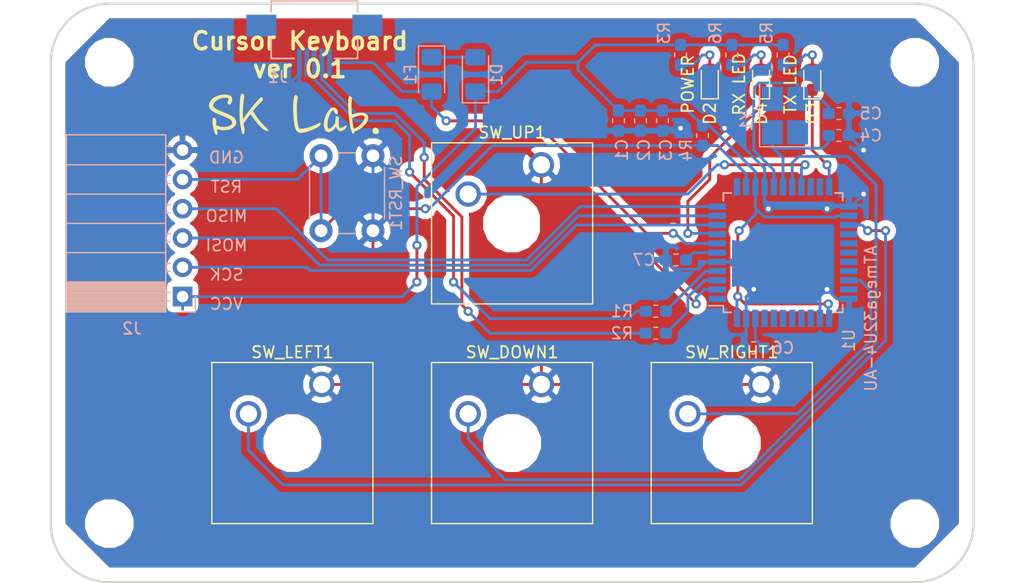
<source format=kicad_pcb>
(kicad_pcb (version 20171130) (host pcbnew "(5.0.0)")

  (general
    (thickness 1.6)
    (drawings 19)
    (tracks 289)
    (zones 0)
    (modules 32)
    (nets 44)
  )

  (page A4)
  (layers
    (0 F.Cu signal)
    (31 B.Cu signal)
    (32 B.Adhes user)
    (33 F.Adhes user)
    (34 B.Paste user)
    (35 F.Paste user)
    (36 B.SilkS user)
    (37 F.SilkS user)
    (38 B.Mask user)
    (39 F.Mask user)
    (40 Dwgs.User user)
    (41 Cmts.User user)
    (42 Eco1.User user)
    (43 Eco2.User user)
    (44 Edge.Cuts user)
    (45 Margin user)
    (46 B.CrtYd user)
    (47 F.CrtYd user)
    (48 B.Fab user)
    (49 F.Fab user)
  )

  (setup
    (last_trace_width 0.25)
    (trace_clearance 0.2)
    (zone_clearance 0.508)
    (zone_45_only no)
    (trace_min 0.2)
    (segment_width 0.2)
    (edge_width 0.2)
    (via_size 0.8)
    (via_drill 0.4)
    (via_min_size 0.8)
    (via_min_drill 0.4)
    (uvia_size 0.3)
    (uvia_drill 0.1)
    (uvias_allowed no)
    (uvia_min_size 0.2)
    (uvia_min_drill 0.1)
    (pcb_text_width 0.3)
    (pcb_text_size 1.5 1.5)
    (mod_edge_width 0.15)
    (mod_text_size 1 1)
    (mod_text_width 0.15)
    (pad_size 1.524 1.524)
    (pad_drill 0.762)
    (pad_to_mask_clearance 0.2)
    (aux_axis_origin 0 0)
    (grid_origin 65.405 95.25)
    (visible_elements 7FFFFFFF)
    (pcbplotparams
      (layerselection 0x010f0_ffffffff)
      (usegerberextensions true)
      (usegerberattributes false)
      (usegerberadvancedattributes false)
      (creategerberjobfile false)
      (excludeedgelayer true)
      (linewidth 0.100000)
      (plotframeref false)
      (viasonmask false)
      (mode 1)
      (useauxorigin false)
      (hpglpennumber 1)
      (hpglpenspeed 20)
      (hpglpendiameter 15.000000)
      (psnegative false)
      (psa4output false)
      (plotreference true)
      (plotvalue true)
      (plotinvisibletext false)
      (padsonsilk false)
      (subtractmaskfromsilk false)
      (outputformat 1)
      (mirror false)
      (drillshape 0)
      (scaleselection 1)
      (outputdirectory "GARBER"))
  )

  (net 0 "")
  (net 1 GND)
  (net 2 /VCC)
  (net 3 "Net-(C4-Pad1)")
  (net 4 "Net-(C5-Pad1)")
  (net 5 "Net-(C6-Pad1)")
  (net 6 "Net-(C7-Pad1)")
  (net 7 "Net-(D1-Pad2)")
  (net 8 "Net-(D2-Pad2)")
  (net 9 "Net-(D3-Pad1)")
  (net 10 "Net-(D3-Pad2)")
  (net 11 "Net-(D4-Pad2)")
  (net 12 "Net-(D4-Pad1)")
  (net 13 /UVCC)
  (net 14 "Net-(J1-Pad6)")
  (net 15 "Net-(J1-Pad2)")
  (net 16 "Net-(J1-Pad4)")
  (net 17 "Net-(J1-Pad3)")
  (net 18 /SCK)
  (net 19 /MOSI)
  (net 20 /MISO)
  (net 21 /RST)
  (net 22 /D+)
  (net 23 /D-)
  (net 24 /D3)
  (net 25 /D4)
  (net 26 /D5)
  (net 27 /D2)
  (net 28 "Net-(U1-Pad1)")
  (net 29 "Net-(U1-Pad12)")
  (net 30 "Net-(U1-Pad20)")
  (net 31 "Net-(U1-Pad21)")
  (net 32 "Net-(U1-Pad26)")
  (net 33 "Net-(U1-Pad27)")
  (net 34 "Net-(U1-Pad28)")
  (net 35 "Net-(U1-Pad29)")
  (net 36 "Net-(U1-Pad30)")
  (net 37 "Net-(U1-Pad32)")
  (net 38 "Net-(U1-Pad36)")
  (net 39 "Net-(U1-Pad37)")
  (net 40 "Net-(U1-Pad38)")
  (net 41 "Net-(U1-Pad39)")
  (net 42 "Net-(U1-Pad40)")
  (net 43 "Net-(U1-Pad41)")

  (net_class Default "これはデフォルトのネット クラスです。"
    (clearance 0.2)
    (trace_width 0.25)
    (via_dia 0.8)
    (via_drill 0.4)
    (uvia_dia 0.3)
    (uvia_drill 0.1)
    (add_net /D+)
    (add_net /D-)
    (add_net /D2)
    (add_net /D3)
    (add_net /D4)
    (add_net /D5)
    (add_net /MISO)
    (add_net /MOSI)
    (add_net /RST)
    (add_net /SCK)
    (add_net /UVCC)
    (add_net /VCC)
    (add_net GND)
    (add_net "Net-(C4-Pad1)")
    (add_net "Net-(C5-Pad1)")
    (add_net "Net-(C6-Pad1)")
    (add_net "Net-(C7-Pad1)")
    (add_net "Net-(D1-Pad2)")
    (add_net "Net-(D2-Pad2)")
    (add_net "Net-(D3-Pad1)")
    (add_net "Net-(D3-Pad2)")
    (add_net "Net-(D4-Pad1)")
    (add_net "Net-(D4-Pad2)")
    (add_net "Net-(J1-Pad2)")
    (add_net "Net-(J1-Pad3)")
    (add_net "Net-(J1-Pad4)")
    (add_net "Net-(J1-Pad6)")
    (add_net "Net-(U1-Pad1)")
    (add_net "Net-(U1-Pad12)")
    (add_net "Net-(U1-Pad20)")
    (add_net "Net-(U1-Pad21)")
    (add_net "Net-(U1-Pad26)")
    (add_net "Net-(U1-Pad27)")
    (add_net "Net-(U1-Pad28)")
    (add_net "Net-(U1-Pad29)")
    (add_net "Net-(U1-Pad30)")
    (add_net "Net-(U1-Pad32)")
    (add_net "Net-(U1-Pad36)")
    (add_net "Net-(U1-Pad37)")
    (add_net "Net-(U1-Pad38)")
    (add_net "Net-(U1-Pad39)")
    (add_net "Net-(U1-Pad40)")
    (add_net "Net-(U1-Pad41)")
  )

  (module Crystal:Crystal_SMD_SeikoEpson_FA238-4Pin_3.2x2.5mm_HandSoldering (layer B.Cu) (tedit 5C206160) (tstamp 5C38B755)
    (at 129.075 54.79 90)
    (descr "crystal Epson Toyocom FA-238 series http://www.mouser.com/ds/2/137/1721499-465440.pdf, hand-soldering, 3.2x2.5mm^2 package")
    (tags "SMD SMT crystal hand-soldering")
    (path /5C164202)
    (attr smd)
    (fp_text reference Y1 (at -0.455 -3.345 90) (layer B.SilkS)
      (effects (font (size 1 1) (thickness 0.15)) (justify mirror))
    )
    (fp_text value 16MHz (at 0 -3 90) (layer B.Fab)
      (effects (font (size 1 1) (thickness 0.15)) (justify mirror))
    )
    (fp_line (start 2.8 2.3) (end -2.8 2.3) (layer B.CrtYd) (width 0.05))
    (fp_line (start 2.8 -2.3) (end 2.8 2.3) (layer B.CrtYd) (width 0.05))
    (fp_line (start -2.8 -2.3) (end 2.8 -2.3) (layer B.CrtYd) (width 0.05))
    (fp_line (start -2.8 2.3) (end -2.8 -2.3) (layer B.CrtYd) (width 0.05))
    (fp_line (start -2.7 -2.2) (end 2.7 -2.2) (layer B.SilkS) (width 0.12))
    (fp_line (start -2.7 2.2) (end -2.7 -2.2) (layer B.SilkS) (width 0.12))
    (fp_line (start -1.6 -0.25) (end -0.6 -1.25) (layer B.Fab) (width 0.1))
    (fp_line (start -1.6 1.15) (end -1.5 1.25) (layer B.Fab) (width 0.1))
    (fp_line (start -1.6 -1.15) (end -1.6 1.15) (layer B.Fab) (width 0.1))
    (fp_line (start -1.5 -1.25) (end -1.6 -1.15) (layer B.Fab) (width 0.1))
    (fp_line (start 1.5 -1.25) (end -1.5 -1.25) (layer B.Fab) (width 0.1))
    (fp_line (start 1.6 -1.15) (end 1.5 -1.25) (layer B.Fab) (width 0.1))
    (fp_line (start 1.6 1.15) (end 1.6 -1.15) (layer B.Fab) (width 0.1))
    (fp_line (start 1.5 1.25) (end 1.6 1.15) (layer B.Fab) (width 0.1))
    (fp_line (start -1.5 1.25) (end 1.5 1.25) (layer B.Fab) (width 0.1))
    (fp_text user %R (at 0 0 90) (layer B.Fab)
      (effects (font (size 0.7 0.7) (thickness 0.105)) (justify mirror))
    )
    (pad 4 smd rect (at -1.45 1.1 90) (size 2.1 1.8) (layers B.Cu B.Paste B.Mask))
    (pad 2 smd rect (at 1.45 1.1 90) (size 2.1 1.8) (layers B.Cu B.Paste B.Mask)
      (net 4 "Net-(C5-Pad1)"))
    (pad 3 smd rect (at 1.45 -1.1 90) (size 2.1 1.8) (layers B.Cu B.Paste B.Mask))
    (pad 1 smd rect (at -1.45 -1.1 90) (size 2.1 1.8) (layers B.Cu B.Paste B.Mask)
      (net 3 "Net-(C4-Pad1)"))
    (model ${KISYS3DMOD}/Crystal.3dshapes/Crystal_SMD_SeikoEpson_FA238-4Pin_3.2x2.5mm_HandSoldering.wrl
      (at (xyz 0 0 0))
      (scale (xyz 1 1 1))
      (rotate (xyz 0 0 0))
    )
  )

  (module MountingHole:MountingHole_3.2mm_M3 (layer F.Cu) (tedit 5C1FA425) (tstamp 5C38B164)
    (at 70.485 90.17)
    (descr "Mounting Hole 3.2mm, no annular, M3")
    (tags "mounting hole 3.2mm no annular m3")
    (attr virtual)
    (fp_text reference "" (at 0 -4.2) (layer F.SilkS)
      (effects (font (size 1 1) (thickness 0.15)))
    )
    (fp_text value MountingHole_3.2mm_M3 (at 0 4.2) (layer F.Fab)
      (effects (font (size 1 1) (thickness 0.15)))
    )
    (fp_circle (center 0 0) (end 3.45 0) (layer F.CrtYd) (width 0.05))
    (fp_circle (center 0 0) (end 3.2 0) (layer Cmts.User) (width 0.15))
    (fp_text user %R (at 0.3 0) (layer F.Fab)
      (effects (font (size 1 1) (thickness 0.15)))
    )
    (pad 1 np_thru_hole circle (at 0 0) (size 3.2 3.2) (drill 3.2) (layers *.Cu *.Mask))
  )

  (module MountingHole:MountingHole_3.2mm_M3 (layer F.Cu) (tedit 5C1FA42E) (tstamp 5C38B057)
    (at 70.485 50.165)
    (descr "Mounting Hole 3.2mm, no annular, M3")
    (tags "mounting hole 3.2mm no annular m3")
    (attr virtual)
    (fp_text reference "" (at 0 -4.2) (layer F.SilkS)
      (effects (font (size 1 1) (thickness 0.15)))
    )
    (fp_text value MountingHole_3.2mm_M3 (at 0 4.2) (layer F.Fab)
      (effects (font (size 1 1) (thickness 0.15)))
    )
    (fp_text user %R (at 0.3 0) (layer F.Fab)
      (effects (font (size 1 1) (thickness 0.15)))
    )
    (fp_circle (center 0 0) (end 3.2 0) (layer Cmts.User) (width 0.15))
    (fp_circle (center 0 0) (end 3.45 0) (layer F.CrtYd) (width 0.05))
    (pad 1 np_thru_hole circle (at 0 0) (size 3.2 3.2) (drill 3.2) (layers *.Cu *.Mask))
  )

  (module Button_Switch_Keyboard:SW_Cherry_MX1A_1.00u_Plate (layer F.Cu) (tedit 5C1F39F8) (tstamp 5C2ACE63)
    (at 107.95 78.105)
    (descr "Cherry MX keyswitch, MX1A, 1.00u, plate mount, http://cherryamericas.com/wp-content/uploads/2014/12/mx_cat.pdf")
    (tags "cherry mx keyswitch MX1A 1.00u plate")
    (path /5C161563)
    (fp_text reference SW_DOWN1 (at -2.54 -2.794) (layer F.SilkS)
      (effects (font (size 1 1) (thickness 0.15)))
    )
    (fp_text value SW_Push (at -2.54 12.954) (layer F.Fab)
      (effects (font (size 1 1) (thickness 0.15)))
    )
    (fp_line (start -9.525 12.065) (end -9.525 -1.905) (layer F.SilkS) (width 0.12))
    (fp_line (start 4.445 12.065) (end -9.525 12.065) (layer F.SilkS) (width 0.12))
    (fp_line (start 4.445 -1.905) (end 4.445 12.065) (layer F.SilkS) (width 0.12))
    (fp_line (start -9.525 -1.905) (end 4.445 -1.905) (layer F.SilkS) (width 0.12))
    (fp_line (start -12.065 14.605) (end -12.065 -4.445) (layer Dwgs.User) (width 0.15))
    (fp_line (start 6.985 14.605) (end -12.065 14.605) (layer Dwgs.User) (width 0.15))
    (fp_line (start 6.985 -4.445) (end 6.985 14.605) (layer Dwgs.User) (width 0.15))
    (fp_line (start -12.065 -4.445) (end 6.985 -4.445) (layer Dwgs.User) (width 0.15))
    (fp_line (start -9.14 -1.52) (end 4.06 -1.52) (layer F.CrtYd) (width 0.05))
    (fp_line (start 4.06 -1.52) (end 4.06 11.68) (layer F.CrtYd) (width 0.05))
    (fp_line (start 4.06 11.68) (end -9.14 11.68) (layer F.CrtYd) (width 0.05))
    (fp_line (start -9.14 11.68) (end -9.14 -1.52) (layer F.CrtYd) (width 0.05))
    (fp_line (start -8.89 11.43) (end -8.89 -1.27) (layer F.Fab) (width 0.15))
    (fp_line (start 3.81 11.43) (end -8.89 11.43) (layer F.Fab) (width 0.15))
    (fp_line (start 3.81 -1.27) (end 3.81 11.43) (layer F.Fab) (width 0.15))
    (fp_line (start -8.89 -1.27) (end 3.81 -1.27) (layer F.Fab) (width 0.15))
    (fp_text user %R (at -2.54 -2.794) (layer F.Fab)
      (effects (font (size 1 1) (thickness 0.15)))
    )
    (pad "" np_thru_hole circle (at -2.54 5.08) (size 4 4) (drill 4) (layers *.Cu *.Mask))
    (pad 2 thru_hole circle (at -6.35 2.54) (size 2.2 2.2) (drill 1.5) (layers *.Cu *.Mask)
      (net 24 /D3))
    (pad 1 thru_hole circle (at 0 0) (size 2.2 2.2) (drill 1.5) (layers *.Cu *.Mask)
      (net 1 GND))
    (model ${KISYS3DMOD}/Button_Switch_Keyboard.3dshapes/SW_Cherry_MX1A_1.00u_Plate.wrl
      (at (xyz 0 0 0))
      (scale (xyz 1 1 1))
      (rotate (xyz 0 0 0))
    )
  )

  (module Button_Switch_Keyboard:SW_Cherry_MX1A_1.00u_Plate (layer F.Cu) (tedit 5A02FE24) (tstamp 5C2ACE7B)
    (at 88.9 78.105)
    (descr "Cherry MX keyswitch, MX1A, 1.00u, plate mount, http://cherryamericas.com/wp-content/uploads/2014/12/mx_cat.pdf")
    (tags "cherry mx keyswitch MX1A 1.00u plate")
    (path /5C16146E)
    (fp_text reference SW_LEFT1 (at -2.54 -2.794) (layer F.SilkS)
      (effects (font (size 1 1) (thickness 0.15)))
    )
    (fp_text value SW_Push (at -2.54 12.954) (layer F.Fab)
      (effects (font (size 1 1) (thickness 0.15)))
    )
    (fp_line (start -9.525 12.065) (end -9.525 -1.905) (layer F.SilkS) (width 0.12))
    (fp_line (start 4.445 12.065) (end -9.525 12.065) (layer F.SilkS) (width 0.12))
    (fp_line (start 4.445 -1.905) (end 4.445 12.065) (layer F.SilkS) (width 0.12))
    (fp_line (start -9.525 -1.905) (end 4.445 -1.905) (layer F.SilkS) (width 0.12))
    (fp_line (start -12.065 14.605) (end -12.065 -4.445) (layer Dwgs.User) (width 0.15))
    (fp_line (start 6.985 14.605) (end -12.065 14.605) (layer Dwgs.User) (width 0.15))
    (fp_line (start 6.985 -4.445) (end 6.985 14.605) (layer Dwgs.User) (width 0.15))
    (fp_line (start -12.065 -4.445) (end 6.985 -4.445) (layer Dwgs.User) (width 0.15))
    (fp_line (start -9.14 -1.52) (end 4.06 -1.52) (layer F.CrtYd) (width 0.05))
    (fp_line (start 4.06 -1.52) (end 4.06 11.68) (layer F.CrtYd) (width 0.05))
    (fp_line (start 4.06 11.68) (end -9.14 11.68) (layer F.CrtYd) (width 0.05))
    (fp_line (start -9.14 11.68) (end -9.14 -1.52) (layer F.CrtYd) (width 0.05))
    (fp_line (start -8.89 11.43) (end -8.89 -1.27) (layer F.Fab) (width 0.15))
    (fp_line (start 3.81 11.43) (end -8.89 11.43) (layer F.Fab) (width 0.15))
    (fp_line (start 3.81 -1.27) (end 3.81 11.43) (layer F.Fab) (width 0.15))
    (fp_line (start -8.89 -1.27) (end 3.81 -1.27) (layer F.Fab) (width 0.15))
    (fp_text user %R (at -2.54 -2.794) (layer F.Fab)
      (effects (font (size 1 1) (thickness 0.15)))
    )
    (pad "" np_thru_hole circle (at -2.54 5.08) (size 4 4) (drill 4) (layers *.Cu *.Mask))
    (pad 2 thru_hole circle (at -6.35 2.54) (size 2.2 2.2) (drill 1.5) (layers *.Cu *.Mask)
      (net 25 /D4))
    (pad 1 thru_hole circle (at 0 0) (size 2.2 2.2) (drill 1.5) (layers *.Cu *.Mask)
      (net 1 GND))
    (model ${KISYS3DMOD}/Button_Switch_Keyboard.3dshapes/SW_Cherry_MX1A_1.00u_Plate.wrl
      (at (xyz 0 0 0))
      (scale (xyz 1 1 1))
      (rotate (xyz 0 0 0))
    )
  )

  (module Button_Switch_Keyboard:SW_Cherry_MX1A_1.00u_Plate (layer F.Cu) (tedit 5A02FE24) (tstamp 5C38B220)
    (at 127 78.105)
    (descr "Cherry MX keyswitch, MX1A, 1.00u, plate mount, http://cherryamericas.com/wp-content/uploads/2014/12/mx_cat.pdf")
    (tags "cherry mx keyswitch MX1A 1.00u plate")
    (path /5C16156A)
    (fp_text reference SW_RIGHT1 (at -2.54 -2.794) (layer F.SilkS)
      (effects (font (size 1 1) (thickness 0.15)))
    )
    (fp_text value SW_Push (at -2.54 12.954) (layer F.Fab)
      (effects (font (size 1 1) (thickness 0.15)))
    )
    (fp_line (start -9.525 12.065) (end -9.525 -1.905) (layer F.SilkS) (width 0.12))
    (fp_line (start 4.445 12.065) (end -9.525 12.065) (layer F.SilkS) (width 0.12))
    (fp_line (start 4.445 -1.905) (end 4.445 12.065) (layer F.SilkS) (width 0.12))
    (fp_line (start -9.525 -1.905) (end 4.445 -1.905) (layer F.SilkS) (width 0.12))
    (fp_line (start -12.065 14.605) (end -12.065 -4.445) (layer Dwgs.User) (width 0.15))
    (fp_line (start 6.985 14.605) (end -12.065 14.605) (layer Dwgs.User) (width 0.15))
    (fp_line (start 6.985 -4.445) (end 6.985 14.605) (layer Dwgs.User) (width 0.15))
    (fp_line (start -12.065 -4.445) (end 6.985 -4.445) (layer Dwgs.User) (width 0.15))
    (fp_line (start -9.14 -1.52) (end 4.06 -1.52) (layer F.CrtYd) (width 0.05))
    (fp_line (start 4.06 -1.52) (end 4.06 11.68) (layer F.CrtYd) (width 0.05))
    (fp_line (start 4.06 11.68) (end -9.14 11.68) (layer F.CrtYd) (width 0.05))
    (fp_line (start -9.14 11.68) (end -9.14 -1.52) (layer F.CrtYd) (width 0.05))
    (fp_line (start -8.89 11.43) (end -8.89 -1.27) (layer F.Fab) (width 0.15))
    (fp_line (start 3.81 11.43) (end -8.89 11.43) (layer F.Fab) (width 0.15))
    (fp_line (start 3.81 -1.27) (end 3.81 11.43) (layer F.Fab) (width 0.15))
    (fp_line (start -8.89 -1.27) (end 3.81 -1.27) (layer F.Fab) (width 0.15))
    (fp_text user %R (at -2.54 -2.794) (layer F.Fab)
      (effects (font (size 1 1) (thickness 0.15)))
    )
    (pad "" np_thru_hole circle (at -2.54 5.08) (size 4 4) (drill 4) (layers *.Cu *.Mask))
    (pad 2 thru_hole circle (at -6.35 2.54) (size 2.2 2.2) (drill 1.5) (layers *.Cu *.Mask)
      (net 26 /D5))
    (pad 1 thru_hole circle (at 0 0) (size 2.2 2.2) (drill 1.5) (layers *.Cu *.Mask)
      (net 1 GND))
    (model ${KISYS3DMOD}/Button_Switch_Keyboard.3dshapes/SW_Cherry_MX1A_1.00u_Plate.wrl
      (at (xyz 0 0 0))
      (scale (xyz 1 1 1))
      (rotate (xyz 0 0 0))
    )
  )

  (module Button_Switch_Keyboard:SW_Cherry_MX1A_1.00u_Plate (layer F.Cu) (tedit 5A02FE24) (tstamp 5C38F05D)
    (at 107.95 59.055)
    (descr "Cherry MX keyswitch, MX1A, 1.00u, plate mount, http://cherryamericas.com/wp-content/uploads/2014/12/mx_cat.pdf")
    (tags "cherry mx keyswitch MX1A 1.00u plate")
    (path /5C161609)
    (fp_text reference SW_UP1 (at -2.54 -2.794) (layer F.SilkS)
      (effects (font (size 1 1) (thickness 0.15)))
    )
    (fp_text value SW_Push (at -2.54 12.954) (layer F.Fab)
      (effects (font (size 1 1) (thickness 0.15)))
    )
    (fp_line (start -9.525 12.065) (end -9.525 -1.905) (layer F.SilkS) (width 0.12))
    (fp_line (start 4.445 12.065) (end -9.525 12.065) (layer F.SilkS) (width 0.12))
    (fp_line (start 4.445 -1.905) (end 4.445 12.065) (layer F.SilkS) (width 0.12))
    (fp_line (start -9.525 -1.905) (end 4.445 -1.905) (layer F.SilkS) (width 0.12))
    (fp_line (start -12.065 14.605) (end -12.065 -4.445) (layer Dwgs.User) (width 0.15))
    (fp_line (start 6.985 14.605) (end -12.065 14.605) (layer Dwgs.User) (width 0.15))
    (fp_line (start 6.985 -4.445) (end 6.985 14.605) (layer Dwgs.User) (width 0.15))
    (fp_line (start -12.065 -4.445) (end 6.985 -4.445) (layer Dwgs.User) (width 0.15))
    (fp_line (start -9.14 -1.52) (end 4.06 -1.52) (layer F.CrtYd) (width 0.05))
    (fp_line (start 4.06 -1.52) (end 4.06 11.68) (layer F.CrtYd) (width 0.05))
    (fp_line (start 4.06 11.68) (end -9.14 11.68) (layer F.CrtYd) (width 0.05))
    (fp_line (start -9.14 11.68) (end -9.14 -1.52) (layer F.CrtYd) (width 0.05))
    (fp_line (start -8.89 11.43) (end -8.89 -1.27) (layer F.Fab) (width 0.15))
    (fp_line (start 3.81 11.43) (end -8.89 11.43) (layer F.Fab) (width 0.15))
    (fp_line (start 3.81 -1.27) (end 3.81 11.43) (layer F.Fab) (width 0.15))
    (fp_line (start -8.89 -1.27) (end 3.81 -1.27) (layer F.Fab) (width 0.15))
    (fp_text user %R (at -2.54 -2.794) (layer F.Fab)
      (effects (font (size 1 1) (thickness 0.15)))
    )
    (pad "" np_thru_hole circle (at -2.54 5.08) (size 4 4) (drill 4) (layers *.Cu *.Mask))
    (pad 2 thru_hole circle (at -6.35 2.54) (size 2.2 2.2) (drill 1.5) (layers *.Cu *.Mask)
      (net 27 /D2))
    (pad 1 thru_hole circle (at 0 0) (size 2.2 2.2) (drill 1.5) (layers *.Cu *.Mask)
      (net 1 GND))
    (model ${KISYS3DMOD}/Button_Switch_Keyboard.3dshapes/SW_Cherry_MX1A_1.00u_Plate.wrl
      (at (xyz 0 0 0))
      (scale (xyz 1 1 1))
      (rotate (xyz 0 0 0))
    )
  )

  (module LED_SMD:LED_0603_1608Metric_Pad1.05x0.95mm_HandSolder (layer F.Cu) (tedit 5B4B45C9) (tstamp 5C2ACD30)
    (at 122.555 51.675 90)
    (descr "LED SMD 0603 (1608 Metric), square (rectangular) end terminal, IPC_7351 nominal, (Body size source: http://www.tortai-tech.com/upload/download/2011102023233369053.pdf), generated with kicad-footprint-generator")
    (tags "LED handsolder")
    (path /5C21DF26)
    (attr smd)
    (fp_text reference D2 (at -2.935 0 90) (layer F.SilkS)
      (effects (font (size 1 1) (thickness 0.15)))
    )
    (fp_text value LED (at 0 1.43 90) (layer F.Fab)
      (effects (font (size 1 1) (thickness 0.15)))
    )
    (fp_text user %R (at 0 0 90) (layer F.Fab)
      (effects (font (size 0.4 0.4) (thickness 0.06)))
    )
    (fp_line (start 1.65 0.73) (end -1.65 0.73) (layer F.CrtYd) (width 0.05))
    (fp_line (start 1.65 -0.73) (end 1.65 0.73) (layer F.CrtYd) (width 0.05))
    (fp_line (start -1.65 -0.73) (end 1.65 -0.73) (layer F.CrtYd) (width 0.05))
    (fp_line (start -1.65 0.73) (end -1.65 -0.73) (layer F.CrtYd) (width 0.05))
    (fp_line (start -1.66 0.735) (end 0.8 0.735) (layer F.SilkS) (width 0.12))
    (fp_line (start -1.66 -0.735) (end -1.66 0.735) (layer F.SilkS) (width 0.12))
    (fp_line (start 0.8 -0.735) (end -1.66 -0.735) (layer F.SilkS) (width 0.12))
    (fp_line (start 0.8 0.4) (end 0.8 -0.4) (layer F.Fab) (width 0.1))
    (fp_line (start -0.8 0.4) (end 0.8 0.4) (layer F.Fab) (width 0.1))
    (fp_line (start -0.8 -0.1) (end -0.8 0.4) (layer F.Fab) (width 0.1))
    (fp_line (start -0.5 -0.4) (end -0.8 -0.1) (layer F.Fab) (width 0.1))
    (fp_line (start 0.8 -0.4) (end -0.5 -0.4) (layer F.Fab) (width 0.1))
    (pad 2 smd roundrect (at 0.875 0 90) (size 1.05 0.95) (layers F.Cu F.Paste F.Mask) (roundrect_rratio 0.25)
      (net 8 "Net-(D2-Pad2)"))
    (pad 1 smd roundrect (at -0.875 0 90) (size 1.05 0.95) (layers F.Cu F.Paste F.Mask) (roundrect_rratio 0.25)
      (net 1 GND))
    (model ${KISYS3DMOD}/LED_SMD.3dshapes/LED_0603_1608Metric.wrl
      (at (xyz 0 0 0))
      (scale (xyz 1 1 1))
      (rotate (xyz 0 0 0))
    )
  )

  (module LED_SMD:LED_0603_1608Metric_Pad1.05x0.95mm_HandSolder (layer F.Cu) (tedit 5B4B45C9) (tstamp 5C2ACD43)
    (at 131.445 51.675 90)
    (descr "LED SMD 0603 (1608 Metric), square (rectangular) end terminal, IPC_7351 nominal, (Body size source: http://www.tortai-tech.com/upload/download/2011102023233369053.pdf), generated with kicad-footprint-generator")
    (tags "LED handsolder")
    (path /5C25533E)
    (attr smd)
    (fp_text reference D3 (at -2.935 0 90) (layer F.SilkS)
      (effects (font (size 1 1) (thickness 0.15)))
    )
    (fp_text value LED (at 0 1.43 90) (layer F.Fab)
      (effects (font (size 1 1) (thickness 0.15)))
    )
    (fp_text user %R (at 0 0 90) (layer F.Fab)
      (effects (font (size 0.4 0.4) (thickness 0.06)))
    )
    (fp_line (start 1.65 0.73) (end -1.65 0.73) (layer F.CrtYd) (width 0.05))
    (fp_line (start 1.65 -0.73) (end 1.65 0.73) (layer F.CrtYd) (width 0.05))
    (fp_line (start -1.65 -0.73) (end 1.65 -0.73) (layer F.CrtYd) (width 0.05))
    (fp_line (start -1.65 0.73) (end -1.65 -0.73) (layer F.CrtYd) (width 0.05))
    (fp_line (start -1.66 0.735) (end 0.8 0.735) (layer F.SilkS) (width 0.12))
    (fp_line (start -1.66 -0.735) (end -1.66 0.735) (layer F.SilkS) (width 0.12))
    (fp_line (start 0.8 -0.735) (end -1.66 -0.735) (layer F.SilkS) (width 0.12))
    (fp_line (start 0.8 0.4) (end 0.8 -0.4) (layer F.Fab) (width 0.1))
    (fp_line (start -0.8 0.4) (end 0.8 0.4) (layer F.Fab) (width 0.1))
    (fp_line (start -0.8 -0.1) (end -0.8 0.4) (layer F.Fab) (width 0.1))
    (fp_line (start -0.5 -0.4) (end -0.8 -0.1) (layer F.Fab) (width 0.1))
    (fp_line (start 0.8 -0.4) (end -0.5 -0.4) (layer F.Fab) (width 0.1))
    (pad 2 smd roundrect (at 0.875 0 90) (size 1.05 0.95) (layers F.Cu F.Paste F.Mask) (roundrect_rratio 0.25)
      (net 10 "Net-(D3-Pad2)"))
    (pad 1 smd roundrect (at -0.875 0 90) (size 1.05 0.95) (layers F.Cu F.Paste F.Mask) (roundrect_rratio 0.25)
      (net 9 "Net-(D3-Pad1)"))
    (model ${KISYS3DMOD}/LED_SMD.3dshapes/LED_0603_1608Metric.wrl
      (at (xyz 0 0 0))
      (scale (xyz 1 1 1))
      (rotate (xyz 0 0 0))
    )
  )

  (module LED_SMD:LED_0603_1608Metric_Pad1.05x0.95mm_HandSolder (layer F.Cu) (tedit 5B4B45C9) (tstamp 5C2ACD56)
    (at 127 51.675 90)
    (descr "LED SMD 0603 (1608 Metric), square (rectangular) end terminal, IPC_7351 nominal, (Body size source: http://www.tortai-tech.com/upload/download/2011102023233369053.pdf), generated with kicad-footprint-generator")
    (tags "LED handsolder")
    (path /5C233AD1)
    (attr smd)
    (fp_text reference D4 (at -2.935 0 90) (layer F.SilkS)
      (effects (font (size 1 1) (thickness 0.15)))
    )
    (fp_text value LED (at 0 1.43 90) (layer F.Fab)
      (effects (font (size 1 1) (thickness 0.15)))
    )
    (fp_text user %R (at 0 0 90) (layer F.Fab)
      (effects (font (size 0.4 0.4) (thickness 0.06)))
    )
    (fp_line (start 1.65 0.73) (end -1.65 0.73) (layer F.CrtYd) (width 0.05))
    (fp_line (start 1.65 -0.73) (end 1.65 0.73) (layer F.CrtYd) (width 0.05))
    (fp_line (start -1.65 -0.73) (end 1.65 -0.73) (layer F.CrtYd) (width 0.05))
    (fp_line (start -1.65 0.73) (end -1.65 -0.73) (layer F.CrtYd) (width 0.05))
    (fp_line (start -1.66 0.735) (end 0.8 0.735) (layer F.SilkS) (width 0.12))
    (fp_line (start -1.66 -0.735) (end -1.66 0.735) (layer F.SilkS) (width 0.12))
    (fp_line (start 0.8 -0.735) (end -1.66 -0.735) (layer F.SilkS) (width 0.12))
    (fp_line (start 0.8 0.4) (end 0.8 -0.4) (layer F.Fab) (width 0.1))
    (fp_line (start -0.8 0.4) (end 0.8 0.4) (layer F.Fab) (width 0.1))
    (fp_line (start -0.8 -0.1) (end -0.8 0.4) (layer F.Fab) (width 0.1))
    (fp_line (start -0.5 -0.4) (end -0.8 -0.1) (layer F.Fab) (width 0.1))
    (fp_line (start 0.8 -0.4) (end -0.5 -0.4) (layer F.Fab) (width 0.1))
    (pad 2 smd roundrect (at 0.875 0 90) (size 1.05 0.95) (layers F.Cu F.Paste F.Mask) (roundrect_rratio 0.25)
      (net 11 "Net-(D4-Pad2)"))
    (pad 1 smd roundrect (at -0.875 0 90) (size 1.05 0.95) (layers F.Cu F.Paste F.Mask) (roundrect_rratio 0.25)
      (net 12 "Net-(D4-Pad1)"))
    (model ${KISYS3DMOD}/LED_SMD.3dshapes/LED_0603_1608Metric.wrl
      (at (xyz 0 0 0))
      (scale (xyz 1 1 1))
      (rotate (xyz 0 0 0))
    )
  )

  (module Button_Switch_THT:SW_PUSH_6mm (layer B.Cu) (tedit 5A02FE31) (tstamp 5C38B5D8)
    (at 93.345 64.77 90)
    (descr https://www.omron.com/ecb/products/pdf/en-b3f.pdf)
    (tags "tact sw push 6mm")
    (path /5C161392)
    (fp_text reference SW_RST1 (at 3.25 2 90) (layer B.SilkS)
      (effects (font (size 1 1) (thickness 0.15)) (justify mirror))
    )
    (fp_text value SW_Push (at 3.75 -6.7 90) (layer B.Fab)
      (effects (font (size 1 1) (thickness 0.15)) (justify mirror))
    )
    (fp_circle (center 3.25 -2.25) (end 1.25 -2.5) (layer B.Fab) (width 0.1))
    (fp_line (start 6.75 -3) (end 6.75 -1.5) (layer B.SilkS) (width 0.12))
    (fp_line (start 5.5 1) (end 1 1) (layer B.SilkS) (width 0.12))
    (fp_line (start -0.25 -1.5) (end -0.25 -3) (layer B.SilkS) (width 0.12))
    (fp_line (start 1 -5.5) (end 5.5 -5.5) (layer B.SilkS) (width 0.12))
    (fp_line (start 8 1.25) (end 8 -5.75) (layer B.CrtYd) (width 0.05))
    (fp_line (start 7.75 -6) (end -1.25 -6) (layer B.CrtYd) (width 0.05))
    (fp_line (start -1.5 -5.75) (end -1.5 1.25) (layer B.CrtYd) (width 0.05))
    (fp_line (start -1.25 1.5) (end 7.75 1.5) (layer B.CrtYd) (width 0.05))
    (fp_line (start -1.5 -6) (end -1.25 -6) (layer B.CrtYd) (width 0.05))
    (fp_line (start -1.5 -5.75) (end -1.5 -6) (layer B.CrtYd) (width 0.05))
    (fp_line (start -1.5 1.5) (end -1.25 1.5) (layer B.CrtYd) (width 0.05))
    (fp_line (start -1.5 1.25) (end -1.5 1.5) (layer B.CrtYd) (width 0.05))
    (fp_line (start 8 1.5) (end 8 1.25) (layer B.CrtYd) (width 0.05))
    (fp_line (start 7.75 1.5) (end 8 1.5) (layer B.CrtYd) (width 0.05))
    (fp_line (start 8 -6) (end 8 -5.75) (layer B.CrtYd) (width 0.05))
    (fp_line (start 7.75 -6) (end 8 -6) (layer B.CrtYd) (width 0.05))
    (fp_line (start 0.25 0.75) (end 3.25 0.75) (layer B.Fab) (width 0.1))
    (fp_line (start 0.25 -5.25) (end 0.25 0.75) (layer B.Fab) (width 0.1))
    (fp_line (start 6.25 -5.25) (end 0.25 -5.25) (layer B.Fab) (width 0.1))
    (fp_line (start 6.25 0.75) (end 6.25 -5.25) (layer B.Fab) (width 0.1))
    (fp_line (start 3.25 0.75) (end 6.25 0.75) (layer B.Fab) (width 0.1))
    (fp_text user %R (at 3.25 -2.25 90) (layer B.Fab)
      (effects (font (size 1 1) (thickness 0.15)) (justify mirror))
    )
    (pad 1 thru_hole circle (at 6.5 0) (size 2 2) (drill 1.1) (layers *.Cu *.Mask)
      (net 1 GND))
    (pad 2 thru_hole circle (at 6.5 -4.5) (size 2 2) (drill 1.1) (layers *.Cu *.Mask)
      (net 21 /RST))
    (pad 1 thru_hole circle (at 0 0) (size 2 2) (drill 1.1) (layers *.Cu *.Mask)
      (net 1 GND))
    (pad 2 thru_hole circle (at 0 -4.5) (size 2 2) (drill 1.1) (layers *.Cu *.Mask)
      (net 21 /RST))
    (model ${KISYS3DMOD}/Button_Switch_THT.3dshapes/SW_PUSH_6mm.wrl
      (at (xyz 0 0 0))
      (scale (xyz 1 1 1))
      (rotate (xyz 0 0 0))
    )
  )

  (module Connector_PinSocket_2.54mm:PinSocket_1x06_P2.54mm_Horizontal (layer B.Cu) (tedit 5A19A42D) (tstamp 5C2ACDE5)
    (at 76.835 70.485)
    (descr "Through hole angled socket strip, 1x06, 2.54mm pitch, 8.51mm socket length, single row (from Kicad 4.0.7), script generated")
    (tags "Through hole angled socket strip THT 1x06 2.54mm single row")
    (path /5C1E8868)
    (fp_text reference J2 (at -4.38 2.77) (layer B.SilkS)
      (effects (font (size 1 1) (thickness 0.15)) (justify mirror))
    )
    (fp_text value Conn_01x06 (at -4.38 -15.47) (layer B.Fab)
      (effects (font (size 1 1) (thickness 0.15)) (justify mirror))
    )
    (fp_text user %R (at -5.775 -6.35 -90) (layer B.Fab)
      (effects (font (size 1 1) (thickness 0.15)) (justify mirror))
    )
    (fp_line (start 1.75 -14.45) (end 1.75 1.8) (layer B.CrtYd) (width 0.05))
    (fp_line (start -10.55 -14.45) (end 1.75 -14.45) (layer B.CrtYd) (width 0.05))
    (fp_line (start -10.55 1.8) (end -10.55 -14.45) (layer B.CrtYd) (width 0.05))
    (fp_line (start 1.75 1.8) (end -10.55 1.8) (layer B.CrtYd) (width 0.05))
    (fp_line (start 0 1.33) (end 1.11 1.33) (layer B.SilkS) (width 0.12))
    (fp_line (start 1.11 1.33) (end 1.11 0) (layer B.SilkS) (width 0.12))
    (fp_line (start -10.09 1.33) (end -10.09 -14.03) (layer B.SilkS) (width 0.12))
    (fp_line (start -10.09 -14.03) (end -1.46 -14.03) (layer B.SilkS) (width 0.12))
    (fp_line (start -1.46 1.33) (end -1.46 -14.03) (layer B.SilkS) (width 0.12))
    (fp_line (start -10.09 1.33) (end -1.46 1.33) (layer B.SilkS) (width 0.12))
    (fp_line (start -10.09 -11.43) (end -1.46 -11.43) (layer B.SilkS) (width 0.12))
    (fp_line (start -10.09 -8.89) (end -1.46 -8.89) (layer B.SilkS) (width 0.12))
    (fp_line (start -10.09 -6.35) (end -1.46 -6.35) (layer B.SilkS) (width 0.12))
    (fp_line (start -10.09 -3.81) (end -1.46 -3.81) (layer B.SilkS) (width 0.12))
    (fp_line (start -10.09 -1.27) (end -1.46 -1.27) (layer B.SilkS) (width 0.12))
    (fp_line (start -1.46 -13.06) (end -1.05 -13.06) (layer B.SilkS) (width 0.12))
    (fp_line (start -1.46 -12.34) (end -1.05 -12.34) (layer B.SilkS) (width 0.12))
    (fp_line (start -1.46 -10.52) (end -1.05 -10.52) (layer B.SilkS) (width 0.12))
    (fp_line (start -1.46 -9.8) (end -1.05 -9.8) (layer B.SilkS) (width 0.12))
    (fp_line (start -1.46 -7.98) (end -1.05 -7.98) (layer B.SilkS) (width 0.12))
    (fp_line (start -1.46 -7.26) (end -1.05 -7.26) (layer B.SilkS) (width 0.12))
    (fp_line (start -1.46 -5.44) (end -1.05 -5.44) (layer B.SilkS) (width 0.12))
    (fp_line (start -1.46 -4.72) (end -1.05 -4.72) (layer B.SilkS) (width 0.12))
    (fp_line (start -1.46 -2.9) (end -1.05 -2.9) (layer B.SilkS) (width 0.12))
    (fp_line (start -1.46 -2.18) (end -1.05 -2.18) (layer B.SilkS) (width 0.12))
    (fp_line (start -1.46 -0.36) (end -1.11 -0.36) (layer B.SilkS) (width 0.12))
    (fp_line (start -1.46 0.36) (end -1.11 0.36) (layer B.SilkS) (width 0.12))
    (fp_line (start -10.09 -1.1519) (end -1.46 -1.1519) (layer B.SilkS) (width 0.12))
    (fp_line (start -10.09 -1.033805) (end -1.46 -1.033805) (layer B.SilkS) (width 0.12))
    (fp_line (start -10.09 -0.91571) (end -1.46 -0.91571) (layer B.SilkS) (width 0.12))
    (fp_line (start -10.09 -0.797615) (end -1.46 -0.797615) (layer B.SilkS) (width 0.12))
    (fp_line (start -10.09 -0.67952) (end -1.46 -0.67952) (layer B.SilkS) (width 0.12))
    (fp_line (start -10.09 -0.561425) (end -1.46 -0.561425) (layer B.SilkS) (width 0.12))
    (fp_line (start -10.09 -0.44333) (end -1.46 -0.44333) (layer B.SilkS) (width 0.12))
    (fp_line (start -10.09 -0.325235) (end -1.46 -0.325235) (layer B.SilkS) (width 0.12))
    (fp_line (start -10.09 -0.20714) (end -1.46 -0.20714) (layer B.SilkS) (width 0.12))
    (fp_line (start -10.09 -0.089045) (end -1.46 -0.089045) (layer B.SilkS) (width 0.12))
    (fp_line (start -10.09 0.02905) (end -1.46 0.02905) (layer B.SilkS) (width 0.12))
    (fp_line (start -10.09 0.147145) (end -1.46 0.147145) (layer B.SilkS) (width 0.12))
    (fp_line (start -10.09 0.26524) (end -1.46 0.26524) (layer B.SilkS) (width 0.12))
    (fp_line (start -10.09 0.383335) (end -1.46 0.383335) (layer B.SilkS) (width 0.12))
    (fp_line (start -10.09 0.50143) (end -1.46 0.50143) (layer B.SilkS) (width 0.12))
    (fp_line (start -10.09 0.619525) (end -1.46 0.619525) (layer B.SilkS) (width 0.12))
    (fp_line (start -10.09 0.73762) (end -1.46 0.73762) (layer B.SilkS) (width 0.12))
    (fp_line (start -10.09 0.855715) (end -1.46 0.855715) (layer B.SilkS) (width 0.12))
    (fp_line (start -10.09 0.97381) (end -1.46 0.97381) (layer B.SilkS) (width 0.12))
    (fp_line (start -10.09 1.091905) (end -1.46 1.091905) (layer B.SilkS) (width 0.12))
    (fp_line (start -10.09 1.21) (end -1.46 1.21) (layer B.SilkS) (width 0.12))
    (fp_line (start 0 -13) (end 0 -12.4) (layer B.Fab) (width 0.1))
    (fp_line (start -1.52 -13) (end 0 -13) (layer B.Fab) (width 0.1))
    (fp_line (start 0 -12.4) (end -1.52 -12.4) (layer B.Fab) (width 0.1))
    (fp_line (start 0 -10.46) (end 0 -9.86) (layer B.Fab) (width 0.1))
    (fp_line (start -1.52 -10.46) (end 0 -10.46) (layer B.Fab) (width 0.1))
    (fp_line (start 0 -9.86) (end -1.52 -9.86) (layer B.Fab) (width 0.1))
    (fp_line (start 0 -7.92) (end 0 -7.32) (layer B.Fab) (width 0.1))
    (fp_line (start -1.52 -7.92) (end 0 -7.92) (layer B.Fab) (width 0.1))
    (fp_line (start 0 -7.32) (end -1.52 -7.32) (layer B.Fab) (width 0.1))
    (fp_line (start 0 -5.38) (end 0 -4.78) (layer B.Fab) (width 0.1))
    (fp_line (start -1.52 -5.38) (end 0 -5.38) (layer B.Fab) (width 0.1))
    (fp_line (start 0 -4.78) (end -1.52 -4.78) (layer B.Fab) (width 0.1))
    (fp_line (start 0 -2.84) (end 0 -2.24) (layer B.Fab) (width 0.1))
    (fp_line (start -1.52 -2.84) (end 0 -2.84) (layer B.Fab) (width 0.1))
    (fp_line (start 0 -2.24) (end -1.52 -2.24) (layer B.Fab) (width 0.1))
    (fp_line (start 0 -0.3) (end 0 0.3) (layer B.Fab) (width 0.1))
    (fp_line (start -1.52 -0.3) (end 0 -0.3) (layer B.Fab) (width 0.1))
    (fp_line (start 0 0.3) (end -1.52 0.3) (layer B.Fab) (width 0.1))
    (fp_line (start -10.03 -13.97) (end -10.03 1.27) (layer B.Fab) (width 0.1))
    (fp_line (start -1.52 -13.97) (end -10.03 -13.97) (layer B.Fab) (width 0.1))
    (fp_line (start -1.52 0.3) (end -1.52 -13.97) (layer B.Fab) (width 0.1))
    (fp_line (start -2.49 1.27) (end -1.52 0.3) (layer B.Fab) (width 0.1))
    (fp_line (start -10.03 1.27) (end -2.49 1.27) (layer B.Fab) (width 0.1))
    (pad 6 thru_hole oval (at 0 -12.7) (size 1.7 1.7) (drill 1) (layers *.Cu *.Mask)
      (net 1 GND))
    (pad 5 thru_hole oval (at 0 -10.16) (size 1.7 1.7) (drill 1) (layers *.Cu *.Mask)
      (net 21 /RST))
    (pad 4 thru_hole oval (at 0 -7.62) (size 1.7 1.7) (drill 1) (layers *.Cu *.Mask)
      (net 20 /MISO))
    (pad 3 thru_hole oval (at 0 -5.08) (size 1.7 1.7) (drill 1) (layers *.Cu *.Mask)
      (net 19 /MOSI))
    (pad 2 thru_hole oval (at 0 -2.54) (size 1.7 1.7) (drill 1) (layers *.Cu *.Mask)
      (net 18 /SCK))
    (pad 1 thru_hole rect (at 0 0) (size 1.7 1.7) (drill 1) (layers *.Cu *.Mask)
      (net 2 /VCC))
    (model ${KISYS3DMOD}/Connector_PinSocket_2.54mm.3dshapes/PinSocket_1x06_P2.54mm_Horizontal.wrl
      (at (xyz 0 0 0))
      (scale (xyz 1 1 1))
      (rotate (xyz 0 0 0))
    )
  )

  (module mylib:USB_B_Micro_hirose_reverse (layer B.Cu) (tedit 5C1F3A6C) (tstamp 5C36ED63)
    (at 88.265 46.99)
    (path /5C161707)
    (fp_text reference J1 (at -3.175 4.445) (layer B.SilkS)
      (effects (font (size 1 1) (thickness 0.15)) (justify mirror))
    )
    (fp_text value USB_B_Micro (at 0 5.7) (layer B.Fab)
      (effects (font (size 1 1) (thickness 0.15)) (justify mirror))
    )
    (fp_line (start 3.75 2.85) (end 3.75 1.2) (layer B.SilkS) (width 0.15))
    (fp_line (start -3.75 2.85) (end -3.75 1.2) (layer B.SilkS) (width 0.15))
    (fp_line (start -3.75 2.85) (end -1.75 2.85) (layer B.SilkS) (width 0.15))
    (fp_line (start 3.75 -1.2) (end 3.75 -2.15) (layer B.SilkS) (width 0.15))
    (fp_line (start 1.75 2.85) (end 3.75 2.85) (layer B.SilkS) (width 0.15))
    (fp_line (start -3.75 -2.15) (end -3.75 -1.2) (layer B.SilkS) (width 0.15))
    (fp_line (start 3.75 -2.15) (end -3.75 -2.15) (layer B.SilkS) (width 0.15))
    (pad 6 smd rect (at 4.6 0) (size 2.6 1.9) (layers B.Cu B.Paste B.Mask)
      (net 14 "Net-(J1-Pad6)"))
    (pad 6 smd rect (at -4.6 0) (size 2.6 1.9) (layers B.Cu B.Paste B.Mask)
      (net 14 "Net-(J1-Pad6)"))
    (pad 5 smd rect (at -1.3 3.2) (size 0.4 2.4) (layers B.Cu B.Paste B.Mask)
      (net 1 GND))
    (pad 4 smd rect (at -0.65 3.2) (size 0.4 2.4) (layers B.Cu B.Paste B.Mask)
      (net 16 "Net-(J1-Pad4)"))
    (pad 3 smd rect (at 0 3.2) (size 0.4 2.4) (layers B.Cu B.Paste B.Mask)
      (net 17 "Net-(J1-Pad3)"))
    (pad 2 smd rect (at 0.65 3.2) (size 0.4 2.4) (layers B.Cu B.Paste B.Mask)
      (net 15 "Net-(J1-Pad2)"))
    (pad 1 smd rect (at 1.3 3.2) (size 0.4 2.4) (layers B.Cu B.Paste B.Mask)
      (net 13 /UVCC))
  )

  (module Capacitor_SMD:C_0603_1608Metric_Pad1.05x0.95mm_HandSolder (layer B.Cu) (tedit 5B301BBE) (tstamp 5C38F09B)
    (at 114.638024 55.227509 270)
    (descr "Capacitor SMD 0603 (1608 Metric), square (rectangular) end terminal, IPC_7351 nominal with elongated pad for handsoldering. (Body size source: http://www.tortai-tech.com/upload/download/2011102023233369053.pdf), generated with kicad-footprint-generator")
    (tags "capacitor handsolder")
    (path /5C20350F)
    (attr smd)
    (fp_text reference C1 (at 2.557491 -0.296976 270) (layer B.SilkS)
      (effects (font (size 1 1) (thickness 0.15)) (justify mirror))
    )
    (fp_text value 10uF (at 0 -1.43 270) (layer B.Fab)
      (effects (font (size 1 1) (thickness 0.15)) (justify mirror))
    )
    (fp_text user %R (at 0 0 270) (layer B.Fab)
      (effects (font (size 0.4 0.4) (thickness 0.06)) (justify mirror))
    )
    (fp_line (start 1.65 -0.73) (end -1.65 -0.73) (layer B.CrtYd) (width 0.05))
    (fp_line (start 1.65 0.73) (end 1.65 -0.73) (layer B.CrtYd) (width 0.05))
    (fp_line (start -1.65 0.73) (end 1.65 0.73) (layer B.CrtYd) (width 0.05))
    (fp_line (start -1.65 -0.73) (end -1.65 0.73) (layer B.CrtYd) (width 0.05))
    (fp_line (start -0.171267 -0.51) (end 0.171267 -0.51) (layer B.SilkS) (width 0.12))
    (fp_line (start -0.171267 0.51) (end 0.171267 0.51) (layer B.SilkS) (width 0.12))
    (fp_line (start 0.8 -0.4) (end -0.8 -0.4) (layer B.Fab) (width 0.1))
    (fp_line (start 0.8 0.4) (end 0.8 -0.4) (layer B.Fab) (width 0.1))
    (fp_line (start -0.8 0.4) (end 0.8 0.4) (layer B.Fab) (width 0.1))
    (fp_line (start -0.8 -0.4) (end -0.8 0.4) (layer B.Fab) (width 0.1))
    (pad 2 smd roundrect (at 0.875 0 270) (size 1.05 0.95) (layers B.Cu B.Paste B.Mask) (roundrect_rratio 0.25)
      (net 1 GND))
    (pad 1 smd roundrect (at -0.875 0 270) (size 1.05 0.95) (layers B.Cu B.Paste B.Mask) (roundrect_rratio 0.25)
      (net 2 /VCC))
    (model ${KISYS3DMOD}/Capacitor_SMD.3dshapes/C_0603_1608Metric.wrl
      (at (xyz 0 0 0))
      (scale (xyz 1 1 1))
      (rotate (xyz 0 0 0))
    )
  )

  (module Capacitor_SMD:C_0603_1608Metric_Pad1.05x0.95mm_HandSolder (layer B.Cu) (tedit 5B301BBE) (tstamp 5C38F0CB)
    (at 116.543024 55.227509 270)
    (descr "Capacitor SMD 0603 (1608 Metric), square (rectangular) end terminal, IPC_7351 nominal with elongated pad for handsoldering. (Body size source: http://www.tortai-tech.com/upload/download/2011102023233369053.pdf), generated with kicad-footprint-generator")
    (tags "capacitor handsolder")
    (path /5C2A8CE3)
    (attr smd)
    (fp_text reference C2 (at 2.557491 -0.296976 270) (layer B.SilkS)
      (effects (font (size 1 1) (thickness 0.15)) (justify mirror))
    )
    (fp_text value 1uF (at 0 -1.43 270) (layer B.Fab)
      (effects (font (size 1 1) (thickness 0.15)) (justify mirror))
    )
    (fp_text user %R (at 0 0 270) (layer B.Fab)
      (effects (font (size 0.4 0.4) (thickness 0.06)) (justify mirror))
    )
    (fp_line (start 1.65 -0.73) (end -1.65 -0.73) (layer B.CrtYd) (width 0.05))
    (fp_line (start 1.65 0.73) (end 1.65 -0.73) (layer B.CrtYd) (width 0.05))
    (fp_line (start -1.65 0.73) (end 1.65 0.73) (layer B.CrtYd) (width 0.05))
    (fp_line (start -1.65 -0.73) (end -1.65 0.73) (layer B.CrtYd) (width 0.05))
    (fp_line (start -0.171267 -0.51) (end 0.171267 -0.51) (layer B.SilkS) (width 0.12))
    (fp_line (start -0.171267 0.51) (end 0.171267 0.51) (layer B.SilkS) (width 0.12))
    (fp_line (start 0.8 -0.4) (end -0.8 -0.4) (layer B.Fab) (width 0.1))
    (fp_line (start 0.8 0.4) (end 0.8 -0.4) (layer B.Fab) (width 0.1))
    (fp_line (start -0.8 0.4) (end 0.8 0.4) (layer B.Fab) (width 0.1))
    (fp_line (start -0.8 -0.4) (end -0.8 0.4) (layer B.Fab) (width 0.1))
    (pad 2 smd roundrect (at 0.875 0 270) (size 1.05 0.95) (layers B.Cu B.Paste B.Mask) (roundrect_rratio 0.25)
      (net 1 GND))
    (pad 1 smd roundrect (at -0.875 0 270) (size 1.05 0.95) (layers B.Cu B.Paste B.Mask) (roundrect_rratio 0.25)
      (net 2 /VCC))
    (model ${KISYS3DMOD}/Capacitor_SMD.3dshapes/C_0603_1608Metric.wrl
      (at (xyz 0 0 0))
      (scale (xyz 1 1 1))
      (rotate (xyz 0 0 0))
    )
  )

  (module Capacitor_SMD:C_0603_1608Metric_Pad1.05x0.95mm_HandSolder (layer B.Cu) (tedit 5B301BBE) (tstamp 5C39064D)
    (at 118.448024 55.227509 270)
    (descr "Capacitor SMD 0603 (1608 Metric), square (rectangular) end terminal, IPC_7351 nominal with elongated pad for handsoldering. (Body size source: http://www.tortai-tech.com/upload/download/2011102023233369053.pdf), generated with kicad-footprint-generator")
    (tags "capacitor handsolder")
    (path /5C2AAFAC)
    (attr smd)
    (fp_text reference C3 (at 2.557491 -0.296976 270) (layer B.SilkS)
      (effects (font (size 1 1) (thickness 0.15)) (justify mirror))
    )
    (fp_text value 0.1uF (at 0 -1.43 270) (layer B.Fab)
      (effects (font (size 1 1) (thickness 0.15)) (justify mirror))
    )
    (fp_line (start -0.8 -0.4) (end -0.8 0.4) (layer B.Fab) (width 0.1))
    (fp_line (start -0.8 0.4) (end 0.8 0.4) (layer B.Fab) (width 0.1))
    (fp_line (start 0.8 0.4) (end 0.8 -0.4) (layer B.Fab) (width 0.1))
    (fp_line (start 0.8 -0.4) (end -0.8 -0.4) (layer B.Fab) (width 0.1))
    (fp_line (start -0.171267 0.51) (end 0.171267 0.51) (layer B.SilkS) (width 0.12))
    (fp_line (start -0.171267 -0.51) (end 0.171267 -0.51) (layer B.SilkS) (width 0.12))
    (fp_line (start -1.65 -0.73) (end -1.65 0.73) (layer B.CrtYd) (width 0.05))
    (fp_line (start -1.65 0.73) (end 1.65 0.73) (layer B.CrtYd) (width 0.05))
    (fp_line (start 1.65 0.73) (end 1.65 -0.73) (layer B.CrtYd) (width 0.05))
    (fp_line (start 1.65 -0.73) (end -1.65 -0.73) (layer B.CrtYd) (width 0.05))
    (fp_text user %R (at 0 0 270) (layer B.Fab)
      (effects (font (size 0.4 0.4) (thickness 0.06)) (justify mirror))
    )
    (pad 1 smd roundrect (at -0.875 0 270) (size 1.05 0.95) (layers B.Cu B.Paste B.Mask) (roundrect_rratio 0.25)
      (net 2 /VCC))
    (pad 2 smd roundrect (at 0.875 0 270) (size 1.05 0.95) (layers B.Cu B.Paste B.Mask) (roundrect_rratio 0.25)
      (net 1 GND))
    (model ${KISYS3DMOD}/Capacitor_SMD.3dshapes/C_0603_1608Metric.wrl
      (at (xyz 0 0 0))
      (scale (xyz 1 1 1))
      (rotate (xyz 0 0 0))
    )
  )

  (module Capacitor_SMD:C_0603_1608Metric_Pad1.05x0.95mm_HandSolder (layer B.Cu) (tedit 5B301BBE) (tstamp 5C38B725)
    (at 133.745 56.515)
    (descr "Capacitor SMD 0603 (1608 Metric), square (rectangular) end terminal, IPC_7351 nominal with elongated pad for handsoldering. (Body size source: http://www.tortai-tech.com/upload/download/2011102023233369053.pdf), generated with kicad-footprint-generator")
    (tags "capacitor handsolder")
    (path /5C164381)
    (attr smd)
    (fp_text reference C4 (at 2.78 0) (layer B.SilkS)
      (effects (font (size 1 1) (thickness 0.15)) (justify mirror))
    )
    (fp_text value 22pF (at 0 -1.43) (layer B.Fab)
      (effects (font (size 1 1) (thickness 0.15)) (justify mirror))
    )
    (fp_line (start -0.8 -0.4) (end -0.8 0.4) (layer B.Fab) (width 0.1))
    (fp_line (start -0.8 0.4) (end 0.8 0.4) (layer B.Fab) (width 0.1))
    (fp_line (start 0.8 0.4) (end 0.8 -0.4) (layer B.Fab) (width 0.1))
    (fp_line (start 0.8 -0.4) (end -0.8 -0.4) (layer B.Fab) (width 0.1))
    (fp_line (start -0.171267 0.51) (end 0.171267 0.51) (layer B.SilkS) (width 0.12))
    (fp_line (start -0.171267 -0.51) (end 0.171267 -0.51) (layer B.SilkS) (width 0.12))
    (fp_line (start -1.65 -0.73) (end -1.65 0.73) (layer B.CrtYd) (width 0.05))
    (fp_line (start -1.65 0.73) (end 1.65 0.73) (layer B.CrtYd) (width 0.05))
    (fp_line (start 1.65 0.73) (end 1.65 -0.73) (layer B.CrtYd) (width 0.05))
    (fp_line (start 1.65 -0.73) (end -1.65 -0.73) (layer B.CrtYd) (width 0.05))
    (fp_text user %R (at 0 0) (layer B.Fab)
      (effects (font (size 0.4 0.4) (thickness 0.06)) (justify mirror))
    )
    (pad 1 smd roundrect (at -0.875 0) (size 1.05 0.95) (layers B.Cu B.Paste B.Mask) (roundrect_rratio 0.25)
      (net 3 "Net-(C4-Pad1)"))
    (pad 2 smd roundrect (at 0.875 0) (size 1.05 0.95) (layers B.Cu B.Paste B.Mask) (roundrect_rratio 0.25)
      (net 1 GND))
    (model ${KISYS3DMOD}/Capacitor_SMD.3dshapes/C_0603_1608Metric.wrl
      (at (xyz 0 0 0))
      (scale (xyz 1 1 1))
      (rotate (xyz 0 0 0))
    )
  )

  (module Capacitor_SMD:C_0603_1608Metric_Pad1.05x0.95mm_HandSolder (layer B.Cu) (tedit 5B301BBE) (tstamp 5C38D64E)
    (at 133.745 54.61)
    (descr "Capacitor SMD 0603 (1608 Metric), square (rectangular) end terminal, IPC_7351 nominal with elongated pad for handsoldering. (Body size source: http://www.tortai-tech.com/upload/download/2011102023233369053.pdf), generated with kicad-footprint-generator")
    (tags "capacitor handsolder")
    (path /5C164418)
    (attr smd)
    (fp_text reference C5 (at 2.78 0) (layer B.SilkS)
      (effects (font (size 1 1) (thickness 0.15)) (justify mirror))
    )
    (fp_text value 22pF (at 0 -1.43) (layer B.Fab)
      (effects (font (size 1 1) (thickness 0.15)) (justify mirror))
    )
    (fp_text user %R (at 0 0) (layer B.Fab)
      (effects (font (size 0.4 0.4) (thickness 0.06)) (justify mirror))
    )
    (fp_line (start 1.65 -0.73) (end -1.65 -0.73) (layer B.CrtYd) (width 0.05))
    (fp_line (start 1.65 0.73) (end 1.65 -0.73) (layer B.CrtYd) (width 0.05))
    (fp_line (start -1.65 0.73) (end 1.65 0.73) (layer B.CrtYd) (width 0.05))
    (fp_line (start -1.65 -0.73) (end -1.65 0.73) (layer B.CrtYd) (width 0.05))
    (fp_line (start -0.171267 -0.51) (end 0.171267 -0.51) (layer B.SilkS) (width 0.12))
    (fp_line (start -0.171267 0.51) (end 0.171267 0.51) (layer B.SilkS) (width 0.12))
    (fp_line (start 0.8 -0.4) (end -0.8 -0.4) (layer B.Fab) (width 0.1))
    (fp_line (start 0.8 0.4) (end 0.8 -0.4) (layer B.Fab) (width 0.1))
    (fp_line (start -0.8 0.4) (end 0.8 0.4) (layer B.Fab) (width 0.1))
    (fp_line (start -0.8 -0.4) (end -0.8 0.4) (layer B.Fab) (width 0.1))
    (pad 2 smd roundrect (at 0.875 0) (size 1.05 0.95) (layers B.Cu B.Paste B.Mask) (roundrect_rratio 0.25)
      (net 1 GND))
    (pad 1 smd roundrect (at -0.875 0) (size 1.05 0.95) (layers B.Cu B.Paste B.Mask) (roundrect_rratio 0.25)
      (net 4 "Net-(C5-Pad1)"))
    (model ${KISYS3DMOD}/Capacitor_SMD.3dshapes/C_0603_1608Metric.wrl
      (at (xyz 0 0 0))
      (scale (xyz 1 1 1))
      (rotate (xyz 0 0 0))
    )
  )

  (module Capacitor_SMD:C_0603_1608Metric_Pad1.05x0.95mm_HandSolder (layer B.Cu) (tedit 5B301BBE) (tstamp 5C2ACCF9)
    (at 126.365 74.93 180)
    (descr "Capacitor SMD 0603 (1608 Metric), square (rectangular) end terminal, IPC_7351 nominal with elongated pad for handsoldering. (Body size source: http://www.tortai-tech.com/upload/download/2011102023233369053.pdf), generated with kicad-footprint-generator")
    (tags "capacitor handsolder")
    (path /5C16629E)
    (attr smd)
    (fp_text reference C6 (at -2.54 0 180) (layer B.SilkS)
      (effects (font (size 1 1) (thickness 0.15)) (justify mirror))
    )
    (fp_text value 0.1uF (at 0 -1.43 180) (layer B.Fab)
      (effects (font (size 1 1) (thickness 0.15)) (justify mirror))
    )
    (fp_line (start -0.8 -0.4) (end -0.8 0.4) (layer B.Fab) (width 0.1))
    (fp_line (start -0.8 0.4) (end 0.8 0.4) (layer B.Fab) (width 0.1))
    (fp_line (start 0.8 0.4) (end 0.8 -0.4) (layer B.Fab) (width 0.1))
    (fp_line (start 0.8 -0.4) (end -0.8 -0.4) (layer B.Fab) (width 0.1))
    (fp_line (start -0.171267 0.51) (end 0.171267 0.51) (layer B.SilkS) (width 0.12))
    (fp_line (start -0.171267 -0.51) (end 0.171267 -0.51) (layer B.SilkS) (width 0.12))
    (fp_line (start -1.65 -0.73) (end -1.65 0.73) (layer B.CrtYd) (width 0.05))
    (fp_line (start -1.65 0.73) (end 1.65 0.73) (layer B.CrtYd) (width 0.05))
    (fp_line (start 1.65 0.73) (end 1.65 -0.73) (layer B.CrtYd) (width 0.05))
    (fp_line (start 1.65 -0.73) (end -1.65 -0.73) (layer B.CrtYd) (width 0.05))
    (fp_text user %R (at 0 0 180) (layer B.Fab)
      (effects (font (size 0.4 0.4) (thickness 0.06)) (justify mirror))
    )
    (pad 1 smd roundrect (at -0.875 0 180) (size 1.05 0.95) (layers B.Cu B.Paste B.Mask) (roundrect_rratio 0.25)
      (net 5 "Net-(C6-Pad1)"))
    (pad 2 smd roundrect (at 0.875 0 180) (size 1.05 0.95) (layers B.Cu B.Paste B.Mask) (roundrect_rratio 0.25)
      (net 1 GND))
    (model ${KISYS3DMOD}/Capacitor_SMD.3dshapes/C_0603_1608Metric.wrl
      (at (xyz 0 0 0))
      (scale (xyz 1 1 1))
      (rotate (xyz 0 0 0))
    )
  )

  (module Capacitor_SMD:C_0603_1608Metric_Pad1.05x0.95mm_HandSolder (layer B.Cu) (tedit 5B301BBE) (tstamp 5C2ACD0A)
    (at 119.62 67.31 180)
    (descr "Capacitor SMD 0603 (1608 Metric), square (rectangular) end terminal, IPC_7351 nominal with elongated pad for handsoldering. (Body size source: http://www.tortai-tech.com/upload/download/2011102023233369053.pdf), generated with kicad-footprint-generator")
    (tags "capacitor handsolder")
    (path /5C164F7E)
    (attr smd)
    (fp_text reference C7 (at 2.78 0 180) (layer B.SilkS)
      (effects (font (size 1 1) (thickness 0.15)) (justify mirror))
    )
    (fp_text value 1uF (at 0 -1.43 180) (layer B.Fab)
      (effects (font (size 1 1) (thickness 0.15)) (justify mirror))
    )
    (fp_line (start -0.8 -0.4) (end -0.8 0.4) (layer B.Fab) (width 0.1))
    (fp_line (start -0.8 0.4) (end 0.8 0.4) (layer B.Fab) (width 0.1))
    (fp_line (start 0.8 0.4) (end 0.8 -0.4) (layer B.Fab) (width 0.1))
    (fp_line (start 0.8 -0.4) (end -0.8 -0.4) (layer B.Fab) (width 0.1))
    (fp_line (start -0.171267 0.51) (end 0.171267 0.51) (layer B.SilkS) (width 0.12))
    (fp_line (start -0.171267 -0.51) (end 0.171267 -0.51) (layer B.SilkS) (width 0.12))
    (fp_line (start -1.65 -0.73) (end -1.65 0.73) (layer B.CrtYd) (width 0.05))
    (fp_line (start -1.65 0.73) (end 1.65 0.73) (layer B.CrtYd) (width 0.05))
    (fp_line (start 1.65 0.73) (end 1.65 -0.73) (layer B.CrtYd) (width 0.05))
    (fp_line (start 1.65 -0.73) (end -1.65 -0.73) (layer B.CrtYd) (width 0.05))
    (fp_text user %R (at 0 0 180) (layer B.Fab)
      (effects (font (size 0.4 0.4) (thickness 0.06)) (justify mirror))
    )
    (pad 1 smd roundrect (at -0.875 0 180) (size 1.05 0.95) (layers B.Cu B.Paste B.Mask) (roundrect_rratio 0.25)
      (net 6 "Net-(C7-Pad1)"))
    (pad 2 smd roundrect (at 0.875 0 180) (size 1.05 0.95) (layers B.Cu B.Paste B.Mask) (roundrect_rratio 0.25)
      (net 1 GND))
    (model ${KISYS3DMOD}/Capacitor_SMD.3dshapes/C_0603_1608Metric.wrl
      (at (xyz 0 0 0))
      (scale (xyz 1 1 1))
      (rotate (xyz 0 0 0))
    )
  )

  (module Diode_SMD:D_1206_3216Metric_Pad1.42x1.75mm_HandSolder (layer B.Cu) (tedit 5B4B45C8) (tstamp 5C389CCF)
    (at 102.235 51.2175 90)
    (descr "Diode SMD 1206 (3216 Metric), square (rectangular) end terminal, IPC_7351 nominal, (Body size source: http://www.tortai-tech.com/upload/download/2011102023233369053.pdf), generated with kicad-footprint-generator")
    (tags "diode handsolder")
    (path /5C22DA71)
    (attr smd)
    (fp_text reference D1 (at 0 1.82 90) (layer B.SilkS)
      (effects (font (size 1 1) (thickness 0.15)) (justify mirror))
    )
    (fp_text value D_Schottky (at 0 -1.82 90) (layer B.Fab)
      (effects (font (size 1 1) (thickness 0.15)) (justify mirror))
    )
    (fp_text user %R (at 0 0 90) (layer B.Fab)
      (effects (font (size 0.8 0.8) (thickness 0.12)) (justify mirror))
    )
    (fp_line (start 2.45 -1.12) (end -2.45 -1.12) (layer B.CrtYd) (width 0.05))
    (fp_line (start 2.45 1.12) (end 2.45 -1.12) (layer B.CrtYd) (width 0.05))
    (fp_line (start -2.45 1.12) (end 2.45 1.12) (layer B.CrtYd) (width 0.05))
    (fp_line (start -2.45 -1.12) (end -2.45 1.12) (layer B.CrtYd) (width 0.05))
    (fp_line (start -2.46 -1.135) (end 1.6 -1.135) (layer B.SilkS) (width 0.12))
    (fp_line (start -2.46 1.135) (end -2.46 -1.135) (layer B.SilkS) (width 0.12))
    (fp_line (start 1.6 1.135) (end -2.46 1.135) (layer B.SilkS) (width 0.12))
    (fp_line (start 1.6 -0.8) (end 1.6 0.8) (layer B.Fab) (width 0.1))
    (fp_line (start -1.6 -0.8) (end 1.6 -0.8) (layer B.Fab) (width 0.1))
    (fp_line (start -1.6 0.4) (end -1.6 -0.8) (layer B.Fab) (width 0.1))
    (fp_line (start -1.2 0.8) (end -1.6 0.4) (layer B.Fab) (width 0.1))
    (fp_line (start 1.6 0.8) (end -1.2 0.8) (layer B.Fab) (width 0.1))
    (pad 2 smd roundrect (at 1.4875 0 90) (size 1.425 1.75) (layers B.Cu B.Paste B.Mask) (roundrect_rratio 0.175439)
      (net 7 "Net-(D1-Pad2)"))
    (pad 1 smd roundrect (at -1.4875 0 90) (size 1.425 1.75) (layers B.Cu B.Paste B.Mask) (roundrect_rratio 0.175439)
      (net 2 /VCC))
    (model ${KISYS3DMOD}/Diode_SMD.3dshapes/D_1206_3216Metric.wrl
      (at (xyz 0 0 0))
      (scale (xyz 1 1 1))
      (rotate (xyz 0 0 0))
    )
  )

  (module Diode_SMD:D_1206_3216Metric_Pad1.42x1.75mm_HandSolder (layer B.Cu) (tedit 5B4B45C8) (tstamp 5C2ACD69)
    (at 98.425 51.2175 270)
    (descr "Diode SMD 1206 (3216 Metric), square (rectangular) end terminal, IPC_7351 nominal, (Body size source: http://www.tortai-tech.com/upload/download/2011102023233369053.pdf), generated with kicad-footprint-generator")
    (tags "diode handsolder")
    (path /5C21348E)
    (attr smd)
    (fp_text reference F1 (at 0 1.82 270) (layer B.SilkS)
      (effects (font (size 1 1) (thickness 0.15)) (justify mirror))
    )
    (fp_text value Polyfuse (at 0 -1.82 270) (layer B.Fab)
      (effects (font (size 1 1) (thickness 0.15)) (justify mirror))
    )
    (fp_line (start 1.6 0.8) (end -1.2 0.8) (layer B.Fab) (width 0.1))
    (fp_line (start -1.2 0.8) (end -1.6 0.4) (layer B.Fab) (width 0.1))
    (fp_line (start -1.6 0.4) (end -1.6 -0.8) (layer B.Fab) (width 0.1))
    (fp_line (start -1.6 -0.8) (end 1.6 -0.8) (layer B.Fab) (width 0.1))
    (fp_line (start 1.6 -0.8) (end 1.6 0.8) (layer B.Fab) (width 0.1))
    (fp_line (start 1.6 1.135) (end -2.46 1.135) (layer B.SilkS) (width 0.12))
    (fp_line (start -2.46 1.135) (end -2.46 -1.135) (layer B.SilkS) (width 0.12))
    (fp_line (start -2.46 -1.135) (end 1.6 -1.135) (layer B.SilkS) (width 0.12))
    (fp_line (start -2.45 -1.12) (end -2.45 1.12) (layer B.CrtYd) (width 0.05))
    (fp_line (start -2.45 1.12) (end 2.45 1.12) (layer B.CrtYd) (width 0.05))
    (fp_line (start 2.45 1.12) (end 2.45 -1.12) (layer B.CrtYd) (width 0.05))
    (fp_line (start 2.45 -1.12) (end -2.45 -1.12) (layer B.CrtYd) (width 0.05))
    (fp_text user %R (at 0 0 270) (layer B.Fab)
      (effects (font (size 0.8 0.8) (thickness 0.12)) (justify mirror))
    )
    (pad 1 smd roundrect (at -1.4875 0 270) (size 1.425 1.75) (layers B.Cu B.Paste B.Mask) (roundrect_rratio 0.175439)
      (net 7 "Net-(D1-Pad2)"))
    (pad 2 smd roundrect (at 1.4875 0 270) (size 1.425 1.75) (layers B.Cu B.Paste B.Mask) (roundrect_rratio 0.175439)
      (net 13 /UVCC))
    (model ${KISYS3DMOD}/Diode_SMD.3dshapes/D_1206_3216Metric.wrl
      (at (xyz 0 0 0))
      (scale (xyz 1 1 1))
      (rotate (xyz 0 0 0))
    )
  )

  (module Resistor_SMD:R_0603_1608Metric_Pad1.05x0.95mm_HandSolder (layer B.Cu) (tedit 5B301BBD) (tstamp 5C2ACDF6)
    (at 117.87 71.755)
    (descr "Resistor SMD 0603 (1608 Metric), square (rectangular) end terminal, IPC_7351 nominal with elongated pad for handsoldering. (Body size source: http://www.tortai-tech.com/upload/download/2011102023233369053.pdf), generated with kicad-footprint-generator")
    (tags "resistor handsolder")
    (path /5C162C5F)
    (attr smd)
    (fp_text reference R1 (at -2.935 0) (layer B.SilkS)
      (effects (font (size 1 1) (thickness 0.15)) (justify mirror))
    )
    (fp_text value 22 (at 0 -1.43) (layer B.Fab)
      (effects (font (size 1 1) (thickness 0.15)) (justify mirror))
    )
    (fp_line (start -0.8 -0.4) (end -0.8 0.4) (layer B.Fab) (width 0.1))
    (fp_line (start -0.8 0.4) (end 0.8 0.4) (layer B.Fab) (width 0.1))
    (fp_line (start 0.8 0.4) (end 0.8 -0.4) (layer B.Fab) (width 0.1))
    (fp_line (start 0.8 -0.4) (end -0.8 -0.4) (layer B.Fab) (width 0.1))
    (fp_line (start -0.171267 0.51) (end 0.171267 0.51) (layer B.SilkS) (width 0.12))
    (fp_line (start -0.171267 -0.51) (end 0.171267 -0.51) (layer B.SilkS) (width 0.12))
    (fp_line (start -1.65 -0.73) (end -1.65 0.73) (layer B.CrtYd) (width 0.05))
    (fp_line (start -1.65 0.73) (end 1.65 0.73) (layer B.CrtYd) (width 0.05))
    (fp_line (start 1.65 0.73) (end 1.65 -0.73) (layer B.CrtYd) (width 0.05))
    (fp_line (start 1.65 -0.73) (end -1.65 -0.73) (layer B.CrtYd) (width 0.05))
    (fp_text user %R (at 0 0) (layer B.Fab)
      (effects (font (size 0.4 0.4) (thickness 0.06)) (justify mirror))
    )
    (pad 1 smd roundrect (at -0.875 0) (size 1.05 0.95) (layers B.Cu B.Paste B.Mask) (roundrect_rratio 0.25)
      (net 17 "Net-(J1-Pad3)"))
    (pad 2 smd roundrect (at 0.875 0) (size 1.05 0.95) (layers B.Cu B.Paste B.Mask) (roundrect_rratio 0.25)
      (net 22 /D+))
    (model ${KISYS3DMOD}/Resistor_SMD.3dshapes/R_0603_1608Metric.wrl
      (at (xyz 0 0 0))
      (scale (xyz 1 1 1))
      (rotate (xyz 0 0 0))
    )
  )

  (module Resistor_SMD:R_0603_1608Metric_Pad1.05x0.95mm_HandSolder (layer B.Cu) (tedit 5B301BBD) (tstamp 5C2ACE07)
    (at 117.87 73.66)
    (descr "Resistor SMD 0603 (1608 Metric), square (rectangular) end terminal, IPC_7351 nominal with elongated pad for handsoldering. (Body size source: http://www.tortai-tech.com/upload/download/2011102023233369053.pdf), generated with kicad-footprint-generator")
    (tags "resistor handsolder")
    (path /5C162F06)
    (attr smd)
    (fp_text reference R2 (at -2.935 0) (layer B.SilkS)
      (effects (font (size 1 1) (thickness 0.15)) (justify mirror))
    )
    (fp_text value 22 (at 0 -1.43) (layer B.Fab)
      (effects (font (size 1 1) (thickness 0.15)) (justify mirror))
    )
    (fp_text user %R (at 0 0) (layer B.Fab)
      (effects (font (size 0.4 0.4) (thickness 0.06)) (justify mirror))
    )
    (fp_line (start 1.65 -0.73) (end -1.65 -0.73) (layer B.CrtYd) (width 0.05))
    (fp_line (start 1.65 0.73) (end 1.65 -0.73) (layer B.CrtYd) (width 0.05))
    (fp_line (start -1.65 0.73) (end 1.65 0.73) (layer B.CrtYd) (width 0.05))
    (fp_line (start -1.65 -0.73) (end -1.65 0.73) (layer B.CrtYd) (width 0.05))
    (fp_line (start -0.171267 -0.51) (end 0.171267 -0.51) (layer B.SilkS) (width 0.12))
    (fp_line (start -0.171267 0.51) (end 0.171267 0.51) (layer B.SilkS) (width 0.12))
    (fp_line (start 0.8 -0.4) (end -0.8 -0.4) (layer B.Fab) (width 0.1))
    (fp_line (start 0.8 0.4) (end 0.8 -0.4) (layer B.Fab) (width 0.1))
    (fp_line (start -0.8 0.4) (end 0.8 0.4) (layer B.Fab) (width 0.1))
    (fp_line (start -0.8 -0.4) (end -0.8 0.4) (layer B.Fab) (width 0.1))
    (pad 2 smd roundrect (at 0.875 0) (size 1.05 0.95) (layers B.Cu B.Paste B.Mask) (roundrect_rratio 0.25)
      (net 23 /D-))
    (pad 1 smd roundrect (at -0.875 0) (size 1.05 0.95) (layers B.Cu B.Paste B.Mask) (roundrect_rratio 0.25)
      (net 15 "Net-(J1-Pad2)"))
    (model ${KISYS3DMOD}/Resistor_SMD.3dshapes/R_0603_1608Metric.wrl
      (at (xyz 0 0 0))
      (scale (xyz 1 1 1))
      (rotate (xyz 0 0 0))
    )
  )

  (module Resistor_SMD:R_0603_1608Metric_Pad1.05x0.95mm_HandSolder (layer B.Cu) (tedit 5B301BBD) (tstamp 5C2ACE18)
    (at 120.015 49.53 270)
    (descr "Resistor SMD 0603 (1608 Metric), square (rectangular) end terminal, IPC_7351 nominal with elongated pad for handsoldering. (Body size source: http://www.tortai-tech.com/upload/download/2011102023233369053.pdf), generated with kicad-footprint-generator")
    (tags "resistor handsolder")
    (path /5C21DE27)
    (attr smd)
    (fp_text reference R3 (at -1.905 1.43 270) (layer B.SilkS)
      (effects (font (size 1 1) (thickness 0.15)) (justify mirror))
    )
    (fp_text value 1k (at 0 -1.43 270) (layer B.Fab)
      (effects (font (size 1 1) (thickness 0.15)) (justify mirror))
    )
    (fp_line (start -0.8 -0.4) (end -0.8 0.4) (layer B.Fab) (width 0.1))
    (fp_line (start -0.8 0.4) (end 0.8 0.4) (layer B.Fab) (width 0.1))
    (fp_line (start 0.8 0.4) (end 0.8 -0.4) (layer B.Fab) (width 0.1))
    (fp_line (start 0.8 -0.4) (end -0.8 -0.4) (layer B.Fab) (width 0.1))
    (fp_line (start -0.171267 0.51) (end 0.171267 0.51) (layer B.SilkS) (width 0.12))
    (fp_line (start -0.171267 -0.51) (end 0.171267 -0.51) (layer B.SilkS) (width 0.12))
    (fp_line (start -1.65 -0.73) (end -1.65 0.73) (layer B.CrtYd) (width 0.05))
    (fp_line (start -1.65 0.73) (end 1.65 0.73) (layer B.CrtYd) (width 0.05))
    (fp_line (start 1.65 0.73) (end 1.65 -0.73) (layer B.CrtYd) (width 0.05))
    (fp_line (start 1.65 -0.73) (end -1.65 -0.73) (layer B.CrtYd) (width 0.05))
    (fp_text user %R (at 0 0 270) (layer B.Fab)
      (effects (font (size 0.4 0.4) (thickness 0.06)) (justify mirror))
    )
    (pad 1 smd roundrect (at -0.875 0 270) (size 1.05 0.95) (layers B.Cu B.Paste B.Mask) (roundrect_rratio 0.25)
      (net 2 /VCC))
    (pad 2 smd roundrect (at 0.875 0 270) (size 1.05 0.95) (layers B.Cu B.Paste B.Mask) (roundrect_rratio 0.25)
      (net 8 "Net-(D2-Pad2)"))
    (model ${KISYS3DMOD}/Resistor_SMD.3dshapes/R_0603_1608Metric.wrl
      (at (xyz 0 0 0))
      (scale (xyz 1 1 1))
      (rotate (xyz 0 0 0))
    )
  )

  (module Resistor_SMD:R_0603_1608Metric_Pad1.05x0.95mm_HandSolder (layer B.Cu) (tedit 5B301BBD) (tstamp 5C38B6C5)
    (at 121.92 56.515 270)
    (descr "Resistor SMD 0603 (1608 Metric), square (rectangular) end terminal, IPC_7351 nominal with elongated pad for handsoldering. (Body size source: http://www.tortai-tech.com/upload/download/2011102023233369053.pdf), generated with kicad-footprint-generator")
    (tags "resistor handsolder")
    (path /5C167631)
    (attr smd)
    (fp_text reference R4 (at 1.27 1.43 270) (layer B.SilkS)
      (effects (font (size 1 1) (thickness 0.15)) (justify mirror))
    )
    (fp_text value 10k (at 0 -1.43 270) (layer B.Fab)
      (effects (font (size 1 1) (thickness 0.15)) (justify mirror))
    )
    (fp_text user %R (at 0 0 270) (layer B.Fab)
      (effects (font (size 0.4 0.4) (thickness 0.06)) (justify mirror))
    )
    (fp_line (start 1.65 -0.73) (end -1.65 -0.73) (layer B.CrtYd) (width 0.05))
    (fp_line (start 1.65 0.73) (end 1.65 -0.73) (layer B.CrtYd) (width 0.05))
    (fp_line (start -1.65 0.73) (end 1.65 0.73) (layer B.CrtYd) (width 0.05))
    (fp_line (start -1.65 -0.73) (end -1.65 0.73) (layer B.CrtYd) (width 0.05))
    (fp_line (start -0.171267 -0.51) (end 0.171267 -0.51) (layer B.SilkS) (width 0.12))
    (fp_line (start -0.171267 0.51) (end 0.171267 0.51) (layer B.SilkS) (width 0.12))
    (fp_line (start 0.8 -0.4) (end -0.8 -0.4) (layer B.Fab) (width 0.1))
    (fp_line (start 0.8 0.4) (end 0.8 -0.4) (layer B.Fab) (width 0.1))
    (fp_line (start -0.8 0.4) (end 0.8 0.4) (layer B.Fab) (width 0.1))
    (fp_line (start -0.8 -0.4) (end -0.8 0.4) (layer B.Fab) (width 0.1))
    (pad 2 smd roundrect (at 0.875 0 270) (size 1.05 0.95) (layers B.Cu B.Paste B.Mask) (roundrect_rratio 0.25)
      (net 21 /RST))
    (pad 1 smd roundrect (at -0.875 0 270) (size 1.05 0.95) (layers B.Cu B.Paste B.Mask) (roundrect_rratio 0.25)
      (net 2 /VCC))
    (model ${KISYS3DMOD}/Resistor_SMD.3dshapes/R_0603_1608Metric.wrl
      (at (xyz 0 0 0))
      (scale (xyz 1 1 1))
      (rotate (xyz 0 0 0))
    )
  )

  (module Resistor_SMD:R_0603_1608Metric_Pad1.05x0.95mm_HandSolder (layer B.Cu) (tedit 5B301BBD) (tstamp 5C38B4A9)
    (at 128.905 49.53 270)
    (descr "Resistor SMD 0603 (1608 Metric), square (rectangular) end terminal, IPC_7351 nominal with elongated pad for handsoldering. (Body size source: http://www.tortai-tech.com/upload/download/2011102023233369053.pdf), generated with kicad-footprint-generator")
    (tags "resistor handsolder")
    (path /5C2552C4)
    (attr smd)
    (fp_text reference R5 (at -1.905 1.43 270) (layer B.SilkS)
      (effects (font (size 1 1) (thickness 0.15)) (justify mirror))
    )
    (fp_text value 1k (at 0 -1.43 270) (layer B.Fab)
      (effects (font (size 1 1) (thickness 0.15)) (justify mirror))
    )
    (fp_text user %R (at 0 0 270) (layer B.Fab)
      (effects (font (size 0.4 0.4) (thickness 0.06)) (justify mirror))
    )
    (fp_line (start 1.65 -0.73) (end -1.65 -0.73) (layer B.CrtYd) (width 0.05))
    (fp_line (start 1.65 0.73) (end 1.65 -0.73) (layer B.CrtYd) (width 0.05))
    (fp_line (start -1.65 0.73) (end 1.65 0.73) (layer B.CrtYd) (width 0.05))
    (fp_line (start -1.65 -0.73) (end -1.65 0.73) (layer B.CrtYd) (width 0.05))
    (fp_line (start -0.171267 -0.51) (end 0.171267 -0.51) (layer B.SilkS) (width 0.12))
    (fp_line (start -0.171267 0.51) (end 0.171267 0.51) (layer B.SilkS) (width 0.12))
    (fp_line (start 0.8 -0.4) (end -0.8 -0.4) (layer B.Fab) (width 0.1))
    (fp_line (start 0.8 0.4) (end 0.8 -0.4) (layer B.Fab) (width 0.1))
    (fp_line (start -0.8 0.4) (end 0.8 0.4) (layer B.Fab) (width 0.1))
    (fp_line (start -0.8 -0.4) (end -0.8 0.4) (layer B.Fab) (width 0.1))
    (pad 2 smd roundrect (at 0.875 0 270) (size 1.05 0.95) (layers B.Cu B.Paste B.Mask) (roundrect_rratio 0.25)
      (net 10 "Net-(D3-Pad2)"))
    (pad 1 smd roundrect (at -0.875 0 270) (size 1.05 0.95) (layers B.Cu B.Paste B.Mask) (roundrect_rratio 0.25)
      (net 2 /VCC))
    (model ${KISYS3DMOD}/Resistor_SMD.3dshapes/R_0603_1608Metric.wrl
      (at (xyz 0 0 0))
      (scale (xyz 1 1 1))
      (rotate (xyz 0 0 0))
    )
  )

  (module Resistor_SMD:R_0603_1608Metric_Pad1.05x0.95mm_HandSolder (layer B.Cu) (tedit 5B301BBD) (tstamp 5C2ACE4B)
    (at 124.46 49.53 270)
    (descr "Resistor SMD 0603 (1608 Metric), square (rectangular) end terminal, IPC_7351 nominal with elongated pad for handsoldering. (Body size source: http://www.tortai-tech.com/upload/download/2011102023233369053.pdf), generated with kicad-footprint-generator")
    (tags "resistor handsolder")
    (path /5C233C91)
    (attr smd)
    (fp_text reference R6 (at -1.905 1.43 270) (layer B.SilkS)
      (effects (font (size 1 1) (thickness 0.15)) (justify mirror))
    )
    (fp_text value 1k (at 0 -1.43 270) (layer B.Fab)
      (effects (font (size 1 1) (thickness 0.15)) (justify mirror))
    )
    (fp_line (start -0.8 -0.4) (end -0.8 0.4) (layer B.Fab) (width 0.1))
    (fp_line (start -0.8 0.4) (end 0.8 0.4) (layer B.Fab) (width 0.1))
    (fp_line (start 0.8 0.4) (end 0.8 -0.4) (layer B.Fab) (width 0.1))
    (fp_line (start 0.8 -0.4) (end -0.8 -0.4) (layer B.Fab) (width 0.1))
    (fp_line (start -0.171267 0.51) (end 0.171267 0.51) (layer B.SilkS) (width 0.12))
    (fp_line (start -0.171267 -0.51) (end 0.171267 -0.51) (layer B.SilkS) (width 0.12))
    (fp_line (start -1.65 -0.73) (end -1.65 0.73) (layer B.CrtYd) (width 0.05))
    (fp_line (start -1.65 0.73) (end 1.65 0.73) (layer B.CrtYd) (width 0.05))
    (fp_line (start 1.65 0.73) (end 1.65 -0.73) (layer B.CrtYd) (width 0.05))
    (fp_line (start 1.65 -0.73) (end -1.65 -0.73) (layer B.CrtYd) (width 0.05))
    (fp_text user %R (at 0 0 270) (layer B.Fab)
      (effects (font (size 0.4 0.4) (thickness 0.06)) (justify mirror))
    )
    (pad 1 smd roundrect (at -0.875 0 270) (size 1.05 0.95) (layers B.Cu B.Paste B.Mask) (roundrect_rratio 0.25)
      (net 2 /VCC))
    (pad 2 smd roundrect (at 0.875 0 270) (size 1.05 0.95) (layers B.Cu B.Paste B.Mask) (roundrect_rratio 0.25)
      (net 11 "Net-(D4-Pad2)"))
    (model ${KISYS3DMOD}/Resistor_SMD.3dshapes/R_0603_1608Metric.wrl
      (at (xyz 0 0 0))
      (scale (xyz 1 1 1))
      (rotate (xyz 0 0 0))
    )
  )

  (module Package_QFP:TQFP-44_10x10mm_P0.8mm (layer B.Cu) (tedit 5A02F146) (tstamp 5C2ADBE5)
    (at 128.905 66.675)
    (descr "44-Lead Plastic Thin Quad Flatpack (PT) - 10x10x1.0 mm Body [TQFP] (see Microchip Packaging Specification 00000049BS.pdf)")
    (tags "QFP 0.8")
    (path /5C161152)
    (attr smd)
    (fp_text reference U1 (at 5.715 7.62 90) (layer B.SilkS)
      (effects (font (size 1 1) (thickness 0.15)) (justify mirror))
    )
    (fp_text value ATmega32U4-AU (at 0 -7.45) (layer B.Fab)
      (effects (font (size 1 1) (thickness 0.15)) (justify mirror))
    )
    (fp_text user %R (at 0 0) (layer B.Fab)
      (effects (font (size 1 1) (thickness 0.15)) (justify mirror))
    )
    (fp_line (start -4 5) (end 5 5) (layer B.Fab) (width 0.15))
    (fp_line (start 5 5) (end 5 -5) (layer B.Fab) (width 0.15))
    (fp_line (start 5 -5) (end -5 -5) (layer B.Fab) (width 0.15))
    (fp_line (start -5 -5) (end -5 4) (layer B.Fab) (width 0.15))
    (fp_line (start -5 4) (end -4 5) (layer B.Fab) (width 0.15))
    (fp_line (start -6.7 6.7) (end -6.7 -6.7) (layer B.CrtYd) (width 0.05))
    (fp_line (start 6.7 6.7) (end 6.7 -6.7) (layer B.CrtYd) (width 0.05))
    (fp_line (start -6.7 6.7) (end 6.7 6.7) (layer B.CrtYd) (width 0.05))
    (fp_line (start -6.7 -6.7) (end 6.7 -6.7) (layer B.CrtYd) (width 0.05))
    (fp_line (start -5.175 5.175) (end -5.175 4.6) (layer B.SilkS) (width 0.15))
    (fp_line (start 5.175 5.175) (end 5.175 4.5) (layer B.SilkS) (width 0.15))
    (fp_line (start 5.175 -5.175) (end 5.175 -4.5) (layer B.SilkS) (width 0.15))
    (fp_line (start -5.175 -5.175) (end -5.175 -4.5) (layer B.SilkS) (width 0.15))
    (fp_line (start -5.175 5.175) (end -4.5 5.175) (layer B.SilkS) (width 0.15))
    (fp_line (start -5.175 -5.175) (end -4.5 -5.175) (layer B.SilkS) (width 0.15))
    (fp_line (start 5.175 -5.175) (end 4.5 -5.175) (layer B.SilkS) (width 0.15))
    (fp_line (start 5.175 5.175) (end 4.5 5.175) (layer B.SilkS) (width 0.15))
    (fp_line (start -5.175 4.6) (end -6.45 4.6) (layer B.SilkS) (width 0.15))
    (pad 1 smd rect (at -5.7 4) (size 1.5 0.55) (layers B.Cu B.Paste B.Mask)
      (net 28 "Net-(U1-Pad1)"))
    (pad 2 smd rect (at -5.7 3.2) (size 1.5 0.55) (layers B.Cu B.Paste B.Mask)
      (net 13 /UVCC))
    (pad 3 smd rect (at -5.7 2.4) (size 1.5 0.55) (layers B.Cu B.Paste B.Mask)
      (net 23 /D-))
    (pad 4 smd rect (at -5.7 1.6) (size 1.5 0.55) (layers B.Cu B.Paste B.Mask)
      (net 22 /D+))
    (pad 5 smd rect (at -5.7 0.8) (size 1.5 0.55) (layers B.Cu B.Paste B.Mask)
      (net 1 GND))
    (pad 6 smd rect (at -5.7 0) (size 1.5 0.55) (layers B.Cu B.Paste B.Mask)
      (net 6 "Net-(C7-Pad1)"))
    (pad 7 smd rect (at -5.7 -0.8) (size 1.5 0.55) (layers B.Cu B.Paste B.Mask)
      (net 13 /UVCC))
    (pad 8 smd rect (at -5.7 -1.6) (size 1.5 0.55) (layers B.Cu B.Paste B.Mask)
      (net 12 "Net-(D4-Pad1)"))
    (pad 9 smd rect (at -5.7 -2.4) (size 1.5 0.55) (layers B.Cu B.Paste B.Mask)
      (net 18 /SCK))
    (pad 10 smd rect (at -5.7 -3.2) (size 1.5 0.55) (layers B.Cu B.Paste B.Mask)
      (net 19 /MOSI))
    (pad 11 smd rect (at -5.7 -4) (size 1.5 0.55) (layers B.Cu B.Paste B.Mask)
      (net 20 /MISO))
    (pad 12 smd rect (at -4 -5.7 270) (size 1.5 0.55) (layers B.Cu B.Paste B.Mask)
      (net 29 "Net-(U1-Pad12)"))
    (pad 13 smd rect (at -3.2 -5.7 270) (size 1.5 0.55) (layers B.Cu B.Paste B.Mask)
      (net 21 /RST))
    (pad 14 smd rect (at -2.4 -5.7 270) (size 1.5 0.55) (layers B.Cu B.Paste B.Mask)
      (net 2 /VCC))
    (pad 15 smd rect (at -1.6 -5.7 270) (size 1.5 0.55) (layers B.Cu B.Paste B.Mask)
      (net 1 GND))
    (pad 16 smd rect (at -0.8 -5.7 270) (size 1.5 0.55) (layers B.Cu B.Paste B.Mask)
      (net 4 "Net-(C5-Pad1)"))
    (pad 17 smd rect (at 0 -5.7 270) (size 1.5 0.55) (layers B.Cu B.Paste B.Mask)
      (net 3 "Net-(C4-Pad1)"))
    (pad 18 smd rect (at 0.8 -5.7 270) (size 1.5 0.55) (layers B.Cu B.Paste B.Mask)
      (net 24 /D3))
    (pad 19 smd rect (at 1.6 -5.7 270) (size 1.5 0.55) (layers B.Cu B.Paste B.Mask)
      (net 27 /D2))
    (pad 20 smd rect (at 2.4 -5.7 270) (size 1.5 0.55) (layers B.Cu B.Paste B.Mask)
      (net 30 "Net-(U1-Pad20)"))
    (pad 21 smd rect (at 3.2 -5.7 270) (size 1.5 0.55) (layers B.Cu B.Paste B.Mask)
      (net 31 "Net-(U1-Pad21)"))
    (pad 22 smd rect (at 4 -5.7 270) (size 1.5 0.55) (layers B.Cu B.Paste B.Mask)
      (net 9 "Net-(D3-Pad1)"))
    (pad 23 smd rect (at 5.7 -4) (size 1.5 0.55) (layers B.Cu B.Paste B.Mask)
      (net 1 GND))
    (pad 24 smd rect (at 5.7 -3.2) (size 1.5 0.55) (layers B.Cu B.Paste B.Mask)
      (net 2 /VCC))
    (pad 25 smd rect (at 5.7 -2.4) (size 1.5 0.55) (layers B.Cu B.Paste B.Mask)
      (net 25 /D4))
    (pad 26 smd rect (at 5.7 -1.6) (size 1.5 0.55) (layers B.Cu B.Paste B.Mask)
      (net 32 "Net-(U1-Pad26)"))
    (pad 27 smd rect (at 5.7 -0.8) (size 1.5 0.55) (layers B.Cu B.Paste B.Mask)
      (net 33 "Net-(U1-Pad27)"))
    (pad 28 smd rect (at 5.7 0) (size 1.5 0.55) (layers B.Cu B.Paste B.Mask)
      (net 34 "Net-(U1-Pad28)"))
    (pad 29 smd rect (at 5.7 0.8) (size 1.5 0.55) (layers B.Cu B.Paste B.Mask)
      (net 35 "Net-(U1-Pad29)"))
    (pad 30 smd rect (at 5.7 1.6) (size 1.5 0.55) (layers B.Cu B.Paste B.Mask)
      (net 36 "Net-(U1-Pad30)"))
    (pad 31 smd rect (at 5.7 2.4) (size 1.5 0.55) (layers B.Cu B.Paste B.Mask)
      (net 26 /D5))
    (pad 32 smd rect (at 5.7 3.2) (size 1.5 0.55) (layers B.Cu B.Paste B.Mask)
      (net 37 "Net-(U1-Pad32)"))
    (pad 33 smd rect (at 5.7 4) (size 1.5 0.55) (layers B.Cu B.Paste B.Mask)
      (net 1 GND))
    (pad 34 smd rect (at 4 5.7 270) (size 1.5 0.55) (layers B.Cu B.Paste B.Mask)
      (net 2 /VCC))
    (pad 35 smd rect (at 3.2 5.7 270) (size 1.5 0.55) (layers B.Cu B.Paste B.Mask)
      (net 1 GND))
    (pad 36 smd rect (at 2.4 5.7 270) (size 1.5 0.55) (layers B.Cu B.Paste B.Mask)
      (net 38 "Net-(U1-Pad36)"))
    (pad 37 smd rect (at 1.6 5.7 270) (size 1.5 0.55) (layers B.Cu B.Paste B.Mask)
      (net 39 "Net-(U1-Pad37)"))
    (pad 38 smd rect (at 0.8 5.7 270) (size 1.5 0.55) (layers B.Cu B.Paste B.Mask)
      (net 40 "Net-(U1-Pad38)"))
    (pad 39 smd rect (at 0 5.7 270) (size 1.5 0.55) (layers B.Cu B.Paste B.Mask)
      (net 41 "Net-(U1-Pad39)"))
    (pad 40 smd rect (at -0.8 5.7 270) (size 1.5 0.55) (layers B.Cu B.Paste B.Mask)
      (net 42 "Net-(U1-Pad40)"))
    (pad 41 smd rect (at -1.6 5.7 270) (size 1.5 0.55) (layers B.Cu B.Paste B.Mask)
      (net 43 "Net-(U1-Pad41)"))
    (pad 42 smd rect (at -2.4 5.7 270) (size 1.5 0.55) (layers B.Cu B.Paste B.Mask)
      (net 5 "Net-(C6-Pad1)"))
    (pad 43 smd rect (at -3.2 5.7 270) (size 1.5 0.55) (layers B.Cu B.Paste B.Mask)
      (net 1 GND))
    (pad 44 smd rect (at -4 5.7 270) (size 1.5 0.55) (layers B.Cu B.Paste B.Mask)
      (net 2 /VCC))
    (model ${KISYS3DMOD}/Package_QFP.3dshapes/TQFP-44_10x10mm_P0.8mm.wrl
      (at (xyz 0 0 0))
      (scale (xyz 1 1 1))
      (rotate (xyz 0 0 0))
    )
  )

  (module MountingHole:MountingHole_3.2mm_M3 (layer F.Cu) (tedit 5C1FA410) (tstamp 5C38B2F2)
    (at 140.335 50.165)
    (descr "Mounting Hole 3.2mm, no annular, M3")
    (tags "mounting hole 3.2mm no annular m3")
    (attr virtual)
    (fp_text reference "" (at 0 -4.2) (layer F.SilkS)
      (effects (font (size 1 1) (thickness 0.15)))
    )
    (fp_text value MountingHole_3.2mm_M3 (at 0 4.2) (layer F.Fab)
      (effects (font (size 1 1) (thickness 0.15)))
    )
    (fp_circle (center 0 0) (end 3.45 0) (layer F.CrtYd) (width 0.05))
    (fp_circle (center 0 0) (end 3.2 0) (layer Cmts.User) (width 0.15))
    (fp_text user %R (at 0.3 0) (layer F.Fab)
      (effects (font (size 1 1) (thickness 0.15)))
    )
    (pad 1 np_thru_hole circle (at 0 0) (size 3.2 3.2) (drill 3.2) (layers *.Cu *.Mask))
  )

  (module MountingHole:MountingHole_3.2mm_M3 (layer F.Cu) (tedit 5C1FA41E) (tstamp 5C38B18A)
    (at 140.335 90.17)
    (descr "Mounting Hole 3.2mm, no annular, M3")
    (tags "mounting hole 3.2mm no annular m3")
    (attr virtual)
    (fp_text reference "" (at 0 -4.2) (layer F.SilkS)
      (effects (font (size 1 1) (thickness 0.15)))
    )
    (fp_text value MountingHole_3.2mm_M3 (at 0 4.2) (layer F.Fab)
      (effects (font (size 1 1) (thickness 0.15)))
    )
    (fp_circle (center 0 0) (end 3.45 0) (layer F.CrtYd) (width 0.05))
    (fp_circle (center 0 0) (end 3.2 0) (layer Cmts.User) (width 0.15))
    (fp_text user %R (at 0.3 0) (layer F.Fab)
      (effects (font (size 1 1) (thickness 0.15)))
    )
    (pad 1 np_thru_hole circle (at 0 0) (size 3.2 3.2) (drill 3.2) (layers *.Cu *.Mask))
  )

  (module mylib:logo (layer F.Cu) (tedit 0) (tstamp 5C390979)
    (at 86.36 54.61)
    (fp_text reference G*** (at 0 0) (layer F.SilkS) hide
      (effects (font (size 1.524 1.524) (thickness 0.3)))
    )
    (fp_text value LOGO (at 0.75 0) (layer F.SilkS) hide
      (effects (font (size 1.524 1.524) (thickness 0.3)))
    )
    (fp_poly (pts (xy 3.579503 -0.524625) (xy 3.660782 -0.506529) (xy 3.734901 -0.470923) (xy 3.800232 -0.419849)
      (xy 3.855148 -0.355349) (xy 3.898021 -0.279466) (xy 3.927223 -0.194241) (xy 3.941126 -0.101717)
      (xy 3.94208 -0.069723) (xy 3.941276 -0.032126) (xy 3.937639 -0.008694) (xy 3.929331 0.006706)
      (xy 3.915309 0.019582) (xy 3.879368 0.035838) (xy 3.833363 0.039004) (xy 3.782111 0.029824)
      (xy 3.730429 0.009045) (xy 3.692753 -0.014862) (xy 3.673151 -0.033229) (xy 3.660296 -0.056105)
      (xy 3.65072 -0.090369) (xy 3.648033 -0.103563) (xy 3.631104 -0.171061) (xy 3.609809 -0.223889)
      (xy 3.585094 -0.260589) (xy 3.557904 -0.279707) (xy 3.532933 -0.280894) (xy 3.489775 -0.260975)
      (xy 3.443372 -0.223189) (xy 3.394881 -0.169503) (xy 3.34546 -0.101887) (xy 3.296264 -0.02231)
      (xy 3.248452 0.067259) (xy 3.203181 0.16485) (xy 3.161607 0.268495) (xy 3.124887 0.376224)
      (xy 3.103536 0.44986) (xy 3.075779 0.567159) (xy 3.055485 0.683313) (xy 3.042569 0.796235)
      (xy 3.036949 0.903839) (xy 3.038541 1.004038) (xy 3.047264 1.094744) (xy 3.063034 1.17387)
      (xy 3.085768 1.23933) (xy 3.115384 1.289037) (xy 3.137757 1.311497) (xy 3.162062 1.325666)
      (xy 3.189388 1.328237) (xy 3.205401 1.326258) (xy 3.261579 1.308961) (xy 3.323675 1.275354)
      (xy 3.389371 1.227702) (xy 3.456347 1.168271) (xy 3.522285 1.099326) (xy 3.584866 1.023133)
      (xy 3.641772 0.941957) (xy 3.690683 0.858064) (xy 3.696822 0.846109) (xy 3.711165 0.816255)
      (xy 3.720437 0.791078) (xy 3.725749 0.764601) (xy 3.728215 0.730849) (xy 3.728948 0.683845)
      (xy 3.728982 0.673389) (xy 3.730312 0.610153) (xy 3.733719 0.539944) (xy 3.73874 0.468863)
      (xy 3.744912 0.403012) (xy 3.751774 0.348491) (xy 3.755129 0.32839) (xy 3.77066 0.286277)
      (xy 3.796835 0.259008) (xy 3.83101 0.246059) (xy 3.870538 0.246905) (xy 3.912775 0.261018)
      (xy 3.955075 0.287874) (xy 3.994791 0.326947) (xy 4.02928 0.377712) (xy 4.032372 0.383474)
      (xy 4.037665 0.399833) (xy 4.037981 0.422768) (xy 4.033049 0.457074) (xy 4.026389 0.490154)
      (xy 4.017996 0.544413) (xy 4.012069 0.613769) (xy 4.008603 0.693149) (xy 4.007596 0.777478)
      (xy 4.009044 0.861685) (xy 4.012945 0.940697) (xy 4.019294 1.00944) (xy 4.026744 1.05664)
      (xy 4.043497 1.122991) (xy 4.063847 1.180139) (xy 4.086351 1.22495) (xy 4.109565 1.254292)
      (xy 4.121679 1.262508) (xy 4.154802 1.267971) (xy 4.201433 1.261674) (xy 4.259223 1.244561)
      (xy 4.325818 1.217572) (xy 4.398868 1.181652) (xy 4.476021 1.137741) (xy 4.547524 1.091831)
      (xy 4.587597 1.065659) (xy 4.622889 1.044438) (xy 4.649311 1.030514) (xy 4.66204 1.02616)
      (xy 4.688219 1.033803) (xy 4.701378 1.056038) (xy 4.701479 1.091826) (xy 4.688481 1.140123)
      (xy 4.668128 1.188111) (xy 4.621644 1.268447) (xy 4.563422 1.33787) (xy 4.490537 1.399361)
      (xy 4.41121 1.449691) (xy 4.324256 1.491079) (xy 4.240376 1.515903) (xy 4.161537 1.523889)
      (xy 4.08971 1.514763) (xy 4.04876 1.500018) (xy 3.995784 1.466459) (xy 3.942871 1.417261)
      (xy 3.89349 1.356818) (xy 3.851112 1.289522) (xy 3.819206 1.219768) (xy 3.812956 1.201461)
      (xy 3.800822 1.169905) (xy 3.78768 1.153326) (xy 3.771671 1.152295) (xy 3.750939 1.167381)
      (xy 3.723626 1.199155) (xy 3.695366 1.23757) (xy 3.622182 1.331072) (xy 3.54329 1.414383)
      (xy 3.461392 1.485186) (xy 3.379186 1.541164) (xy 3.299373 1.580001) (xy 3.293917 1.582028)
      (xy 3.231073 1.598026) (xy 3.161056 1.604772) (xy 3.091965 1.602074) (xy 3.031904 1.58974)
      (xy 3.027734 1.588333) (xy 2.957471 1.555707) (xy 2.898425 1.509946) (xy 2.848219 1.448756)
      (xy 2.807088 1.37538) (xy 2.774424 1.28873) (xy 2.750818 1.186968) (xy 2.736333 1.073207)
      (xy 2.731033 0.950555) (xy 2.734982 0.822124) (xy 2.748243 0.691025) (xy 2.770879 0.560366)
      (xy 2.788854 0.483991) (xy 2.832178 0.339756) (xy 2.885729 0.198602) (xy 2.948054 0.062964)
      (xy 3.017699 -0.064719) (xy 3.093212 -0.182013) (xy 3.17314 -0.286478) (xy 3.25603 -0.37568)
      (xy 3.340429 -0.44718) (xy 3.346751 -0.451741) (xy 3.4155 -0.493787) (xy 3.480497 -0.518241)
      (xy 3.545659 -0.526331) (xy 3.579503 -0.524625)) (layer F.SilkS) (width 0.01))
    (fp_poly (pts (xy 0.338521 -1.59804) (xy 0.378023 -1.567169) (xy 0.414488 -1.522308) (xy 0.434261 -1.48844)
      (xy 0.450042 -1.451209) (xy 0.458239 -1.412956) (xy 0.458939 -1.369146) (xy 0.45223 -1.315245)
      (xy 0.438874 -1.24968) (xy 0.425726 -1.186151) (xy 0.414578 -1.119283) (xy 0.4053 -1.047018)
      (xy 0.39776 -0.967301) (xy 0.391828 -0.878075) (xy 0.387375 -0.777284) (xy 0.384269 -0.662872)
      (xy 0.38238 -0.532782) (xy 0.381578 -0.384958) (xy 0.381532 -0.34544) (xy 0.383723 -0.091652)
      (xy 0.390563 0.142976) (xy 0.402113 0.359078) (xy 0.418431 0.557289) (xy 0.439578 0.738244)
      (xy 0.465614 0.902577) (xy 0.4966 1.050923) (xy 0.523437 1.15316) (xy 0.54061 1.208846)
      (xy 0.556014 1.248276) (xy 0.571847 1.275122) (xy 0.590306 1.293056) (xy 0.613591 1.305752)
      (xy 0.615143 1.306408) (xy 0.643097 1.313152) (xy 0.68654 1.317773) (xy 0.740749 1.320217)
      (xy 0.801 1.320426) (xy 0.862568 1.318345) (xy 0.920729 1.313916) (xy 0.94996 1.310402)
      (xy 1.086758 1.286243) (xy 1.237669 1.2505) (xy 1.400617 1.203874) (xy 1.573525 1.147062)
      (xy 1.754319 1.080762) (xy 1.940921 1.005673) (xy 2.131255 0.922493) (xy 2.206997 0.887567)
      (xy 2.261042 0.862936) (xy 2.310297 0.841722) (xy 2.351182 0.82537) (xy 2.38012 0.815326)
      (xy 2.392021 0.8128) (xy 2.417188 0.820039) (xy 2.438632 0.83566) (xy 2.454344 0.866277)
      (xy 2.453181 0.904369) (xy 2.436399 0.948238) (xy 2.405254 0.996184) (xy 2.361003 1.046509)
      (xy 2.3049 1.097515) (xy 2.238204 1.147503) (xy 2.181228 1.183752) (xy 2.008733 1.279991)
      (xy 1.830329 1.368421) (xy 1.649228 1.447815) (xy 1.468643 1.516946) (xy 1.291786 1.574588)
      (xy 1.121868 1.619514) (xy 0.962102 1.650498) (xy 0.95689 1.651292) (xy 0.893709 1.65869)
      (xy 0.825141 1.663153) (xy 0.756137 1.664693) (xy 0.691649 1.663318) (xy 0.636626 1.659039)
      (xy 0.596022 1.651867) (xy 0.591463 1.650537) (xy 0.518497 1.618688) (xy 0.446618 1.571232)
      (xy 0.380798 1.512508) (xy 0.32601 1.446855) (xy 0.292038 1.389283) (xy 0.261542 1.313479)
      (xy 0.232616 1.218991) (xy 0.20545 1.107408) (xy 0.180234 0.980322) (xy 0.157156 0.83932)
      (xy 0.136407 0.685993) (xy 0.118175 0.52193) (xy 0.102651 0.348721) (xy 0.090024 0.167954)
      (xy 0.080483 -0.018779) (xy 0.074218 -0.20989) (xy 0.071418 -0.40379) (xy 0.071282 -0.46228)
      (xy 0.073178 -0.658416) (xy 0.078621 -0.837285) (xy 0.087565 -0.998555) (xy 0.099967 -1.141896)
      (xy 0.115779 -1.266975) (xy 0.134956 -1.373462) (xy 0.157453 -1.461026) (xy 0.183224 -1.529334)
      (xy 0.212224 -1.578055) (xy 0.226824 -1.593972) (xy 0.260418 -1.612715) (xy 0.298484 -1.613646)
      (xy 0.338521 -1.59804)) (layer F.SilkS) (width 0.01))
    (fp_poly (pts (xy 5.004959 -1.503298) (xy 5.050422 -1.479767) (xy 5.096658 -1.440529) (xy 5.139117 -1.389488)
      (xy 5.141279 -1.386376) (xy 5.170886 -1.343344) (xy 5.156561 -1.268473) (xy 5.146018 -1.200268)
      (xy 5.136996 -1.115393) (xy 5.129727 -1.017459) (xy 5.124445 -0.910077) (xy 5.121382 -0.796856)
      (xy 5.120681 -0.712635) (xy 5.121102 -0.645136) (xy 5.122314 -0.569323) (xy 5.124202 -0.488057)
      (xy 5.126651 -0.404198) (xy 5.129548 -0.320608) (xy 5.132776 -0.240146) (xy 5.136221 -0.165674)
      (xy 5.139768 -0.100052) (xy 5.143303 -0.046141) (xy 5.14671 -0.006801) (xy 5.149875 0.015106)
      (xy 5.1499 0.015208) (xy 5.164052 0.042547) (xy 5.183635 0.06034) (xy 5.197878 0.06678)
      (xy 5.213512 0.068724) (xy 5.235391 0.065641) (xy 5.268365 0.056999) (xy 5.299838 0.047602)
      (xy 5.346219 0.034311) (xy 5.404758 0.01875) (xy 5.467742 0.002915) (xy 5.523962 -0.010404)
      (xy 5.685881 -0.043043) (xy 5.832445 -0.063382) (xy 5.964553 -0.071318) (xy 6.083103 -0.066747)
      (xy 6.188992 -0.049566) (xy 6.283118 -0.019672) (xy 6.36638 0.02304) (xy 6.439676 0.078672)
      (xy 6.459278 0.097319) (xy 6.510514 0.154565) (xy 6.545092 0.20907) (xy 6.56522 0.265648)
      (xy 6.573104 0.329112) (xy 6.57342 0.346354) (xy 6.563745 0.45383) (xy 6.535183 0.563756)
      (xy 6.488836 0.674936) (xy 6.425807 0.786174) (xy 6.347199 0.896274) (xy 6.254116 1.004039)
      (xy 6.147659 1.108275) (xy 6.028932 1.207785) (xy 5.899037 1.301373) (xy 5.759078 1.387843)
      (xy 5.610157 1.466) (xy 5.49216 1.518895) (xy 5.450037 1.537447) (xy 5.415029 1.554765)
      (xy 5.391411 1.568619) (xy 5.383701 1.575476) (xy 5.376834 1.593577) (xy 5.368017 1.62287)
      (xy 5.363786 1.638778) (xy 5.344573 1.690535) (xy 5.318143 1.723516) (xy 5.284773 1.737562)
      (xy 5.244741 1.732515) (xy 5.2197 1.721389) (xy 5.205428 1.711594) (xy 5.192578 1.697051)
      (xy 5.179747 1.674869) (xy 5.165534 1.642163) (xy 5.148535 1.596042) (xy 5.127349 1.53362)
      (xy 5.124823 1.525996) (xy 5.078095 1.369874) (xy 5.034748 1.194415) (xy 4.994897 1.000339)
      (xy 4.958661 0.788365) (xy 4.926153 0.559214) (xy 4.905347 0.380915) (xy 5.179249 0.380915)
      (xy 5.186043 0.457157) (xy 5.200051 0.591807) (xy 5.219188 0.740957) (xy 5.242735 0.899649)
      (xy 5.269972 1.062924) (xy 5.289421 1.169732) (xy 5.299892 1.224711) (xy 5.307906 1.263038)
      (xy 5.314764 1.288031) (xy 5.321766 1.303008) (xy 5.330215 1.311288) (xy 5.34141 1.316187)
      (xy 5.347614 1.318149) (xy 5.379705 1.322686) (xy 5.40004 1.315715) (xy 5.418167 1.304674)
      (xy 5.447889 1.286558) (xy 5.483452 1.264872) (xy 5.49148 1.259976) (xy 5.603001 1.187345)
      (xy 5.713323 1.106782) (xy 5.819482 1.020924) (xy 5.918518 0.932413) (xy 6.007465 0.843886)
      (xy 6.083364 0.757984) (xy 6.140023 0.682194) (xy 6.19681 0.588123) (xy 6.235226 0.502415)
      (xy 6.2553 0.424804) (xy 6.257056 0.355022) (xy 6.240521 0.292802) (xy 6.205721 0.237877)
      (xy 6.18579 0.217037) (xy 6.152199 0.188037) (xy 6.121119 0.168872) (xy 6.087215 0.157997)
      (xy 6.04515 0.153863) (xy 5.989592 0.154924) (xy 5.974406 0.155736) (xy 5.84736 0.170006)
      (xy 5.706501 0.198988) (xy 5.551988 0.242643) (xy 5.383981 0.300929) (xy 5.325204 0.323524)
      (xy 5.179249 0.380915) (xy 4.905347 0.380915) (xy 4.897492 0.313605) (xy 4.872794 0.052258)
      (xy 4.859928 -0.11176) (xy 4.855312 -0.186493) (xy 4.851324 -0.27346) (xy 4.847979 -0.370046)
      (xy 4.845287 -0.473636) (xy 4.843262 -0.581617) (xy 4.841914 -0.691373) (xy 4.841257 -0.80029)
      (xy 4.841302 -0.905754) (xy 4.842061 -1.00515) (xy 4.843547 -1.095862) (xy 4.845772 -1.175278)
      (xy 4.848747 -1.240781) (xy 4.852485 -1.289758) (xy 4.854398 -1.30556) (xy 4.869892 -1.384462)
      (xy 4.890935 -1.443943) (xy 4.917651 -1.484163) (xy 4.950162 -1.505283) (xy 4.98859 -1.507464)
      (xy 5.004959 -1.503298)) (layer F.SilkS) (width 0.01))
    (fp_poly (pts (xy 7.190645 1.221393) (xy 7.199198 1.222211) (xy 7.2742 1.239865) (xy 7.342921 1.275667)
      (xy 7.402984 1.32782) (xy 7.45201 1.394529) (xy 7.46817 1.425251) (xy 7.49266 1.496524)
      (xy 7.498686 1.565297) (xy 7.486915 1.629264) (xy 7.458016 1.686121) (xy 7.412657 1.733561)
      (xy 7.37108 1.760132) (xy 7.325988 1.775611) (xy 7.26978 1.783769) (xy 7.210488 1.784079)
      (xy 7.156145 1.776018) (xy 7.15064 1.774549) (xy 7.083586 1.746776) (xy 7.026801 1.705512)
      (xy 6.983628 1.653721) (xy 6.961003 1.606303) (xy 6.950977 1.552246) (xy 6.9516 1.488534)
      (xy 6.961799 1.422108) (xy 6.980499 1.359912) (xy 7.006627 1.308887) (xy 7.007095 1.308207)
      (xy 7.039096 1.274767) (xy 7.083571 1.245699) (xy 7.088293 1.243326) (xy 7.125027 1.227415)
      (xy 7.155579 1.220783) (xy 7.190645 1.221393)) (layer F.SilkS) (width 0.01))
    (fp_poly (pts (xy -4.321752 -1.722891) (xy -4.278811 -1.704504) (xy -4.239679 -1.668962) (xy -4.209454 -1.622679)
      (xy -4.193893 -1.585726) (xy -4.184764 -1.545641) (xy -4.181996 -1.498862) (xy -4.185515 -1.441824)
      (xy -4.195249 -1.370961) (xy -4.203379 -1.32396) (xy -4.228349 -1.167688) (xy -4.249681 -0.994824)
      (xy -4.267178 -0.808802) (xy -4.28064 -0.613059) (xy -4.289871 -0.411027) (xy -4.294672 -0.206144)
      (xy -4.294845 -0.001842) (xy -4.290563 0.18796) (xy -4.28244 0.42164) (xy -4.256116 0.424698)
      (xy -4.244558 0.424315) (xy -4.233028 0.418606) (xy -4.219275 0.405032) (xy -4.201046 0.38105)
      (xy -4.176089 0.344121) (xy -4.152541 0.307858) (xy -4.117441 0.254492) (xy -4.076059 0.193363)
      (xy -4.030955 0.128082) (xy -3.984684 0.062263) (xy -3.939804 -0.000483) (xy -3.898874 -0.056544)
      (xy -3.86445 -0.102306) (xy -3.842427 -0.130153) (xy -3.822461 -0.155064) (xy -3.794354 -0.191031)
      (xy -3.762147 -0.232848) (xy -3.735747 -0.267543) (xy -3.683084 -0.335859) (xy -3.623041 -0.411464)
      (xy -3.556938 -0.492855) (xy -3.486096 -0.578533) (xy -3.411834 -0.666996) (xy -3.335474 -0.756742)
      (xy -3.258336 -0.846271) (xy -3.18174 -0.934082) (xy -3.107007 -1.018673) (xy -3.035457 -1.098543)
      (xy -2.968411 -1.172191) (xy -2.907189 -1.238116) (xy -2.853112 -1.294817) (xy -2.8075 -1.340793)
      (xy -2.771674 -1.374541) (xy -2.746954 -1.394562) (xy -2.741422 -1.39792) (xy -2.696716 -1.412219)
      (xy -2.6569 -1.407819) (xy -2.623602 -1.386077) (xy -2.598453 -1.34835) (xy -2.583082 -1.295997)
      (xy -2.579471 -1.263028) (xy -2.577078 -1.208929) (xy -2.578077 -1.170052) (xy -2.584051 -1.141381)
      (xy -2.596584 -1.117899) (xy -2.617258 -1.09459) (xy -2.63906 -1.074201) (xy -2.801401 -0.921092)
      (xy -2.967846 -0.752875) (xy -3.134876 -0.57328) (xy -3.298973 -0.386036) (xy -3.381656 -0.287273)
      (xy -3.425391 -0.234185) (xy -3.354067 -0.108215) (xy -3.250587 0.066109) (xy -3.139357 0.236702)
      (xy -3.018781 0.405579) (xy -2.887264 0.574758) (xy -2.743207 0.746252) (xy -2.585015 0.922079)
      (xy -2.411091 1.104253) (xy -2.324743 1.191359) (xy -2.253342 1.262866) (xy -2.195466 1.321638)
      (xy -2.150058 1.369092) (xy -2.116062 1.406647) (xy -2.092422 1.43572) (xy -2.078081 1.457729)
      (xy -2.071983 1.474092) (xy -2.073072 1.486226) (xy -2.080291 1.495548) (xy -2.092293 1.503322)
      (xy -2.132645 1.514122) (xy -2.187036 1.511277) (xy -2.254634 1.494991) (xy -2.33461 1.465469)
      (xy -2.426133 1.422915) (xy -2.433007 1.419425) (xy -2.462642 1.404024) (xy -2.488271 1.389614)
      (xy -2.512177 1.374274) (xy -2.536646 1.35608) (xy -2.563962 1.333109) (xy -2.596409 1.303438)
      (xy -2.636272 1.265145) (xy -2.685835 1.216305) (xy -2.747382 1.154998) (xy -2.74862 1.153762)
      (xy -2.921194 0.975195) (xy -3.079094 0.798033) (xy -3.226778 0.616829) (xy -3.368701 0.426132)
      (xy -3.498942 0.23622) (xy -3.535312 0.181467) (xy -3.562589 0.141413) (xy -3.582822 0.113765)
      (xy -3.598057 0.096226) (xy -3.610343 0.086503) (xy -3.621726 0.082301) (xy -3.634253 0.081324)
      (xy -3.637152 0.081313) (xy -3.648447 0.081903) (xy -3.659075 0.084886) (xy -3.670737 0.092116)
      (xy -3.685139 0.105448) (xy -3.703982 0.126738) (xy -3.728972 0.157839) (xy -3.76181 0.200607)
      (xy -3.804201 0.256897) (xy -3.829773 0.291041) (xy -3.883889 0.36421) (xy -3.939298 0.44069)
      (xy -3.994281 0.517979) (xy -4.04712 0.593576) (xy -4.096095 0.664978) (xy -4.139487 0.729683)
      (xy -4.175577 0.785189) (xy -4.202646 0.828994) (xy -4.217013 0.854641) (xy -4.236149 0.89215)
      (xy -4.191912 1.149655) (xy -4.178353 1.229148) (xy -4.168025 1.291944) (xy -4.160611 1.341356)
      (xy -4.155793 1.380694) (xy -4.153254 1.413269) (xy -4.152678 1.442394) (xy -4.153748 1.47138)
      (xy -4.156145 1.503537) (xy -4.157035 1.51384) (xy -4.165905 1.592104) (xy -4.177657 1.660805)
      (xy -4.191583 1.716697) (xy -4.206973 1.756534) (xy -4.21196 1.765161) (xy -4.235141 1.784409)
      (xy -4.265749 1.787332) (xy -4.299393 1.774137) (xy -4.317452 1.76022) (xy -4.336433 1.733562)
      (xy -4.35713 1.687414) (xy -4.379312 1.622512) (xy -4.40275 1.539594) (xy -4.427213 1.439395)
      (xy -4.449237 1.338328) (xy -4.483768 1.162876) (xy -4.512636 0.99479) (xy -4.536193 0.830304)
      (xy -4.554791 0.665653) (xy -4.568783 0.497071) (xy -4.578519 0.320793) (xy -4.584352 0.133054)
      (xy -4.586634 -0.069911) (xy -4.586682 -0.13208) (xy -4.584533 -0.364333) (xy -4.578788 -0.586881)
      (xy -4.569556 -0.79799) (xy -4.556948 -0.995927) (xy -4.541075 -1.178958) (xy -4.522046 -1.345349)
      (xy -4.499976 -1.493347) (xy -4.486688 -1.562318) (xy -4.472623 -1.614387) (xy -4.456321 -1.652963)
      (xy -4.436323 -1.681451) (xy -4.411169 -1.703258) (xy -4.409594 -1.70434) (xy -4.366135 -1.723159)
      (xy -4.321752 -1.722891)) (layer F.SilkS) (width 0.01))
    (fp_poly (pts (xy -5.746658 -1.641392) (xy -5.627161 -1.626096) (xy -5.521658 -1.599208) (xy -5.430842 -1.560954)
      (xy -5.355402 -1.511561) (xy -5.296028 -1.451255) (xy -5.254992 -1.383757) (xy -5.234328 -1.320158)
      (xy -5.223953 -1.245748) (xy -5.224288 -1.167479) (xy -5.235754 -1.092305) (xy -5.23704 -1.08712)
      (xy -5.259995 -1.016569) (xy -5.292139 -0.944192) (xy -5.330072 -0.876489) (xy -5.370396 -0.819957)
      (xy -5.385931 -0.80245) (xy -5.41349 -0.774811) (xy -5.432749 -0.759661) (xy -5.448759 -0.75417)
      (xy -5.466568 -0.755508) (xy -5.468882 -0.755957) (xy -5.509364 -0.77379) (xy -5.548697 -0.809526)
      (xy -5.584928 -0.860768) (xy -5.6161 -0.925114) (xy -5.624104 -0.946421) (xy -5.629691 -0.964006)
      (xy -5.631492 -0.979408) (xy -5.628357 -0.996942) (xy -5.619134 -1.020922) (xy -5.602674 -1.055662)
      (xy -5.586087 -1.088978) (xy -5.564419 -1.135158) (xy -5.546253 -1.179283) (xy -5.533807 -1.215635)
      (xy -5.529521 -1.234712) (xy -5.528279 -1.262283) (xy -5.534648 -1.282262) (xy -5.552168 -1.303425)
      (xy -5.560652 -1.311826) (xy -5.593304 -1.339311) (xy -5.628521 -1.359031) (xy -5.669973 -1.371846)
      (xy -5.72133 -1.378612) (xy -5.786262 -1.380189) (xy -5.845729 -1.378498) (xy -6.010464 -1.362446)
      (xy -6.16752 -1.32905) (xy -6.315633 -1.278814) (xy -6.453542 -1.212241) (xy -6.579985 -1.129834)
      (xy -6.679641 -1.045691) (xy -6.751848 -0.969646) (xy -6.808726 -0.893786) (xy -6.849271 -0.819872)
      (xy -6.872478 -0.749664) (xy -6.877895 -0.698295) (xy -6.873688 -0.654486) (xy -6.860134 -0.615257)
      (xy -6.834683 -0.575526) (xy -6.794786 -0.53021) (xy -6.792273 -0.527611) (xy -6.754667 -0.492036)
      (xy -6.710796 -0.456892) (xy -6.659192 -0.421423) (xy -6.598388 -0.384874) (xy -6.526917 -0.346493)
      (xy -6.44331 -0.305523) (xy -6.3461 -0.261211) (xy -6.233819 -0.212803) (xy -6.105001 -0.159543)
      (xy -5.973933 -0.106926) (xy -5.813935 -0.042319) (xy -5.672022 0.01741) (xy -5.546756 0.073023)
      (xy -5.4367 0.125281) (xy -5.340419 0.174948) (xy -5.256474 0.222785) (xy -5.183429 0.269555)
      (xy -5.119847 0.31602) (xy -5.064291 0.362943) (xy -5.034215 0.39163) (xy -4.965706 0.472711)
      (xy -4.915017 0.560252) (xy -4.882521 0.652333) (xy -4.868595 0.747031) (xy -4.873615 0.842423)
      (xy -4.897955 0.936588) (xy -4.918398 0.984485) (xy -4.949439 1.035346) (xy -4.993993 1.091449)
      (xy -5.047697 1.148374) (xy -5.106188 1.2017) (xy -5.165103 1.247009) (xy -5.198614 1.268375)
      (xy -5.314041 1.327597) (xy -5.434677 1.37382) (xy -5.563002 1.407568) (xy -5.701499 1.429366)
      (xy -5.852647 1.439741) (xy -6.007504 1.439575) (xy -6.094317 1.436269) (xy -6.16595 1.431525)
      (xy -6.227529 1.4246) (xy -6.284181 1.414751) (xy -6.341034 1.401236) (xy -6.403214 1.383313)
      (xy -6.40967 1.381328) (xy -6.474422 1.361328) (xy -6.508731 1.382532) (xy -6.53074 1.400376)
      (xy -6.542454 1.418137) (xy -6.54304 1.421831) (xy -6.541082 1.438395) (xy -6.535743 1.470322)
      (xy -6.527827 1.513094) (xy -6.518139 1.562189) (xy -6.51764 1.56464) (xy -6.505962 1.623019)
      (xy -6.498269 1.665767) (xy -6.494268 1.697114) (xy -6.493666 1.721294) (xy -6.49617 1.742539)
      (xy -6.501486 1.765081) (xy -6.503293 1.771677) (xy -6.522299 1.815737) (xy -6.548912 1.844615)
      (xy -6.580218 1.857108) (xy -6.613301 1.852013) (xy -6.643814 1.829684) (xy -6.678458 1.783008)
      (xy -6.712589 1.719044) (xy -6.745763 1.640281) (xy -6.777534 1.549211) (xy -6.807457 1.448323)
      (xy -6.835087 1.340107) (xy -6.859979 1.227053) (xy -6.881689 1.111652) (xy -6.89977 0.996393)
      (xy -6.913779 0.883766) (xy -6.92327 0.776262) (xy -6.927797 0.67637) (xy -6.926917 0.586581)
      (xy -6.920183 0.509385) (xy -6.907151 0.447271) (xy -6.89608 0.418186) (xy -6.871401 0.388466)
      (xy -6.83518 0.371381) (xy -6.793719 0.369851) (xy -6.792249 0.370115) (xy -6.759733 0.383427)
      (xy -6.722133 0.409768) (xy -6.684649 0.44464) (xy -6.65248 0.483547) (xy -6.64151 0.50051)
      (xy -6.632657 0.516411) (xy -6.626139 0.531728) (xy -6.621588 0.5498) (xy -6.618639 0.573965)
      (xy -6.616925 0.607561) (xy -6.61608 0.653927) (xy -6.615736 0.716401) (xy -6.615684 0.735828)
      (xy -6.615182 0.800361) (xy -6.614081 0.861606) (xy -6.612508 0.915192) (xy -6.610587 0.956749)
      (xy -6.608672 0.980191) (xy -6.602138 1.032491) (xy -6.514169 1.064642) (xy -6.379038 1.109142)
      (xy -6.251399 1.140216) (xy -6.124525 1.158958) (xy -5.991691 1.16646) (xy -5.8928 1.165648)
      (xy -5.820853 1.162865) (xy -5.763744 1.159022) (xy -5.715998 1.15348) (xy -5.672136 1.145599)
      (xy -5.626684 1.13474) (xy -5.625556 1.134445) (xy -5.515717 1.099335) (xy -5.421634 1.056007)
      (xy -5.344068 1.005082) (xy -5.283778 0.947181) (xy -5.241521 0.882925) (xy -5.218059 0.812936)
      (xy -5.215791 0.79906) (xy -5.217677 0.748019) (xy -5.237509 0.694572) (xy -5.275879 0.637452)
      (xy -5.309144 0.599737) (xy -5.344484 0.564761) (xy -5.382585 0.53161) (xy -5.425066 0.499438)
      (xy -5.473546 0.467401) (xy -5.529644 0.434654) (xy -5.594981 0.400353) (xy -5.671173 0.363653)
      (xy -5.759842 0.323709) (xy -5.862606 0.279677) (xy -5.981084 0.230712) (xy -6.116895 0.175969)
      (xy -6.13664 0.168093) (xy -6.28143 0.10967) (xy -6.40865 0.056715) (xy -6.520053 0.008402)
      (xy -6.617392 -0.036093) (xy -6.702418 -0.077597) (xy -6.776884 -0.116933) (xy -6.842542 -0.154928)
      (xy -6.89864 -0.190723) (xy -7.002282 -0.266823) (xy -7.086106 -0.343271) (xy -7.150606 -0.421039)
      (xy -7.196275 -0.501095) (xy -7.223605 -0.58441) (xy -7.233091 -0.671954) (xy -7.225224 -0.764696)
      (xy -7.215 -0.813074) (xy -7.173793 -0.936823) (xy -7.114469 -1.053003) (xy -7.038032 -1.160919)
      (xy -6.945489 -1.259875) (xy -6.837845 -1.349178) (xy -6.716103 -1.42813) (xy -6.58127 -1.496037)
      (xy -6.43435 -1.552204) (xy -6.276348 -1.595936) (xy -6.10827 -1.626537) (xy -6.02488 -1.636302)
      (xy -5.879462 -1.644869) (xy -5.746658 -1.641392)) (layer F.SilkS) (width 0.01))
  )

  (gr_text "Cursor Keyboard\nver 0.1" (at 86.995 49.53) (layer F.SilkS)
    (effects (font (size 1.5 1.5) (thickness 0.3)))
  )
  (gr_text ATmega32U4-AU (at 136.525 72.39 90) (layer B.SilkS)
    (effects (font (size 1 1) (thickness 0.15)) (justify mirror))
  )
  (gr_text GND (at 80.645 58.42) (layer B.SilkS) (tstamp 5C3905BA)
    (effects (font (size 1 1) (thickness 0.15)) (justify mirror))
  )
  (gr_text RST (at 80.645 60.96) (layer B.SilkS) (tstamp 5C3905B8)
    (effects (font (size 1 1) (thickness 0.15)) (justify mirror))
  )
  (gr_text MISO (at 80.645 63.5) (layer B.SilkS) (tstamp 5C3905B6)
    (effects (font (size 1 1) (thickness 0.15)) (justify mirror))
  )
  (gr_text MOSI (at 80.645 66.04) (layer B.SilkS) (tstamp 5C3905B4)
    (effects (font (size 1 1) (thickness 0.15)) (justify mirror))
  )
  (gr_text "SCK\n" (at 80.645 68.58) (layer B.SilkS) (tstamp 5C3905B2)
    (effects (font (size 1 1) (thickness 0.15)) (justify mirror))
  )
  (gr_text VCC (at 80.645 71.12) (layer B.SilkS)
    (effects (font (size 1 1) (thickness 0.15)) (justify mirror))
  )
  (gr_text "TX LED" (at 129.54 52.07 90) (layer F.SilkS) (tstamp 5C390541)
    (effects (font (size 1 1) (thickness 0.15)))
  )
  (gr_text "RX LED" (at 125.095 52.07 90) (layer F.SilkS)
    (effects (font (size 1 1) (thickness 0.15)))
  )
  (gr_text POWER (at 120.65 52.07 90) (layer F.SilkS)
    (effects (font (size 1 1) (thickness 0.15)))
  )
  (gr_arc (start 140.335 90.17) (end 140.335 95.25) (angle -90) (layer Edge.Cuts) (width 0.2))
  (gr_arc (start 140.335 50.165) (end 145.415 50.165) (angle -90) (layer Edge.Cuts) (width 0.2))
  (gr_arc (start 70.485 50.165) (end 70.485 45.085) (angle -90) (layer Edge.Cuts) (width 0.2))
  (gr_arc (start 70.485 90.17) (end 65.405 90.17) (angle -90) (layer Edge.Cuts) (width 0.2))
  (gr_line (start 65.405 50.165) (end 65.405 90.17) (layer Edge.Cuts) (width 0.2))
  (gr_line (start 140.335 45.085) (end 70.485 45.085) (layer Edge.Cuts) (width 0.2))
  (gr_line (start 145.415 90.17) (end 145.415 50.165) (layer Edge.Cuts) (width 0.2) (tstamp 5C38AB9F))
  (gr_line (start 70.485 95.25) (end 140.335 95.25) (layer Edge.Cuts) (width 0.2))

  (segment (start 123.04 67.31) (end 123.205 67.475) (width 0.25) (layer B.Cu) (net 1))
  (segment (start 86.965 51.19) (end 86.965 50.19) (width 0.25) (layer B.Cu) (net 1))
  (segment (start 80.37 57.785) (end 86.965 51.19) (width 0.25) (layer B.Cu) (net 1))
  (segment (start 76.835 57.785) (end 80.37 57.785) (width 0.25) (layer B.Cu) (net 1))
  (segment (start 122.555 52.55) (end 121.44 52.55) (width 0.25) (layer F.Cu) (net 1))
  (segment (start 119.244072 67.809072) (end 118.745 67.31) (width 0.25) (layer B.Cu) (net 1))
  (segment (start 119.54501 68.11001) (end 119.244072 67.809072) (width 0.25) (layer B.Cu) (net 1))
  (segment (start 121.56999 68.11001) (end 119.54501 68.11001) (width 0.25) (layer B.Cu) (net 1))
  (segment (start 122.205 67.475) (end 121.56999 68.11001) (width 0.25) (layer B.Cu) (net 1))
  (segment (start 123.205 67.475) (end 122.205 67.475) (width 0.25) (layer B.Cu) (net 1))
  (segment (start 125.705 74.715) (end 125.49 74.93) (width 0.25) (layer B.Cu) (net 1))
  (segment (start 125.705 72.375) (end 125.705 74.715) (width 0.25) (layer B.Cu) (net 1))
  (segment (start 121.44 52.55) (end 120.805 52.55) (width 0.25) (layer F.Cu) (net 1))
  (via (at 120.015 55.88) (size 0.8) (drill 0.4) (layers F.Cu B.Cu) (net 1))
  (segment (start 120.805 52.55) (end 120.015 53.34) (width 0.25) (layer F.Cu) (net 1))
  (segment (start 120.015 53.34) (end 120.015 55.88) (width 0.25) (layer F.Cu) (net 1))
  (segment (start 118.670533 55.88) (end 118.448024 56.102509) (width 0.25) (layer B.Cu) (net 1))
  (segment (start 120.015 55.88) (end 118.670533 55.88) (width 0.25) (layer B.Cu) (net 1))
  (segment (start 118.448024 56.102509) (end 116.543024 56.102509) (width 0.25) (layer B.Cu) (net 1))
  (segment (start 116.543024 56.102509) (end 114.638024 56.102509) (width 0.25) (layer B.Cu) (net 1))
  (segment (start 122.555 52.55) (end 123.67 52.55) (width 0.25) (layer F.Cu) (net 1))
  (via (at 135.89 61.595) (size 0.8) (drill 0.4) (layers F.Cu B.Cu) (net 1))
  (segment (start 134.605 62.675) (end 134.81 62.675) (width 0.25) (layer B.Cu) (net 1))
  (segment (start 134.81 62.675) (end 135.89 61.595) (width 0.25) (layer B.Cu) (net 1))
  (via (at 135.89 57.785) (size 0.8) (drill 0.4) (layers F.Cu B.Cu) (net 1))
  (segment (start 135.89 61.595) (end 135.89 57.785) (width 0.25) (layer F.Cu) (net 1))
  (segment (start 135.89 57.785) (end 134.62 56.515) (width 0.25) (layer B.Cu) (net 1))
  (segment (start 134.62 56.515) (end 134.62 54.61) (width 0.25) (layer B.Cu) (net 1))
  (segment (start 93.345 73.66) (end 88.9 78.105) (width 0.25) (layer F.Cu) (net 1))
  (segment (start 93.345 64.77) (end 93.345 73.66) (width 0.25) (layer F.Cu) (net 1))
  (segment (start 88.9 78.105) (end 107.95 78.105) (width 0.25) (layer F.Cu) (net 1))
  (segment (start 127 78.105) (end 107.95 78.105) (width 0.25) (layer F.Cu) (net 1))
  (segment (start 125.49 76.595) (end 127 78.105) (width 0.25) (layer B.Cu) (net 1))
  (segment (start 125.49 74.93) (end 125.49 76.595) (width 0.25) (layer B.Cu) (net 1))
  (segment (start 107.95 59.055) (end 107.95 78.105) (width 0.25) (layer F.Cu) (net 1))
  (via (at 127.635 62.865) (size 0.8) (drill 0.4) (layers F.Cu B.Cu) (net 1))
  (segment (start 127.305 60.975) (end 127.305 62.535) (width 0.25) (layer B.Cu) (net 1))
  (segment (start 127.305 62.535) (end 127.635 62.865) (width 0.25) (layer B.Cu) (net 1))
  (via (at 132.715 62.865) (size 0.8) (drill 0.4) (layers F.Cu B.Cu) (net 1))
  (segment (start 134.605 62.675) (end 132.905 62.675) (width 0.25) (layer B.Cu) (net 1))
  (segment (start 132.905 62.675) (end 132.715 62.865) (width 0.25) (layer B.Cu) (net 1))
  (via (at 132.715 69.85) (size 0.8) (drill 0.4) (layers F.Cu B.Cu) (net 1))
  (segment (start 134.605 70.675) (end 133.54 70.675) (width 0.25) (layer B.Cu) (net 1))
  (segment (start 133.54 70.675) (end 132.715 69.85) (width 0.25) (layer B.Cu) (net 1))
  (segment (start 132.105 70.46) (end 132.715 69.85) (width 0.25) (layer B.Cu) (net 1))
  (segment (start 132.105 72.375) (end 132.105 70.46) (width 0.25) (layer B.Cu) (net 1))
  (via (at 126.365 69.85) (size 0.8) (drill 0.4) (layers F.Cu B.Cu) (net 1))
  (segment (start 125.705 72.375) (end 125.705 70.51) (width 0.25) (layer B.Cu) (net 1))
  (segment (start 125.705 70.51) (end 126.365 69.85) (width 0.25) (layer B.Cu) (net 1))
  (segment (start 126.365 69.635) (end 126.365 69.85) (width 0.25) (layer B.Cu) (net 1))
  (segment (start 124.205 67.475) (end 126.365 69.635) (width 0.25) (layer B.Cu) (net 1))
  (segment (start 123.205 67.475) (end 124.205 67.475) (width 0.25) (layer B.Cu) (net 1))
  (segment (start 127.635 68.58) (end 126.365 69.85) (width 0.25) (layer F.Cu) (net 1))
  (segment (start 127.635 62.865) (end 127.635 68.58) (width 0.25) (layer F.Cu) (net 1))
  (segment (start 127.635 62.865) (end 132.715 62.865) (width 0.25) (layer F.Cu) (net 1))
  (segment (start 132.715 62.865) (end 132.715 69.85) (width 0.25) (layer F.Cu) (net 1))
  (segment (start 86.965 51.89) (end 86.965 50.19) (width 0.25) (layer B.Cu) (net 1))
  (segment (start 93.345 58.27) (end 86.965 51.89) (width 0.25) (layer B.Cu) (net 1))
  (segment (start 93.345 58.27) (end 93.345 64.77) (width 0.25) (layer B.Cu) (net 1))
  (segment (start 127.305 60.975) (end 127.305 59.36) (width 0.25) (layer B.Cu) (net 1))
  (via (at 123.825 55.88) (size 0.8) (drill 0.4) (layers F.Cu B.Cu) (net 1))
  (segment (start 127.305 59.36) (end 123.825 55.88) (width 0.25) (layer B.Cu) (net 1))
  (segment (start 123.825 52.705) (end 123.67 52.55) (width 0.25) (layer F.Cu) (net 1))
  (segment (start 123.825 55.88) (end 123.825 52.705) (width 0.25) (layer F.Cu) (net 1))
  (segment (start 106.68 50.165) (end 111.125 50.165) (width 0.25) (layer B.Cu) (net 2))
  (segment (start 111.125 50.165) (end 112.635 48.655) (width 0.25) (layer B.Cu) (net 2))
  (segment (start 120.015 48.655) (end 120.59 48.655) (width 0.25) (layer B.Cu) (net 2))
  (segment (start 124.46 48.655) (end 125.035 48.655) (width 0.25) (layer B.Cu) (net 2))
  (segment (start 112.635 48.655) (end 116.84 48.655) (width 0.25) (layer B.Cu) (net 2))
  (segment (start 116.84 48.655) (end 128.905 48.655) (width 0.25) (layer B.Cu) (net 2))
  (segment (start 76.835 70.485) (end 76.835 71.585) (width 0.25) (layer B.Cu) (net 2))
  (segment (start 104.14 52.705) (end 106.68 50.165) (width 0.25) (layer B.Cu) (net 2))
  (segment (start 102.235 52.705) (end 104.14 52.705) (width 0.25) (layer B.Cu) (net 2))
  (segment (start 80.645 70.485) (end 76.835 70.485) (width 0.25) (layer B.Cu) (net 2))
  (segment (start 102.235 52.705) (end 102.235 55.88) (width 0.25) (layer B.Cu) (net 2))
  (via (at 97.155 69.215) (size 0.8) (drill 0.4) (layers F.Cu B.Cu) (net 2))
  (segment (start 80.645 70.485) (end 95.885 70.485) (width 0.25) (layer B.Cu) (net 2))
  (segment (start 95.885 70.485) (end 97.155 69.215) (width 0.25) (layer B.Cu) (net 2))
  (via (at 97.155 66.04) (size 0.8) (drill 0.4) (layers F.Cu B.Cu) (net 2))
  (segment (start 97.155 69.215) (end 97.155 66.04) (width 0.25) (layer F.Cu) (net 2))
  (segment (start 97.155 66.04) (end 97.155 60.96) (width 0.25) (layer B.Cu) (net 2))
  (segment (start 97.155 60.96) (end 102.235 55.88) (width 0.25) (layer B.Cu) (net 2))
  (segment (start 118.448024 54.352509) (end 116.543024 54.352509) (width 0.25) (layer B.Cu) (net 2))
  (segment (start 116.543024 54.352509) (end 114.638024 54.352509) (width 0.25) (layer B.Cu) (net 2))
  (segment (start 111.125 50.839485) (end 114.638024 54.352509) (width 0.25) (layer B.Cu) (net 2))
  (segment (start 111.125 50.165) (end 111.125 50.839485) (width 0.25) (layer B.Cu) (net 2))
  (segment (start 120.632509 54.352509) (end 121.92 55.64) (width 0.25) (layer B.Cu) (net 2))
  (segment (start 118.448024 54.352509) (end 120.632509 54.352509) (width 0.25) (layer B.Cu) (net 2))
  (segment (start 126.505 59.975) (end 126.505 60.975) (width 0.25) (layer B.Cu) (net 2))
  (segment (start 126.505 59.65) (end 126.505 59.975) (width 0.25) (layer B.Cu) (net 2))
  (segment (start 122.495 55.64) (end 126.505 59.65) (width 0.25) (layer B.Cu) (net 2))
  (segment (start 121.92 55.64) (end 122.495 55.64) (width 0.25) (layer B.Cu) (net 2))
  (segment (start 133.605 63.475) (end 134.605 63.475) (width 0.25) (layer B.Cu) (net 2))
  (segment (start 133.489999 63.590001) (end 133.605 63.475) (width 0.25) (layer B.Cu) (net 2))
  (segment (start 127.286999 63.590001) (end 133.489999 63.590001) (width 0.25) (layer B.Cu) (net 2))
  (segment (start 126.505 60.975) (end 126.505 62.808002) (width 0.25) (layer B.Cu) (net 2))
  (via (at 124.980608 70.480312) (size 0.8) (drill 0.4) (layers F.Cu B.Cu) (net 2))
  (segment (start 124.905 72.375) (end 124.905 70.55592) (width 0.25) (layer B.Cu) (net 2))
  (segment (start 124.905 70.55592) (end 124.980608 70.480312) (width 0.25) (layer B.Cu) (net 2))
  (via (at 132.83 71.12) (size 0.8) (drill 0.4) (layers F.Cu B.Cu) (net 2))
  (segment (start 124.980608 70.480312) (end 125.620296 71.12) (width 0.25) (layer F.Cu) (net 2))
  (segment (start 125.620296 71.12) (end 132.83 71.12) (width 0.25) (layer F.Cu) (net 2))
  (segment (start 132.83 72.3) (end 132.905 72.375) (width 0.25) (layer B.Cu) (net 2))
  (segment (start 132.83 71.12) (end 132.83 72.3) (width 0.25) (layer B.Cu) (net 2))
  (via (at 125.095 64.77) (size 0.8) (drill 0.4) (layers F.Cu B.Cu) (net 2))
  (segment (start 124.980608 70.480312) (end 124.980608 64.884392) (width 0.25) (layer F.Cu) (net 2))
  (segment (start 124.980608 64.884392) (end 125.095 64.77) (width 0.25) (layer F.Cu) (net 2))
  (segment (start 126.561998 63.303002) (end 126.561998 62.865) (width 0.25) (layer B.Cu) (net 2))
  (segment (start 125.095 64.77) (end 126.561998 63.303002) (width 0.25) (layer B.Cu) (net 2))
  (segment (start 126.505 62.808002) (end 126.561998 62.865) (width 0.25) (layer B.Cu) (net 2))
  (segment (start 126.561998 62.865) (end 127.286999 63.590001) (width 0.25) (layer B.Cu) (net 2))
  (segment (start 128.050001 57.615001) (end 127.975 57.54) (width 0.25) (layer B.Cu) (net 3))
  (segment (start 132.344999 57.615001) (end 128.050001 57.615001) (width 0.25) (layer B.Cu) (net 3))
  (segment (start 132.87 57.09) (end 132.344999 57.615001) (width 0.25) (layer B.Cu) (net 3))
  (segment (start 132.87 56.515) (end 132.87 57.09) (width 0.25) (layer B.Cu) (net 3))
  (segment (start 128.905 59.975) (end 128.905 60.975) (width 0.25) (layer B.Cu) (net 3))
  (segment (start 128.905 58.47) (end 128.905 59.975) (width 0.25) (layer B.Cu) (net 3))
  (segment (start 127.975 57.54) (end 128.905 58.47) (width 0.25) (layer B.Cu) (net 3))
  (segment (start 127.975 56.24) (end 127.975 57.54) (width 0.25) (layer B.Cu) (net 3))
  (segment (start 131.325 53.34) (end 130.175 53.34) (width 0.25) (layer B.Cu) (net 4))
  (segment (start 132.175 53.34) (end 131.325 53.34) (width 0.25) (layer B.Cu) (net 4))
  (segment (start 132.87 54.035) (end 132.175 53.34) (width 0.25) (layer B.Cu) (net 4))
  (segment (start 132.87 54.61) (end 132.87 54.035) (width 0.25) (layer B.Cu) (net 4))
  (segment (start 128.105 59.52359) (end 128.105 59.975) (width 0.25) (layer B.Cu) (net 4))
  (segment (start 126.365 57.78359) (end 128.105 59.52359) (width 0.25) (layer B.Cu) (net 4))
  (segment (start 126.365 52.414998) (end 126.365 57.78359) (width 0.25) (layer B.Cu) (net 4))
  (segment (start 126.814999 51.964999) (end 126.365 52.414998) (width 0.25) (layer B.Cu) (net 4))
  (segment (start 128.105 59.975) (end 128.105 60.975) (width 0.25) (layer B.Cu) (net 4))
  (segment (start 130.099999 51.964999) (end 126.814999 51.964999) (width 0.25) (layer B.Cu) (net 4))
  (segment (start 130.175 52.04) (end 130.099999 51.964999) (width 0.25) (layer B.Cu) (net 4))
  (segment (start 130.175 53.34) (end 130.175 52.04) (width 0.25) (layer B.Cu) (net 4))
  (segment (start 126.505 74.195) (end 127.24 74.93) (width 0.25) (layer B.Cu) (net 5))
  (segment (start 126.505 72.375) (end 126.505 74.195) (width 0.25) (layer B.Cu) (net 5))
  (segment (start 121.13 66.675) (end 123.205 66.675) (width 0.25) (layer B.Cu) (net 6))
  (segment (start 120.495 67.31) (end 121.13 66.675) (width 0.25) (layer B.Cu) (net 6))
  (segment (start 97.965 50.19) (end 97.99 50.165) (width 0.25) (layer B.Cu) (net 7))
  (segment (start 98.425 49.73) (end 102.235 49.73) (width 0.25) (layer B.Cu) (net 7))
  (via (at 122.555 49.53) (size 0.8) (drill 0.4) (layers F.Cu B.Cu) (net 8))
  (segment (start 122.555 50.8) (end 122.555 49.53) (width 0.25) (layer F.Cu) (net 8))
  (segment (start 122.555 49.53) (end 121.92 49.53) (width 0.25) (layer B.Cu) (net 8))
  (segment (start 121.045 50.405) (end 120.015 50.405) (width 0.25) (layer B.Cu) (net 8))
  (segment (start 121.92 49.53) (end 121.045 50.405) (width 0.25) (layer B.Cu) (net 8))
  (segment (start 131.445 52.55) (end 131.445 57.785) (width 0.25) (layer F.Cu) (net 9))
  (via (at 132.715 59.055) (size 0.8) (drill 0.4) (layers F.Cu B.Cu) (net 9))
  (segment (start 132.905 60.975) (end 132.905 59.245) (width 0.25) (layer B.Cu) (net 9))
  (segment (start 132.905 59.245) (end 132.715 59.055) (width 0.25) (layer B.Cu) (net 9))
  (segment (start 132.715 59.055) (end 131.445 57.785) (width 0.25) (layer F.Cu) (net 9))
  (via (at 131.445 49.53) (size 0.8) (drill 0.4) (layers F.Cu B.Cu) (net 10))
  (segment (start 131.445 50.8) (end 131.445 49.53) (width 0.25) (layer F.Cu) (net 10))
  (segment (start 131.445 49.53) (end 130.81 49.53) (width 0.25) (layer B.Cu) (net 10))
  (segment (start 129.935 50.405) (end 128.905 50.405) (width 0.25) (layer B.Cu) (net 10))
  (segment (start 130.81 49.53) (end 129.935 50.405) (width 0.25) (layer B.Cu) (net 10))
  (via (at 127 49.53) (size 0.8) (drill 0.4) (layers F.Cu B.Cu) (net 11))
  (segment (start 127 50.8) (end 127 49.53) (width 0.25) (layer F.Cu) (net 11))
  (segment (start 127 49.53) (end 126.365 49.53) (width 0.25) (layer B.Cu) (net 11))
  (segment (start 125.49 50.405) (end 124.46 50.405) (width 0.25) (layer B.Cu) (net 11))
  (segment (start 126.365 49.53) (end 125.49 50.405) (width 0.25) (layer B.Cu) (net 11))
  (segment (start 127 52.55) (end 127 53.975) (width 0.25) (layer F.Cu) (net 12))
  (segment (start 127 53.975) (end 122.555 58.42) (width 0.25) (layer F.Cu) (net 12))
  (segment (start 122.555 58.42) (end 122.555 60.325) (width 0.25) (layer F.Cu) (net 12))
  (segment (start 122.555 60.325) (end 120.65 62.23) (width 0.25) (layer F.Cu) (net 12))
  (via (at 120.65 65) (size 0.8) (drill 0.4) (layers F.Cu B.Cu) (net 12))
  (segment (start 120.65 62.23) (end 120.65 65) (width 0.25) (layer F.Cu) (net 12))
  (segment (start 123.13 65) (end 123.205 65.075) (width 0.25) (layer B.Cu) (net 12))
  (segment (start 120.65 65) (end 123.13 65) (width 0.25) (layer B.Cu) (net 12))
  (segment (start 89.565 50.19) (end 93.37 50.19) (width 0.25) (layer B.Cu) (net 13))
  (segment (start 93.37 50.19) (end 95.885 52.705) (width 0.25) (layer B.Cu) (net 13))
  (segment (start 95.885 52.705) (end 98.425 52.705) (width 0.25) (layer B.Cu) (net 13))
  (via (at 99.695 55.245) (size 0.8) (drill 0.4) (layers F.Cu B.Cu) (net 13))
  (segment (start 98.425 52.705) (end 98.425 53.975) (width 0.25) (layer B.Cu) (net 13))
  (segment (start 98.425 53.975) (end 99.695 55.245) (width 0.25) (layer B.Cu) (net 13))
  (segment (start 122.205 65.875) (end 123.205 65.875) (width 0.25) (layer B.Cu) (net 13))
  (segment (start 121.75641 65.875) (end 122.205 65.875) (width 0.25) (layer B.Cu) (net 13))
  (segment (start 99.695 55.245) (end 107.315 55.245) (width 0.25) (layer F.Cu) (net 13))
  (via (at 119.38 65) (size 0.8) (drill 0.4) (layers F.Cu B.Cu) (net 13))
  (segment (start 119.576998 65) (end 119.38 65) (width 0.25) (layer B.Cu) (net 13))
  (segment (start 121.75641 65.875) (end 120.451998 65.875) (width 0.25) (layer B.Cu) (net 13))
  (segment (start 120.451998 65.875) (end 119.576998 65) (width 0.25) (layer B.Cu) (net 13))
  (segment (start 117.07 65) (end 116.84 64.77) (width 0.25) (layer F.Cu) (net 13))
  (segment (start 119.38 65) (end 117.07 65) (width 0.25) (layer F.Cu) (net 13))
  (segment (start 107.315 55.245) (end 116.84 64.77) (width 0.25) (layer F.Cu) (net 13))
  (via (at 121.375 71.12) (size 0.8) (drill 0.4) (layers F.Cu B.Cu) (net 13))
  (segment (start 117.07 65) (end 117.07 66.815) (width 0.25) (layer F.Cu) (net 13))
  (segment (start 117.07 66.815) (end 121.375 71.12) (width 0.25) (layer F.Cu) (net 13))
  (segment (start 122.205 69.875) (end 123.205 69.875) (width 0.25) (layer B.Cu) (net 13))
  (segment (start 122.054315 69.875) (end 122.205 69.875) (width 0.25) (layer B.Cu) (net 13))
  (segment (start 121.375 70.554315) (end 122.054315 69.875) (width 0.25) (layer B.Cu) (net 13))
  (segment (start 121.375 71.12) (end 121.375 70.554315) (width 0.25) (layer B.Cu) (net 13))
  (segment (start 88.915 51.64) (end 88.915 50.19) (width 0.25) (layer B.Cu) (net 15))
  (segment (start 91.25 53.975) (end 88.915 51.64) (width 0.25) (layer B.Cu) (net 15))
  (segment (start 101.055001 63.588591) (end 100.780009 63.313599) (width 0.25) (layer F.Cu) (net 15))
  (segment (start 101.6 71.755) (end 101.055001 71.210001) (width 0.25) (layer F.Cu) (net 15))
  (segment (start 101.055001 71.210001) (end 101.055001 63.588591) (width 0.25) (layer F.Cu) (net 15))
  (segment (start 100.780009 63.313599) (end 97.79 60.32359) (width 0.25) (layer F.Cu) (net 15))
  (via (at 97.79 58.42) (size 0.8) (drill 0.4) (layers F.Cu B.Cu) (net 15))
  (segment (start 97.79 60.32359) (end 97.79 58.42) (width 0.25) (layer F.Cu) (net 15))
  (segment (start 97.79 58.42) (end 97.79 57.14859) (width 0.25) (layer B.Cu) (net 15))
  (segment (start 91.25 53.975) (end 91.25 53.98859) (width 0.25) (layer B.Cu) (net 15))
  (segment (start 97.79 57.14859) (end 95.25141 54.61) (width 0.25) (layer B.Cu) (net 15))
  (segment (start 95.25141 54.61) (end 91.87141 54.61) (width 0.25) (layer B.Cu) (net 15))
  (segment (start 91.25 53.98859) (end 91.87141 54.61) (width 0.25) (layer B.Cu) (net 15))
  (via (at 101.6 71.755) (size 0.8) (drill 0.4) (layers F.Cu B.Cu) (net 15))
  (segment (start 116.995 73.66) (end 103.505 73.66) (width 0.25) (layer B.Cu) (net 15))
  (segment (start 103.505 73.66) (end 101.6 71.755) (width 0.25) (layer B.Cu) (net 15))
  (via (at 96.52 59.69) (size 0.8) (drill 0.4) (layers F.Cu B.Cu) (net 17))
  (segment (start 88.265 51.64) (end 88.265 50.19) (width 0.25) (layer B.Cu) (net 17))
  (segment (start 91.87 55.245) (end 88.265 51.64) (width 0.25) (layer B.Cu) (net 17))
  (segment (start 95.25 55.245) (end 91.87 55.245) (width 0.25) (layer B.Cu) (net 17))
  (segment (start 96.52 56.515) (end 95.25 55.245) (width 0.25) (layer B.Cu) (net 17))
  (segment (start 96.52 59.69) (end 96.52 56.515) (width 0.25) (layer B.Cu) (net 17))
  (segment (start 116.995 71.755) (end 116.205 71.755) (width 0.25) (layer B.Cu) (net 17))
  (segment (start 116.205 71.755) (end 115.57 72.39) (width 0.25) (layer B.Cu) (net 17))
  (via (at 100.33 69.215) (size 0.8) (drill 0.4) (layers F.Cu B.Cu) (net 17))
  (segment (start 115.57 72.39) (end 103.505 72.39) (width 0.25) (layer B.Cu) (net 17))
  (segment (start 103.505 72.39) (end 100.33 69.215) (width 0.25) (layer B.Cu) (net 17))
  (segment (start 100.33 63.5) (end 96.52 59.69) (width 0.25) (layer F.Cu) (net 17))
  (segment (start 100.33 69.215) (end 100.33 63.5) (width 0.25) (layer F.Cu) (net 17))
  (segment (start 110.98782 64.275) (end 107.0528 68.21002) (width 0.25) (layer B.Cu) (net 18))
  (segment (start 123.205 64.275) (end 110.98782 64.275) (width 0.25) (layer B.Cu) (net 18))
  (segment (start 107.0528 68.21002) (end 87.89502 68.21002) (width 0.25) (layer B.Cu) (net 18))
  (segment (start 87.63 67.945) (end 76.835 67.945) (width 0.25) (layer B.Cu) (net 18))
  (segment (start 87.89502 68.21002) (end 87.63 67.945) (width 0.25) (layer B.Cu) (net 18))
  (segment (start 106.8664 67.76001) (end 88.71501 67.76001) (width 0.25) (layer B.Cu) (net 19))
  (segment (start 123.205 63.475) (end 111.15141 63.475) (width 0.25) (layer B.Cu) (net 19))
  (segment (start 111.15141 63.475) (end 106.8664 67.76001) (width 0.25) (layer B.Cu) (net 19))
  (segment (start 88.71501 67.76001) (end 86.36 65.405) (width 0.25) (layer B.Cu) (net 19))
  (segment (start 86.36 65.405) (end 76.835 65.405) (width 0.25) (layer B.Cu) (net 19))
  (segment (start 123.205 62.675) (end 111.315 62.675) (width 0.25) (layer B.Cu) (net 20))
  (segment (start 111.315 62.675) (end 106.68 67.31) (width 0.25) (layer B.Cu) (net 20))
  (segment (start 89.423998 67.31) (end 84.978998 62.865) (width 0.25) (layer B.Cu) (net 20))
  (segment (start 106.68 67.31) (end 89.423998 67.31) (width 0.25) (layer B.Cu) (net 20))
  (segment (start 84.978998 62.865) (end 76.835 62.865) (width 0.25) (layer B.Cu) (net 20))
  (segment (start 86.79 60.325) (end 88.845 58.27) (width 0.25) (layer B.Cu) (net 21))
  (segment (start 76.835 60.325) (end 86.79 60.325) (width 0.25) (layer B.Cu) (net 21))
  (segment (start 122.495 57.39) (end 121.92 57.39) (width 0.25) (layer B.Cu) (net 21))
  (segment (start 123.233002 57.39) (end 122.495 57.39) (width 0.25) (layer B.Cu) (net 21))
  (segment (start 125.705 59.861998) (end 123.233002 57.39) (width 0.25) (layer B.Cu) (net 21))
  (segment (start 125.705 60.975) (end 125.705 59.861998) (width 0.25) (layer B.Cu) (net 21))
  (segment (start 88.845 59.684213) (end 88.845 64.77) (width 0.25) (layer B.Cu) (net 21))
  (segment (start 88.845 58.27) (end 88.845 59.684213) (width 0.25) (layer B.Cu) (net 21))
  (via (at 97.88 62.865) (size 0.8) (drill 0.4) (layers F.Cu B.Cu) (net 21))
  (segment (start 98.220998 62.865) (end 97.88 62.865) (width 0.25) (layer B.Cu) (net 21))
  (segment (start 121.92 57.39) (end 103.695998 57.39) (width 0.25) (layer B.Cu) (net 21))
  (segment (start 103.695998 57.39) (end 98.220998 62.865) (width 0.25) (layer B.Cu) (net 21))
  (segment (start 90.75 62.865) (end 88.845 64.77) (width 0.25) (layer F.Cu) (net 21))
  (segment (start 97.88 62.865) (end 90.75 62.865) (width 0.25) (layer F.Cu) (net 21))
  (segment (start 118.745 71.735) (end 118.745 71.755) (width 0.25) (layer B.Cu) (net 22))
  (segment (start 122.205 68.275) (end 118.745 71.735) (width 0.25) (layer B.Cu) (net 22))
  (segment (start 123.205 68.275) (end 122.205 68.275) (width 0.25) (layer B.Cu) (net 22))
  (segment (start 122.11212 69.075) (end 123.205 69.075) (width 0.25) (layer B.Cu) (net 23))
  (segment (start 120.65 70.53712) (end 122.11212 69.075) (width 0.25) (layer B.Cu) (net 23))
  (segment (start 118.745 73.66) (end 120.65 71.755) (width 0.25) (layer B.Cu) (net 23))
  (segment (start 120.65 71.755) (end 120.65 70.53712) (width 0.25) (layer B.Cu) (net 23))
  (segment (start 101.6 82.816002) (end 101.6 82.200634) (width 0.25) (layer B.Cu) (net 24))
  (segment (start 104.775 86.36) (end 101.6 82.816002) (width 0.25) (layer B.Cu) (net 24))
  (segment (start 101.6 82.200634) (end 101.6 80.645) (width 0.25) (layer B.Cu) (net 24))
  (segment (start 136.975009 74.481401) (end 125.09641 86.36) (width 0.25) (layer B.Cu) (net 24))
  (segment (start 125.09641 86.36) (end 104.775 86.36) (width 0.25) (layer B.Cu) (net 24))
  (segment (start 129.705 60.975) (end 129.705 58.89) (width 0.25) (layer B.Cu) (net 24))
  (segment (start 130.265001 58.329999) (end 134.529999 58.329999) (width 0.25) (layer B.Cu) (net 24))
  (segment (start 129.705 58.89) (end 130.265001 58.329999) (width 0.25) (layer B.Cu) (net 24))
  (segment (start 136.975009 60.775009) (end 136.975009 63.5) (width 0.25) (layer B.Cu) (net 24))
  (segment (start 134.529999 58.329999) (end 136.975009 60.775009) (width 0.25) (layer B.Cu) (net 24))
  (segment (start 136.975009 63.435007) (end 136.975009 63.5) (width 0.25) (layer B.Cu) (net 24))
  (segment (start 136.975009 63.5) (end 136.975009 74.481401) (width 0.25) (layer B.Cu) (net 24))
  (via (at 136.250009 64.77) (size 0.8) (drill 0.4) (layers F.Cu B.Cu) (net 25))
  (segment (start 134.605 64.275) (end 135.755009 64.275) (width 0.25) (layer B.Cu) (net 25))
  (segment (start 135.755009 64.275) (end 136.250009 64.77) (width 0.25) (layer B.Cu) (net 25))
  (via (at 137.795 64.77) (size 0.8) (drill 0.4) (layers F.Cu B.Cu) (net 25))
  (segment (start 136.250009 64.77) (end 137.795 64.77) (width 0.25) (layer F.Cu) (net 25))
  (segment (start 125.28281 86.81001) (end 85.54001 86.81001) (width 0.25) (layer B.Cu) (net 25))
  (segment (start 137.795 64.77) (end 137.795 74.29782) (width 0.25) (layer B.Cu) (net 25))
  (segment (start 137.795 74.29782) (end 125.28281 86.81001) (width 0.25) (layer B.Cu) (net 25))
  (segment (start 82.55 83.82) (end 82.55 80.645) (width 0.25) (layer B.Cu) (net 25))
  (segment (start 85.54001 86.81001) (end 82.55 83.82) (width 0.25) (layer B.Cu) (net 25))
  (segment (start 130.175 80.645) (end 120.65 80.645) (width 0.25) (layer B.Cu) (net 26))
  (segment (start 136.525 74.295) (end 130.175 80.645) (width 0.25) (layer B.Cu) (net 26))
  (segment (start 136.525 69.995) (end 136.525 74.295) (width 0.25) (layer B.Cu) (net 26))
  (segment (start 134.605 69.075) (end 135.605 69.075) (width 0.25) (layer B.Cu) (net 26))
  (segment (start 135.605 69.075) (end 136.525 69.995) (width 0.25) (layer B.Cu) (net 26))
  (via (at 130.81 59.055) (size 0.8) (drill 0.4) (layers F.Cu B.Cu) (net 27))
  (segment (start 130.505 60.975) (end 130.505 59.36) (width 0.25) (layer B.Cu) (net 27))
  (segment (start 130.505 59.36) (end 130.81 59.055) (width 0.25) (layer B.Cu) (net 27))
  (segment (start 120.65 61.595) (end 101.6 61.595) (width 0.25) (layer B.Cu) (net 27))
  (segment (start 121.285 60.96) (end 120.65 61.595) (width 0.25) (layer B.Cu) (net 27))
  (segment (start 121.285 60.96) (end 123.19 59.055) (width 0.25) (layer B.Cu) (net 27))
  (via (at 123.825 59.055) (size 0.8) (drill 0.4) (layers F.Cu B.Cu) (net 27))
  (segment (start 123.19 59.055) (end 123.825 59.055) (width 0.25) (layer B.Cu) (net 27))
  (segment (start 123.825 59.055) (end 130.81 59.055) (width 0.25) (layer F.Cu) (net 27))

  (zone (net 0) (net_name "") (layer B.Cu) (tstamp 0) (hatch edge 0.508)
    (connect_pads (clearance 0.508))
    (min_thickness 0.254)
    (keepout (tracks allowed) (vias allowed) (copperpour not_allowed))
    (fill (arc_segments 16) (thermal_gap 0.508) (thermal_bridge_width 0.508))
    (polygon
      (pts
        (xy 81.28 45.085) (xy 81.28 50.165) (xy 95.25 50.165) (xy 95.25 45.085)
      )
    )
  )
  (zone (net 1) (net_name GND) (layer F.Cu) (tstamp 5C390878) (hatch edge 0.508)
    (connect_pads (clearance 0.508))
    (min_thickness 0.254)
    (fill yes (arc_segments 16) (thermal_gap 0.508) (thermal_bridge_width 0.508))
    (polygon
      (pts
        (xy 70.485 46.355) (xy 66.675 50.165) (xy 66.675 90.17) (xy 70.485 93.98) (xy 140.335 93.98)
        (xy 144.145 90.17) (xy 144.145 50.165) (xy 140.335 46.355)
      )
    )
    (filled_polygon
      (pts
        (xy 144.018 50.217606) (xy 144.018 90.117394) (xy 140.282394 93.853) (xy 70.537606 93.853) (xy 66.802 90.117394)
        (xy 66.802 89.725431) (xy 68.25 89.725431) (xy 68.25 90.614569) (xy 68.590259 91.436026) (xy 69.218974 92.064741)
        (xy 70.040431 92.405) (xy 70.929569 92.405) (xy 71.751026 92.064741) (xy 72.379741 91.436026) (xy 72.72 90.614569)
        (xy 72.72 89.725431) (xy 138.1 89.725431) (xy 138.1 90.614569) (xy 138.440259 91.436026) (xy 139.068974 92.064741)
        (xy 139.890431 92.405) (xy 140.779569 92.405) (xy 141.601026 92.064741) (xy 142.229741 91.436026) (xy 142.57 90.614569)
        (xy 142.57 89.725431) (xy 142.229741 88.903974) (xy 141.601026 88.275259) (xy 140.779569 87.935) (xy 139.890431 87.935)
        (xy 139.068974 88.275259) (xy 138.440259 88.903974) (xy 138.1 89.725431) (xy 72.72 89.725431) (xy 72.379741 88.903974)
        (xy 71.751026 88.275259) (xy 70.929569 87.935) (xy 70.040431 87.935) (xy 69.218974 88.275259) (xy 68.590259 88.903974)
        (xy 68.25 89.725431) (xy 66.802 89.725431) (xy 66.802 82.660866) (xy 83.725 82.660866) (xy 83.725 83.709134)
        (xy 84.126155 84.677608) (xy 84.867392 85.418845) (xy 85.835866 85.82) (xy 86.884134 85.82) (xy 87.852608 85.418845)
        (xy 88.593845 84.677608) (xy 88.995 83.709134) (xy 88.995 82.660866) (xy 102.775 82.660866) (xy 102.775 83.709134)
        (xy 103.176155 84.677608) (xy 103.917392 85.418845) (xy 104.885866 85.82) (xy 105.934134 85.82) (xy 106.902608 85.418845)
        (xy 107.643845 84.677608) (xy 108.045 83.709134) (xy 108.045 82.660866) (xy 121.825 82.660866) (xy 121.825 83.709134)
        (xy 122.226155 84.677608) (xy 122.967392 85.418845) (xy 123.935866 85.82) (xy 124.984134 85.82) (xy 125.952608 85.418845)
        (xy 126.693845 84.677608) (xy 127.095 83.709134) (xy 127.095 82.660866) (xy 126.693845 81.692392) (xy 125.952608 80.951155)
        (xy 124.984134 80.55) (xy 123.935866 80.55) (xy 122.967392 80.951155) (xy 122.226155 81.692392) (xy 121.825 82.660866)
        (xy 108.045 82.660866) (xy 107.643845 81.692392) (xy 106.902608 80.951155) (xy 105.934134 80.55) (xy 104.885866 80.55)
        (xy 103.917392 80.951155) (xy 103.176155 81.692392) (xy 102.775 82.660866) (xy 88.995 82.660866) (xy 88.593845 81.692392)
        (xy 87.852608 80.951155) (xy 86.884134 80.55) (xy 85.835866 80.55) (xy 84.867392 80.951155) (xy 84.126155 81.692392)
        (xy 83.725 82.660866) (xy 66.802 82.660866) (xy 66.802 80.299887) (xy 80.815 80.299887) (xy 80.815 80.990113)
        (xy 81.079138 81.627799) (xy 81.567201 82.115862) (xy 82.204887 82.38) (xy 82.895113 82.38) (xy 83.532799 82.115862)
        (xy 84.020862 81.627799) (xy 84.285 80.990113) (xy 84.285 80.299887) (xy 99.865 80.299887) (xy 99.865 80.990113)
        (xy 100.129138 81.627799) (xy 100.617201 82.115862) (xy 101.254887 82.38) (xy 101.945113 82.38) (xy 102.582799 82.115862)
        (xy 103.070862 81.627799) (xy 103.335 80.990113) (xy 103.335 80.299887) (xy 118.915 80.299887) (xy 118.915 80.990113)
        (xy 119.179138 81.627799) (xy 119.667201 82.115862) (xy 120.304887 82.38) (xy 120.995113 82.38) (xy 121.632799 82.115862)
        (xy 122.120862 81.627799) (xy 122.385 80.990113) (xy 122.385 80.299887) (xy 122.120862 79.662201) (xy 121.788529 79.329868)
        (xy 125.954737 79.329868) (xy 126.065641 79.607099) (xy 126.711593 79.850323) (xy 127.401453 79.827836) (xy 127.934359 79.607099)
        (xy 128.045263 79.329868) (xy 127 78.284605) (xy 125.954737 79.329868) (xy 121.788529 79.329868) (xy 121.632799 79.174138)
        (xy 120.995113 78.91) (xy 120.304887 78.91) (xy 119.667201 79.174138) (xy 119.179138 79.662201) (xy 118.915 80.299887)
        (xy 103.335 80.299887) (xy 103.070862 79.662201) (xy 102.738529 79.329868) (xy 106.904737 79.329868) (xy 107.015641 79.607099)
        (xy 107.661593 79.850323) (xy 108.351453 79.827836) (xy 108.884359 79.607099) (xy 108.995263 79.329868) (xy 107.95 78.284605)
        (xy 106.904737 79.329868) (xy 102.738529 79.329868) (xy 102.582799 79.174138) (xy 101.945113 78.91) (xy 101.254887 78.91)
        (xy 100.617201 79.174138) (xy 100.129138 79.662201) (xy 99.865 80.299887) (xy 84.285 80.299887) (xy 84.020862 79.662201)
        (xy 83.688529 79.329868) (xy 87.854737 79.329868) (xy 87.965641 79.607099) (xy 88.611593 79.850323) (xy 89.301453 79.827836)
        (xy 89.834359 79.607099) (xy 89.945263 79.329868) (xy 88.9 78.284605) (xy 87.854737 79.329868) (xy 83.688529 79.329868)
        (xy 83.532799 79.174138) (xy 82.895113 78.91) (xy 82.204887 78.91) (xy 81.567201 79.174138) (xy 81.079138 79.662201)
        (xy 80.815 80.299887) (xy 66.802 80.299887) (xy 66.802 77.816593) (xy 87.154677 77.816593) (xy 87.177164 78.506453)
        (xy 87.397901 79.039359) (xy 87.675132 79.150263) (xy 88.720395 78.105) (xy 89.079605 78.105) (xy 90.124868 79.150263)
        (xy 90.402099 79.039359) (xy 90.645323 78.393407) (xy 90.626521 77.816593) (xy 106.204677 77.816593) (xy 106.227164 78.506453)
        (xy 106.447901 79.039359) (xy 106.725132 79.150263) (xy 107.770395 78.105) (xy 108.129605 78.105) (xy 109.174868 79.150263)
        (xy 109.452099 79.039359) (xy 109.695323 78.393407) (xy 109.676521 77.816593) (xy 125.254677 77.816593) (xy 125.277164 78.506453)
        (xy 125.497901 79.039359) (xy 125.775132 79.150263) (xy 126.820395 78.105) (xy 127.179605 78.105) (xy 128.224868 79.150263)
        (xy 128.502099 79.039359) (xy 128.745323 78.393407) (xy 128.722836 77.703547) (xy 128.502099 77.170641) (xy 128.224868 77.059737)
        (xy 127.179605 78.105) (xy 126.820395 78.105) (xy 125.775132 77.059737) (xy 125.497901 77.170641) (xy 125.254677 77.816593)
        (xy 109.676521 77.816593) (xy 109.672836 77.703547) (xy 109.452099 77.170641) (xy 109.174868 77.059737) (xy 108.129605 78.105)
        (xy 107.770395 78.105) (xy 106.725132 77.059737) (xy 106.447901 77.170641) (xy 106.204677 77.816593) (xy 90.626521 77.816593)
        (xy 90.622836 77.703547) (xy 90.402099 77.170641) (xy 90.124868 77.059737) (xy 89.079605 78.105) (xy 88.720395 78.105)
        (xy 87.675132 77.059737) (xy 87.397901 77.170641) (xy 87.154677 77.816593) (xy 66.802 77.816593) (xy 66.802 76.880132)
        (xy 87.854737 76.880132) (xy 88.9 77.925395) (xy 89.945263 76.880132) (xy 106.904737 76.880132) (xy 107.95 77.925395)
        (xy 108.995263 76.880132) (xy 125.954737 76.880132) (xy 127 77.925395) (xy 128.045263 76.880132) (xy 127.934359 76.602901)
        (xy 127.288407 76.359677) (xy 126.598547 76.382164) (xy 126.065641 76.602901) (xy 125.954737 76.880132) (xy 108.995263 76.880132)
        (xy 108.884359 76.602901) (xy 108.238407 76.359677) (xy 107.548547 76.382164) (xy 107.015641 76.602901) (xy 106.904737 76.880132)
        (xy 89.945263 76.880132) (xy 89.834359 76.602901) (xy 89.188407 76.359677) (xy 88.498547 76.382164) (xy 87.965641 76.602901)
        (xy 87.854737 76.880132) (xy 66.802 76.880132) (xy 66.802 60.325) (xy 75.320908 60.325) (xy 75.436161 60.904418)
        (xy 75.764375 61.395625) (xy 76.062761 61.595) (xy 75.764375 61.794375) (xy 75.436161 62.285582) (xy 75.320908 62.865)
        (xy 75.436161 63.444418) (xy 75.764375 63.935625) (xy 76.062761 64.135) (xy 75.764375 64.334375) (xy 75.436161 64.825582)
        (xy 75.320908 65.405) (xy 75.436161 65.984418) (xy 75.764375 66.475625) (xy 76.062761 66.675) (xy 75.764375 66.874375)
        (xy 75.436161 67.365582) (xy 75.320908 67.945) (xy 75.436161 68.524418) (xy 75.764375 69.015625) (xy 75.782619 69.027816)
        (xy 75.737235 69.036843) (xy 75.527191 69.177191) (xy 75.386843 69.387235) (xy 75.33756 69.635) (xy 75.33756 71.335)
        (xy 75.386843 71.582765) (xy 75.527191 71.792809) (xy 75.737235 71.933157) (xy 75.985 71.98244) (xy 77.685 71.98244)
        (xy 77.932765 71.933157) (xy 78.142809 71.792809) (xy 78.283157 71.582765) (xy 78.33244 71.335) (xy 78.33244 69.635)
        (xy 78.283157 69.387235) (xy 78.142809 69.177191) (xy 77.932765 69.036843) (xy 77.887381 69.027816) (xy 77.905625 69.015625)
        (xy 78.233839 68.524418) (xy 78.349092 67.945) (xy 78.233839 67.365582) (xy 77.905625 66.874375) (xy 77.607239 66.675)
        (xy 77.905625 66.475625) (xy 78.233839 65.984418) (xy 78.349092 65.405) (xy 78.233839 64.825582) (xy 77.979394 64.444778)
        (xy 87.21 64.444778) (xy 87.21 65.095222) (xy 87.458914 65.696153) (xy 87.918847 66.156086) (xy 88.519778 66.405)
        (xy 89.170222 66.405) (xy 89.771153 66.156086) (xy 90.004707 65.922532) (xy 92.372073 65.922532) (xy 92.470736 66.189387)
        (xy 93.080461 66.415908) (xy 93.73046 66.391856) (xy 94.219264 66.189387) (xy 94.317927 65.922532) (xy 94.229521 65.834126)
        (xy 96.12 65.834126) (xy 96.12 66.245874) (xy 96.277569 66.62628) (xy 96.395001 66.743712) (xy 96.395 68.511289)
        (xy 96.277569 68.62872) (xy 96.12 69.009126) (xy 96.12 69.420874) (xy 96.277569 69.80128) (xy 96.56872 70.092431)
        (xy 96.949126 70.25) (xy 97.360874 70.25) (xy 97.74128 70.092431) (xy 98.032431 69.80128) (xy 98.19 69.420874)
        (xy 98.19 69.009126) (xy 98.032431 68.62872) (xy 97.915 68.511289) (xy 97.915 66.743711) (xy 98.032431 66.62628)
        (xy 98.19 66.245874) (xy 98.19 65.834126) (xy 98.032431 65.45372) (xy 97.74128 65.162569) (xy 97.360874 65.005)
        (xy 96.949126 65.005) (xy 96.56872 65.162569) (xy 96.277569 65.45372) (xy 96.12 65.834126) (xy 94.229521 65.834126)
        (xy 93.345 64.949605) (xy 92.372073 65.922532) (xy 90.004707 65.922532) (xy 90.231086 65.696153) (xy 90.48 65.095222)
        (xy 90.48 64.444778) (xy 90.411177 64.278625) (xy 91.064802 63.625) (xy 92.13598 63.625) (xy 92.078186 63.682794)
        (xy 92.192466 63.797074) (xy 91.925613 63.895736) (xy 91.699092 64.505461) (xy 91.723144 65.15546) (xy 91.925613 65.644264)
        (xy 92.192468 65.742927) (xy 93.165395 64.77) (xy 93.151253 64.755858) (xy 93.330858 64.576253) (xy 93.345 64.590395)
        (xy 93.359143 64.576253) (xy 93.538748 64.755858) (xy 93.524605 64.77) (xy 94.497532 65.742927) (xy 94.764387 65.644264)
        (xy 94.990908 65.034539) (xy 94.966856 64.38454) (xy 94.764387 63.895736) (xy 94.497534 63.797074) (xy 94.611814 63.682794)
        (xy 94.55402 63.625) (xy 97.176289 63.625) (xy 97.29372 63.742431) (xy 97.674126 63.9) (xy 98.085874 63.9)
        (xy 98.46628 63.742431) (xy 98.757431 63.45128) (xy 98.888954 63.133755) (xy 99.570001 63.814803) (xy 99.57 68.511289)
        (xy 99.452569 68.62872) (xy 99.295 69.009126) (xy 99.295 69.420874) (xy 99.452569 69.80128) (xy 99.74372 70.092431)
        (xy 100.124126 70.25) (xy 100.295001 70.25) (xy 100.295001 71.135154) (xy 100.280113 71.210001) (xy 100.295001 71.284848)
        (xy 100.295001 71.284852) (xy 100.339097 71.506537) (xy 100.507072 71.75793) (xy 100.565 71.796636) (xy 100.565 71.960874)
        (xy 100.722569 72.34128) (xy 101.01372 72.632431) (xy 101.394126 72.79) (xy 101.805874 72.79) (xy 102.18628 72.632431)
        (xy 102.477431 72.34128) (xy 102.635 71.960874) (xy 102.635 71.549126) (xy 102.477431 71.16872) (xy 102.18628 70.877569)
        (xy 101.815001 70.723781) (xy 101.815001 63.663437) (xy 101.825458 63.610866) (xy 102.775 63.610866) (xy 102.775 64.659134)
        (xy 103.176155 65.627608) (xy 103.917392 66.368845) (xy 104.885866 66.77) (xy 105.934134 66.77) (xy 106.902608 66.368845)
        (xy 107.643845 65.627608) (xy 108.045 64.659134) (xy 108.045 63.610866) (xy 107.643845 62.642392) (xy 106.902608 61.901155)
        (xy 105.934134 61.5) (xy 104.885866 61.5) (xy 103.917392 61.901155) (xy 103.176155 62.642392) (xy 102.775 63.610866)
        (xy 101.825458 63.610866) (xy 101.829889 63.58859) (xy 101.815001 63.513743) (xy 101.815001 63.513739) (xy 101.778453 63.33)
        (xy 101.945113 63.33) (xy 102.582799 63.065862) (xy 103.070862 62.577799) (xy 103.335 61.940113) (xy 103.335 61.249887)
        (xy 103.070862 60.612201) (xy 102.738529 60.279868) (xy 106.904737 60.279868) (xy 107.015641 60.557099) (xy 107.661593 60.800323)
        (xy 108.351453 60.777836) (xy 108.884359 60.557099) (xy 108.995263 60.279868) (xy 107.95 59.234605) (xy 106.904737 60.279868)
        (xy 102.738529 60.279868) (xy 102.582799 60.124138) (xy 101.945113 59.86) (xy 101.254887 59.86) (xy 100.617201 60.124138)
        (xy 100.129138 60.612201) (xy 99.865 61.249887) (xy 99.865 61.323788) (xy 98.55 60.008789) (xy 98.55 59.123711)
        (xy 98.667431 59.00628) (xy 98.766712 58.766593) (xy 106.204677 58.766593) (xy 106.227164 59.456453) (xy 106.447901 59.989359)
        (xy 106.725132 60.100263) (xy 107.770395 59.055) (xy 106.725132 58.009737) (xy 106.447901 58.120641) (xy 106.204677 58.766593)
        (xy 98.766712 58.766593) (xy 98.825 58.625874) (xy 98.825 58.214126) (xy 98.667431 57.83372) (xy 98.37628 57.542569)
        (xy 97.995874 57.385) (xy 97.584126 57.385) (xy 97.20372 57.542569) (xy 96.912569 57.83372) (xy 96.755 58.214126)
        (xy 96.755 58.625874) (xy 96.775595 58.675595) (xy 96.725874 58.655) (xy 96.314126 58.655) (xy 95.93372 58.812569)
        (xy 95.642569 59.10372) (xy 95.485 59.484126) (xy 95.485 59.895874) (xy 95.642569 60.27628) (xy 95.93372 60.567431)
        (xy 96.314126 60.725) (xy 96.480199 60.725) (xy 97.611245 61.856046) (xy 97.29372 61.987569) (xy 97.176289 62.105)
        (xy 90.824848 62.105) (xy 90.75 62.090112) (xy 90.675152 62.105) (xy 90.675148 62.105) (xy 90.501605 62.13952)
        (xy 90.453462 62.149096) (xy 90.266418 62.274076) (xy 90.202071 62.317071) (xy 90.159671 62.380527) (xy 89.336375 63.203823)
        (xy 89.170222 63.135) (xy 88.519778 63.135) (xy 87.918847 63.383914) (xy 87.458914 63.843847) (xy 87.21 64.444778)
        (xy 77.979394 64.444778) (xy 77.905625 64.334375) (xy 77.607239 64.135) (xy 77.905625 63.935625) (xy 78.233839 63.444418)
        (xy 78.349092 62.865) (xy 78.233839 62.285582) (xy 77.905625 61.794375) (xy 77.607239 61.595) (xy 77.905625 61.395625)
        (xy 78.233839 60.904418) (xy 78.349092 60.325) (xy 78.233839 59.745582) (xy 77.905625 59.254375) (xy 77.586522 59.041157)
        (xy 77.716358 58.980183) (xy 78.106645 58.551924) (xy 78.276476 58.14189) (xy 78.172454 57.944778) (xy 87.21 57.944778)
        (xy 87.21 58.595222) (xy 87.458914 59.196153) (xy 87.918847 59.656086) (xy 88.519778 59.905) (xy 89.170222 59.905)
        (xy 89.771153 59.656086) (xy 90.004707 59.422532) (xy 92.372073 59.422532) (xy 92.470736 59.689387) (xy 93.080461 59.915908)
        (xy 93.73046 59.891856) (xy 94.219264 59.689387) (xy 94.317927 59.422532) (xy 93.345 58.449605) (xy 92.372073 59.422532)
        (xy 90.004707 59.422532) (xy 90.231086 59.196153) (xy 90.48 58.595222) (xy 90.48 58.005461) (xy 91.699092 58.005461)
        (xy 91.723144 58.65546) (xy 91.925613 59.144264) (xy 92.192468 59.242927) (xy 93.165395 58.27) (xy 93.524605 58.27)
        (xy 94.497532 59.242927) (xy 94.764387 59.144264) (xy 94.990908 58.534539) (xy 94.966856 57.88454) (xy 94.764387 57.395736)
        (xy 94.497532 57.297073) (xy 93.524605 58.27) (xy 93.165395 58.27) (xy 92.192468 57.297073) (xy 91.925613 57.395736)
        (xy 91.699092 58.005461) (xy 90.48 58.005461) (xy 90.48 57.944778) (xy 90.231086 57.343847) (xy 90.004707 57.117468)
        (xy 92.372073 57.117468) (xy 93.345 58.090395) (xy 94.317927 57.117468) (xy 94.219264 56.850613) (xy 93.609539 56.624092)
        (xy 92.95954 56.648144) (xy 92.470736 56.850613) (xy 92.372073 57.117468) (xy 90.004707 57.117468) (xy 89.771153 56.883914)
        (xy 89.170222 56.635) (xy 88.519778 56.635) (xy 87.918847 56.883914) (xy 87.458914 57.343847) (xy 87.21 57.944778)
        (xy 78.172454 57.944778) (xy 78.155155 57.912) (xy 76.962 57.912) (xy 76.962 57.932) (xy 76.708 57.932)
        (xy 76.708 57.912) (xy 75.514845 57.912) (xy 75.393524 58.14189) (xy 75.563355 58.551924) (xy 75.953642 58.980183)
        (xy 76.083478 59.041157) (xy 75.764375 59.254375) (xy 75.436161 59.745582) (xy 75.320908 60.325) (xy 66.802 60.325)
        (xy 66.802 57.42811) (xy 75.393524 57.42811) (xy 75.514845 57.658) (xy 76.708 57.658) (xy 76.708 56.464181)
        (xy 76.962 56.464181) (xy 76.962 57.658) (xy 78.155155 57.658) (xy 78.276476 57.42811) (xy 78.106645 57.018076)
        (xy 77.716358 56.589817) (xy 77.191892 56.343514) (xy 76.962 56.464181) (xy 76.708 56.464181) (xy 76.478108 56.343514)
        (xy 75.953642 56.589817) (xy 75.563355 57.018076) (xy 75.393524 57.42811) (xy 66.802 57.42811) (xy 66.802 55.039126)
        (xy 98.66 55.039126) (xy 98.66 55.450874) (xy 98.817569 55.83128) (xy 99.10872 56.122431) (xy 99.489126 56.28)
        (xy 99.900874 56.28) (xy 100.28128 56.122431) (xy 100.398711 56.005) (xy 107.000199 56.005) (xy 108.345019 57.34982)
        (xy 108.238407 57.309677) (xy 107.548547 57.332164) (xy 107.015641 57.552901) (xy 106.904737 57.830132) (xy 107.95 58.875395)
        (xy 107.964143 58.861253) (xy 108.143748 59.040858) (xy 108.129605 59.055) (xy 109.174868 60.100263) (xy 109.452099 59.989359)
        (xy 109.695323 59.343407) (xy 109.673648 58.678449) (xy 116.31 65.314802) (xy 116.310001 66.740148) (xy 116.295112 66.815)
        (xy 116.310001 66.889852) (xy 116.354097 67.111537) (xy 116.522072 67.362929) (xy 116.585528 67.405329) (xy 120.34 71.159803)
        (xy 120.34 71.325874) (xy 120.497569 71.70628) (xy 120.78872 71.997431) (xy 121.169126 72.155) (xy 121.580874 72.155)
        (xy 121.96128 71.997431) (xy 122.252431 71.70628) (xy 122.41 71.325874) (xy 122.41 70.914126) (xy 122.252431 70.53372)
        (xy 121.993149 70.274438) (xy 123.945608 70.274438) (xy 123.945608 70.686186) (xy 124.103177 71.066592) (xy 124.394328 71.357743)
        (xy 124.774734 71.515312) (xy 124.940806 71.515312) (xy 125.029968 71.604475) (xy 125.072367 71.667929) (xy 125.13582 71.710327)
        (xy 125.135822 71.710329) (xy 125.259263 71.792809) (xy 125.323759 71.835904) (xy 125.545444 71.88) (xy 125.545448 71.88)
        (xy 125.620295 71.894888) (xy 125.695142 71.88) (xy 132.126289 71.88) (xy 132.24372 71.997431) (xy 132.624126 72.155)
        (xy 133.035874 72.155) (xy 133.41628 71.997431) (xy 133.707431 71.70628) (xy 133.865 71.325874) (xy 133.865 70.914126)
        (xy 133.707431 70.53372) (xy 133.41628 70.242569) (xy 133.035874 70.085) (xy 132.624126 70.085) (xy 132.24372 70.242569)
        (xy 132.126289 70.36) (xy 126.015608 70.36) (xy 126.015608 70.274438) (xy 125.858039 69.894032) (xy 125.740608 69.776601)
        (xy 125.740608 65.588103) (xy 125.972431 65.35628) (xy 126.13 64.975874) (xy 126.13 64.564126) (xy 135.215009 64.564126)
        (xy 135.215009 64.975874) (xy 135.372578 65.35628) (xy 135.663729 65.647431) (xy 136.044135 65.805) (xy 136.455883 65.805)
        (xy 136.836289 65.647431) (xy 136.95372 65.53) (xy 137.091289 65.53) (xy 137.20872 65.647431) (xy 137.589126 65.805)
        (xy 138.000874 65.805) (xy 138.38128 65.647431) (xy 138.672431 65.35628) (xy 138.83 64.975874) (xy 138.83 64.564126)
        (xy 138.672431 64.18372) (xy 138.38128 63.892569) (xy 138.000874 63.735) (xy 137.589126 63.735) (xy 137.20872 63.892569)
        (xy 137.091289 64.01) (xy 136.95372 64.01) (xy 136.836289 63.892569) (xy 136.455883 63.735) (xy 136.044135 63.735)
        (xy 135.663729 63.892569) (xy 135.372578 64.18372) (xy 135.215009 64.564126) (xy 126.13 64.564126) (xy 125.972431 64.18372)
        (xy 125.68128 63.892569) (xy 125.300874 63.735) (xy 124.889126 63.735) (xy 124.50872 63.892569) (xy 124.217569 64.18372)
        (xy 124.06 64.564126) (xy 124.06 64.975874) (xy 124.217569 65.35628) (xy 124.220609 65.35932) (xy 124.220608 69.776601)
        (xy 124.103177 69.894032) (xy 123.945608 70.274438) (xy 121.993149 70.274438) (xy 121.96128 70.242569) (xy 121.580874 70.085)
        (xy 121.414803 70.085) (xy 117.83 66.500199) (xy 117.83 65.76) (xy 118.676289 65.76) (xy 118.79372 65.877431)
        (xy 119.174126 66.035) (xy 119.585874 66.035) (xy 119.96628 65.877431) (xy 120.015 65.828711) (xy 120.06372 65.877431)
        (xy 120.444126 66.035) (xy 120.855874 66.035) (xy 121.23628 65.877431) (xy 121.527431 65.58628) (xy 121.685 65.205874)
        (xy 121.685 64.794126) (xy 121.527431 64.41372) (xy 121.41 64.296289) (xy 121.41 62.544801) (xy 123.039473 60.915329)
        (xy 123.102929 60.872929) (xy 123.201772 60.725) (xy 123.270904 60.621538) (xy 123.281666 60.567431) (xy 123.315 60.399852)
        (xy 123.315 60.399848) (xy 123.329888 60.325) (xy 123.315 60.250152) (xy 123.315 59.964027) (xy 123.619126 60.09)
        (xy 124.030874 60.09) (xy 124.41128 59.932431) (xy 124.528711 59.815) (xy 130.106289 59.815) (xy 130.22372 59.932431)
        (xy 130.604126 60.09) (xy 131.015874 60.09) (xy 131.39628 59.932431) (xy 131.687431 59.64128) (xy 131.7625 59.460047)
        (xy 131.837569 59.64128) (xy 132.12872 59.932431) (xy 132.509126 60.09) (xy 132.920874 60.09) (xy 133.30128 59.932431)
        (xy 133.592431 59.64128) (xy 133.75 59.260874) (xy 133.75 58.849126) (xy 133.592431 58.46872) (xy 133.30128 58.177569)
        (xy 132.920874 58.02) (xy 132.754802 58.02) (xy 132.205 57.470199) (xy 132.205 53.532235) (xy 132.308247 53.463247)
        (xy 132.500078 53.176152) (xy 132.56744 52.8375) (xy 132.56744 52.2625) (xy 132.500078 51.923848) (xy 132.333803 51.675)
        (xy 132.500078 51.426152) (xy 132.56744 51.0875) (xy 132.56744 50.5125) (xy 132.500078 50.173848) (xy 132.375693 49.987693)
        (xy 132.48 49.735874) (xy 132.48 49.720431) (xy 138.1 49.720431) (xy 138.1 50.609569) (xy 138.440259 51.431026)
        (xy 139.068974 52.059741) (xy 139.890431 52.4) (xy 140.779569 52.4) (xy 141.601026 52.059741) (xy 142.229741 51.431026)
        (xy 142.57 50.609569) (xy 142.57 49.720431) (xy 142.229741 48.898974) (xy 141.601026 48.270259) (xy 140.779569 47.93)
        (xy 139.890431 47.93) (xy 139.068974 48.270259) (xy 138.440259 48.898974) (xy 138.1 49.720431) (xy 132.48 49.720431)
        (xy 132.48 49.324126) (xy 132.322431 48.94372) (xy 132.03128 48.652569) (xy 131.650874 48.495) (xy 131.239126 48.495)
        (xy 130.85872 48.652569) (xy 130.567569 48.94372) (xy 130.41 49.324126) (xy 130.41 49.735874) (xy 130.514307 49.987693)
        (xy 130.389922 50.173848) (xy 130.32256 50.5125) (xy 130.32256 51.0875) (xy 130.389922 51.426152) (xy 130.556197 51.675)
        (xy 130.389922 51.923848) (xy 130.32256 52.2625) (xy 130.32256 52.8375) (xy 130.389922 53.176152) (xy 130.581753 53.463247)
        (xy 130.685 53.532235) (xy 130.685001 57.710148) (xy 130.670112 57.785) (xy 130.685001 57.859852) (xy 130.716856 58.02)
        (xy 130.604126 58.02) (xy 130.22372 58.177569) (xy 130.106289 58.295) (xy 124.528711 58.295) (xy 124.41128 58.177569)
        (xy 124.030874 58.02) (xy 124.029801 58.02) (xy 127.484473 54.565329) (xy 127.547929 54.522929) (xy 127.715904 54.271537)
        (xy 127.76 54.049852) (xy 127.76 54.049848) (xy 127.774888 53.975001) (xy 127.76 53.900154) (xy 127.76 53.532235)
        (xy 127.863247 53.463247) (xy 128.055078 53.176152) (xy 128.12244 52.8375) (xy 128.12244 52.2625) (xy 128.055078 51.923848)
        (xy 127.888803 51.675) (xy 128.055078 51.426152) (xy 128.12244 51.0875) (xy 128.12244 50.5125) (xy 128.055078 50.173848)
        (xy 127.930693 49.987693) (xy 128.035 49.735874) (xy 128.035 49.324126) (xy 127.877431 48.94372) (xy 127.58628 48.652569)
        (xy 127.205874 48.495) (xy 126.794126 48.495) (xy 126.41372 48.652569) (xy 126.122569 48.94372) (xy 125.965 49.324126)
        (xy 125.965 49.735874) (xy 126.069307 49.987693) (xy 125.944922 50.173848) (xy 125.87756 50.5125) (xy 125.87756 51.0875)
        (xy 125.944922 51.426152) (xy 126.111197 51.675) (xy 125.944922 51.923848) (xy 125.87756 52.2625) (xy 125.87756 52.8375)
        (xy 125.944922 53.176152) (xy 126.136753 53.463247) (xy 126.240001 53.532235) (xy 126.240001 53.660197) (xy 122.07053 57.829669)
        (xy 122.007071 57.872071) (xy 121.839096 58.123464) (xy 121.795 58.345149) (xy 121.795 58.345153) (xy 121.780112 58.42)
        (xy 121.795 58.494847) (xy 121.795001 60.010197) (xy 120.16553 61.639669) (xy 120.102071 61.682071) (xy 119.934096 61.933464)
        (xy 119.89 62.155149) (xy 119.89 62.155153) (xy 119.875112 62.23) (xy 119.89 62.304847) (xy 119.890001 64.090973)
        (xy 119.585874 63.965) (xy 119.174126 63.965) (xy 118.79372 64.122569) (xy 118.676289 64.24) (xy 117.384802 64.24)
        (xy 107.905331 54.76053) (xy 107.862929 54.697071) (xy 107.611537 54.529096) (xy 107.389852 54.485) (xy 107.389847 54.485)
        (xy 107.315 54.470112) (xy 107.240153 54.485) (xy 100.398711 54.485) (xy 100.28128 54.367569) (xy 99.900874 54.21)
        (xy 99.489126 54.21) (xy 99.10872 54.367569) (xy 98.817569 54.65872) (xy 98.66 55.039126) (xy 66.802 55.039126)
        (xy 66.802 52.83575) (xy 121.445 52.83575) (xy 121.445 53.201309) (xy 121.541673 53.434698) (xy 121.720301 53.613327)
        (xy 121.95369 53.71) (xy 122.26925 53.71) (xy 122.428 53.55125) (xy 122.428 52.677) (xy 122.682 52.677)
        (xy 122.682 53.55125) (xy 122.84075 53.71) (xy 123.15631 53.71) (xy 123.389699 53.613327) (xy 123.568327 53.434698)
        (xy 123.665 53.201309) (xy 123.665 52.83575) (xy 123.50625 52.677) (xy 122.682 52.677) (xy 122.428 52.677)
        (xy 121.60375 52.677) (xy 121.445 52.83575) (xy 66.802 52.83575) (xy 66.802 50.217606) (xy 67.299175 49.720431)
        (xy 68.25 49.720431) (xy 68.25 50.609569) (xy 68.590259 51.431026) (xy 69.218974 52.059741) (xy 70.040431 52.4)
        (xy 70.929569 52.4) (xy 71.751026 52.059741) (xy 72.379741 51.431026) (xy 72.72 50.609569) (xy 72.72 50.5125)
        (xy 121.43256 50.5125) (xy 121.43256 51.0875) (xy 121.499922 51.426152) (xy 121.612435 51.59454) (xy 121.541673 51.665302)
        (xy 121.445 51.898691) (xy 121.445 52.26425) (xy 121.60375 52.423) (xy 122.428 52.423) (xy 122.428 52.403)
        (xy 122.682 52.403) (xy 122.682 52.423) (xy 123.50625 52.423) (xy 123.665 52.26425) (xy 123.665 51.898691)
        (xy 123.568327 51.665302) (xy 123.497565 51.59454) (xy 123.610078 51.426152) (xy 123.67744 51.0875) (xy 123.67744 50.5125)
        (xy 123.610078 50.173848) (xy 123.485693 49.987693) (xy 123.59 49.735874) (xy 123.59 49.324126) (xy 123.432431 48.94372)
        (xy 123.14128 48.652569) (xy 122.760874 48.495) (xy 122.349126 48.495) (xy 121.96872 48.652569) (xy 121.677569 48.94372)
        (xy 121.52 49.324126) (xy 121.52 49.735874) (xy 121.624307 49.987693) (xy 121.499922 50.173848) (xy 121.43256 50.5125)
        (xy 72.72 50.5125) (xy 72.72 49.720431) (xy 72.379741 48.898974) (xy 71.751026 48.270259) (xy 70.929569 47.93)
        (xy 70.040431 47.93) (xy 69.218974 48.270259) (xy 68.590259 48.898974) (xy 68.25 49.720431) (xy 67.299175 49.720431)
        (xy 70.537606 46.482) (xy 140.282394 46.482)
      )
    )
  )
  (zone (net 1) (net_name GND) (layer B.Cu) (tstamp 5C390875) (hatch edge 0.508)
    (connect_pads (clearance 0.508))
    (min_thickness 0.254)
    (fill yes (arc_segments 16) (thermal_gap 0.508) (thermal_bridge_width 0.508))
    (polygon
      (pts
        (xy 70.485 46.355) (xy 66.675 50.165) (xy 66.675 90.17) (xy 70.485 93.98) (xy 140.335 93.98)
        (xy 144.145 90.17) (xy 144.145 50.165) (xy 140.335 46.355)
      )
    )
    (filled_polygon
      (pts
        (xy 81.153 50.165) (xy 81.162667 50.213601) (xy 81.190197 50.254803) (xy 81.231399 50.282333) (xy 81.28 50.292)
        (xy 86.13 50.292) (xy 86.13 50.317002) (xy 86.288748 50.317002) (xy 86.13 50.47575) (xy 86.13 51.51631)
        (xy 86.226673 51.749699) (xy 86.405302 51.928327) (xy 86.638691 52.025) (xy 86.70625 52.025) (xy 86.865 51.86625)
        (xy 86.865 51.709836) (xy 86.957191 51.847809) (xy 87.167235 51.988157) (xy 87.191792 51.993042) (xy 87.22375 52.025)
        (xy 87.291309 52.025) (xy 87.311147 52.016783) (xy 87.415 52.03744) (xy 87.616518 52.03744) (xy 87.717071 52.187929)
        (xy 87.78053 52.230331) (xy 91.27967 55.729472) (xy 91.322071 55.792929) (xy 91.573463 55.960904) (xy 91.795148 56.005)
        (xy 91.795153 56.005) (xy 91.87 56.019888) (xy 91.944847 56.005) (xy 94.935199 56.005) (xy 95.760001 56.829803)
        (xy 95.76 58.986289) (xy 95.642569 59.10372) (xy 95.485 59.484126) (xy 95.485 59.895874) (xy 95.642569 60.27628)
        (xy 95.93372 60.567431) (xy 96.314126 60.725) (xy 96.426857 60.725) (xy 96.380112 60.96) (xy 96.395001 61.034852)
        (xy 96.395 65.336289) (xy 96.277569 65.45372) (xy 96.12 65.834126) (xy 96.12 66.245874) (xy 96.245973 66.55)
        (xy 89.7388 66.55) (xy 89.469737 66.280937) (xy 89.771153 66.156086) (xy 90.004707 65.922532) (xy 92.372073 65.922532)
        (xy 92.470736 66.189387) (xy 93.080461 66.415908) (xy 93.73046 66.391856) (xy 94.219264 66.189387) (xy 94.317927 65.922532)
        (xy 93.345 64.949605) (xy 92.372073 65.922532) (xy 90.004707 65.922532) (xy 90.231086 65.696153) (xy 90.48 65.095222)
        (xy 90.48 64.505461) (xy 91.699092 64.505461) (xy 91.723144 65.15546) (xy 91.925613 65.644264) (xy 92.192468 65.742927)
        (xy 93.165395 64.77) (xy 93.524605 64.77) (xy 94.497532 65.742927) (xy 94.764387 65.644264) (xy 94.990908 65.034539)
        (xy 94.966856 64.38454) (xy 94.764387 63.895736) (xy 94.497532 63.797073) (xy 93.524605 64.77) (xy 93.165395 64.77)
        (xy 92.192468 63.797073) (xy 91.925613 63.895736) (xy 91.699092 64.505461) (xy 90.48 64.505461) (xy 90.48 64.444778)
        (xy 90.231086 63.843847) (xy 90.004707 63.617468) (xy 92.372073 63.617468) (xy 93.345 64.590395) (xy 94.317927 63.617468)
        (xy 94.219264 63.350613) (xy 93.609539 63.124092) (xy 92.95954 63.148144) (xy 92.470736 63.350613) (xy 92.372073 63.617468)
        (xy 90.004707 63.617468) (xy 89.771153 63.383914) (xy 89.605 63.315091) (xy 89.605 59.724909) (xy 89.771153 59.656086)
        (xy 90.004707 59.422532) (xy 92.372073 59.422532) (xy 92.470736 59.689387) (xy 93.080461 59.915908) (xy 93.73046 59.891856)
        (xy 94.219264 59.689387) (xy 94.317927 59.422532) (xy 93.345 58.449605) (xy 92.372073 59.422532) (xy 90.004707 59.422532)
        (xy 90.231086 59.196153) (xy 90.48 58.595222) (xy 90.48 58.005461) (xy 91.699092 58.005461) (xy 91.723144 58.65546)
        (xy 91.925613 59.144264) (xy 92.192468 59.242927) (xy 93.165395 58.27) (xy 93.524605 58.27) (xy 94.497532 59.242927)
        (xy 94.764387 59.144264) (xy 94.990908 58.534539) (xy 94.966856 57.88454) (xy 94.764387 57.395736) (xy 94.497532 57.297073)
        (xy 93.524605 58.27) (xy 93.165395 58.27) (xy 92.192468 57.297073) (xy 91.925613 57.395736) (xy 91.699092 58.005461)
        (xy 90.48 58.005461) (xy 90.48 57.944778) (xy 90.231086 57.343847) (xy 90.004707 57.117468) (xy 92.372073 57.117468)
        (xy 93.345 58.090395) (xy 94.317927 57.117468) (xy 94.219264 56.850613) (xy 93.609539 56.624092) (xy 92.95954 56.648144)
        (xy 92.470736 56.850613) (xy 92.372073 57.117468) (xy 90.004707 57.117468) (xy 89.771153 56.883914) (xy 89.170222 56.635)
        (xy 88.519778 56.635) (xy 87.918847 56.883914) (xy 87.458914 57.343847) (xy 87.21 57.944778) (xy 87.21 58.595222)
        (xy 87.278823 58.761375) (xy 86.475199 59.565) (xy 78.113178 59.565) (xy 77.905625 59.254375) (xy 77.586522 59.041157)
        (xy 77.716358 58.980183) (xy 78.106645 58.551924) (xy 78.276476 58.14189) (xy 78.155155 57.912) (xy 76.962 57.912)
        (xy 76.962 57.932) (xy 76.708 57.932) (xy 76.708 57.912) (xy 75.514845 57.912) (xy 75.393524 58.14189)
        (xy 75.563355 58.551924) (xy 75.953642 58.980183) (xy 76.083478 59.041157) (xy 75.764375 59.254375) (xy 75.436161 59.745582)
        (xy 75.320908 60.325) (xy 75.436161 60.904418) (xy 75.764375 61.395625) (xy 76.062761 61.595) (xy 75.764375 61.794375)
        (xy 75.436161 62.285582) (xy 75.320908 62.865) (xy 75.436161 63.444418) (xy 75.764375 63.935625) (xy 76.062761 64.135)
        (xy 75.764375 64.334375) (xy 75.436161 64.825582) (xy 75.320908 65.405) (xy 75.436161 65.984418) (xy 75.764375 66.475625)
        (xy 76.062761 66.675) (xy 75.764375 66.874375) (xy 75.436161 67.365582) (xy 75.320908 67.945) (xy 75.436161 68.524418)
        (xy 75.764375 69.015625) (xy 75.782619 69.027816) (xy 75.737235 69.036843) (xy 75.527191 69.177191) (xy 75.386843 69.387235)
        (xy 75.33756 69.635) (xy 75.33756 71.335) (xy 75.386843 71.582765) (xy 75.527191 71.792809) (xy 75.737235 71.933157)
        (xy 75.985 71.98244) (xy 76.186518 71.98244) (xy 76.287072 72.132929) (xy 76.538464 72.300904) (xy 76.835 72.359889)
        (xy 77.131537 72.300904) (xy 77.382929 72.132929) (xy 77.483483 71.98244) (xy 77.685 71.98244) (xy 77.932765 71.933157)
        (xy 78.142809 71.792809) (xy 78.283157 71.582765) (xy 78.33244 71.335) (xy 78.33244 71.245) (xy 95.810153 71.245)
        (xy 95.885 71.259888) (xy 95.959847 71.245) (xy 95.959852 71.245) (xy 96.181537 71.200904) (xy 96.432929 71.032929)
        (xy 96.475331 70.96947) (xy 97.194802 70.25) (xy 97.360874 70.25) (xy 97.74128 70.092431) (xy 98.032431 69.80128)
        (xy 98.19 69.420874) (xy 98.19 69.009126) (xy 98.173802 68.97002) (xy 99.311198 68.97002) (xy 99.295 69.009126)
        (xy 99.295 69.420874) (xy 99.452569 69.80128) (xy 99.74372 70.092431) (xy 100.124126 70.25) (xy 100.290199 70.25)
        (xy 100.965744 70.925545) (xy 100.722569 71.16872) (xy 100.565 71.549126) (xy 100.565 71.960874) (xy 100.722569 72.34128)
        (xy 101.01372 72.632431) (xy 101.394126 72.79) (xy 101.560199 72.79) (xy 102.914671 74.144473) (xy 102.957071 74.207929)
        (xy 103.020527 74.250329) (xy 103.208462 74.375904) (xy 103.256605 74.38548) (xy 103.430148 74.42) (xy 103.430152 74.42)
        (xy 103.505 74.434888) (xy 103.579848 74.42) (xy 116.012765 74.42) (xy 116.081753 74.523247) (xy 116.368848 74.715078)
        (xy 116.7075 74.78244) (xy 117.2825 74.78244) (xy 117.621152 74.715078) (xy 117.87 74.548803) (xy 118.118848 74.715078)
        (xy 118.4575 74.78244) (xy 119.0325 74.78244) (xy 119.371152 74.715078) (xy 119.658247 74.523247) (xy 119.788246 74.32869)
        (xy 124.33 74.32869) (xy 124.33 74.64425) (xy 124.48875 74.803) (xy 125.363 74.803) (xy 125.363 73.97875)
        (xy 125.20425 73.82) (xy 124.838691 73.82) (xy 124.605302 73.916673) (xy 124.426673 74.095301) (xy 124.33 74.32869)
        (xy 119.788246 74.32869) (xy 119.850078 74.236152) (xy 119.91744 73.8975) (xy 119.91744 73.562361) (xy 121.134473 72.345329)
        (xy 121.197929 72.302929) (xy 121.296772 72.155) (xy 121.580874 72.155) (xy 121.96128 71.997431) (xy 122.252431 71.70628)
        (xy 122.309502 71.568499) (xy 122.455 71.59744) (xy 123.955 71.59744) (xy 123.989403 71.590597) (xy 123.98256 71.625)
        (xy 123.98256 73.125) (xy 124.031843 73.372765) (xy 124.172191 73.582809) (xy 124.382235 73.723157) (xy 124.63 73.77244)
        (xy 125.18 73.77244) (xy 125.283852 73.751783) (xy 125.30369 73.76) (xy 125.41925 73.76) (xy 125.513138 73.666112)
        (xy 125.637809 73.582809) (xy 125.705 73.482251) (xy 125.745001 73.542116) (xy 125.745001 73.850749) (xy 125.617 73.97875)
        (xy 125.617 74.803) (xy 125.637 74.803) (xy 125.637 75.057) (xy 125.617 75.057) (xy 125.617 75.88125)
        (xy 125.77575 76.04) (xy 126.141309 76.04) (xy 126.374698 75.943327) (xy 126.44546 75.872565) (xy 126.613848 75.985078)
        (xy 126.9525 76.05244) (xy 127.5275 76.05244) (xy 127.866152 75.985078) (xy 128.153247 75.793247) (xy 128.345078 75.506152)
        (xy 128.41244 75.1675) (xy 128.41244 74.6925) (xy 128.345078 74.353848) (xy 128.153247 74.066753) (xy 127.866152 73.874922)
        (xy 127.5275 73.80756) (xy 127.265 73.80756) (xy 127.265 73.77244) (xy 127.58 73.77244) (xy 127.705 73.747576)
        (xy 127.83 73.77244) (xy 128.38 73.77244) (xy 128.505 73.747576) (xy 128.63 73.77244) (xy 129.18 73.77244)
        (xy 129.305 73.747576) (xy 129.43 73.77244) (xy 129.98 73.77244) (xy 130.105 73.747576) (xy 130.23 73.77244)
        (xy 130.78 73.77244) (xy 130.905 73.747576) (xy 131.03 73.77244) (xy 131.58 73.77244) (xy 131.683852 73.751783)
        (xy 131.70369 73.76) (xy 131.81925 73.76) (xy 131.913138 73.666112) (xy 132.037809 73.582809) (xy 132.105 73.482251)
        (xy 132.172191 73.582809) (xy 132.296862 73.666112) (xy 132.39075 73.76) (xy 132.50631 73.76) (xy 132.526148 73.751783)
        (xy 132.63 73.77244) (xy 133.18 73.77244) (xy 133.427765 73.723157) (xy 133.637809 73.582809) (xy 133.778157 73.372765)
        (xy 133.82744 73.125) (xy 133.82744 71.625) (xy 133.819484 71.585) (xy 134.31925 71.585) (xy 134.478 71.42625)
        (xy 134.478 70.802) (xy 134.458 70.802) (xy 134.458 70.79744) (xy 134.752 70.79744) (xy 134.752 70.802)
        (xy 134.732 70.802) (xy 134.732 71.42625) (xy 134.89075 71.585) (xy 135.481309 71.585) (xy 135.714698 71.488327)
        (xy 135.765 71.438025) (xy 135.765001 73.980197) (xy 129.860199 79.885) (xy 122.213148 79.885) (xy 122.120862 79.662201)
        (xy 121.788529 79.329868) (xy 125.954737 79.329868) (xy 126.065641 79.607099) (xy 126.711593 79.850323) (xy 127.401453 79.827836)
        (xy 127.934359 79.607099) (xy 128.045263 79.329868) (xy 127 78.284605) (xy 125.954737 79.329868) (xy 121.788529 79.329868)
        (xy 121.632799 79.174138) (xy 120.995113 78.91) (xy 120.304887 78.91) (xy 119.667201 79.174138) (xy 119.179138 79.662201)
        (xy 118.915 80.299887) (xy 118.915 80.990113) (xy 119.179138 81.627799) (xy 119.667201 82.115862) (xy 120.304887 82.38)
        (xy 120.995113 82.38) (xy 121.632799 82.115862) (xy 122.120862 81.627799) (xy 122.213148 81.405) (xy 122.513547 81.405)
        (xy 122.226155 81.692392) (xy 121.825 82.660866) (xy 121.825 83.709134) (xy 122.226155 84.677608) (xy 122.967392 85.418845)
        (xy 123.404739 85.6) (xy 106.465261 85.6) (xy 106.902608 85.418845) (xy 107.643845 84.677608) (xy 108.045 83.709134)
        (xy 108.045 82.660866) (xy 107.643845 81.692392) (xy 106.902608 80.951155) (xy 105.934134 80.55) (xy 104.885866 80.55)
        (xy 103.917392 80.951155) (xy 103.176155 81.692392) (xy 102.775 82.660866) (xy 102.775 82.988588) (xy 102.36 82.525357)
        (xy 102.36 82.208148) (xy 102.582799 82.115862) (xy 103.070862 81.627799) (xy 103.335 80.990113) (xy 103.335 80.299887)
        (xy 103.070862 79.662201) (xy 102.738529 79.329868) (xy 106.904737 79.329868) (xy 107.015641 79.607099) (xy 107.661593 79.850323)
        (xy 108.351453 79.827836) (xy 108.884359 79.607099) (xy 108.995263 79.329868) (xy 107.95 78.284605) (xy 106.904737 79.329868)
        (xy 102.738529 79.329868) (xy 102.582799 79.174138) (xy 101.945113 78.91) (xy 101.254887 78.91) (xy 100.617201 79.174138)
        (xy 100.129138 79.662201) (xy 99.865 80.299887) (xy 99.865 80.990113) (xy 100.129138 81.627799) (xy 100.617201 82.115862)
        (xy 100.84 82.208148) (xy 100.84 82.720042) (xy 100.826278 82.773511) (xy 100.84 82.869848) (xy 100.84 82.890853)
        (xy 100.850538 82.94383) (xy 100.868913 83.072835) (xy 100.879889 83.09139) (xy 100.884096 83.112538) (xy 100.956503 83.220903)
        (xy 100.983993 83.267374) (xy 100.998003 83.283012) (xy 101.052071 83.363931) (xy 101.097975 83.394603) (xy 103.476902 86.05001)
        (xy 85.854812 86.05001) (xy 85.475557 85.670755) (xy 85.835866 85.82) (xy 86.884134 85.82) (xy 87.852608 85.418845)
        (xy 88.593845 84.677608) (xy 88.995 83.709134) (xy 88.995 82.660866) (xy 88.593845 81.692392) (xy 87.852608 80.951155)
        (xy 86.884134 80.55) (xy 85.835866 80.55) (xy 84.867392 80.951155) (xy 84.126155 81.692392) (xy 83.725 82.660866)
        (xy 83.725 83.709134) (xy 83.874245 84.069444) (xy 83.31 83.505199) (xy 83.31 82.208148) (xy 83.532799 82.115862)
        (xy 84.020862 81.627799) (xy 84.285 80.990113) (xy 84.285 80.299887) (xy 84.020862 79.662201) (xy 83.688529 79.329868)
        (xy 87.854737 79.329868) (xy 87.965641 79.607099) (xy 88.611593 79.850323) (xy 89.301453 79.827836) (xy 89.834359 79.607099)
        (xy 89.945263 79.329868) (xy 88.9 78.284605) (xy 87.854737 79.329868) (xy 83.688529 79.329868) (xy 83.532799 79.174138)
        (xy 82.895113 78.91) (xy 82.204887 78.91) (xy 81.567201 79.174138) (xy 81.079138 79.662201) (xy 80.815 80.299887)
        (xy 80.815 80.990113) (xy 81.079138 81.627799) (xy 81.567201 82.115862) (xy 81.790001 82.208149) (xy 81.79 83.745153)
        (xy 81.775112 83.82) (xy 81.79 83.894847) (xy 81.79 83.894851) (xy 81.834096 84.116536) (xy 82.002071 84.367929)
        (xy 82.06553 84.410331) (xy 84.949681 87.294483) (xy 84.992081 87.357939) (xy 85.055537 87.400339) (xy 85.243472 87.525914)
        (xy 85.291615 87.53549) (xy 85.465158 87.57001) (xy 85.465162 87.57001) (xy 85.54001 87.584898) (xy 85.614858 87.57001)
        (xy 125.207963 87.57001) (xy 125.28281 87.584898) (xy 125.357657 87.57001) (xy 125.357662 87.57001) (xy 125.579347 87.525914)
        (xy 125.830739 87.357939) (xy 125.873141 87.29448) (xy 138.279473 74.888149) (xy 138.342929 74.845749) (xy 138.484775 74.633462)
        (xy 138.510904 74.594358) (xy 138.542624 74.434888) (xy 138.555 74.372672) (xy 138.555 74.372668) (xy 138.569888 74.29782)
        (xy 138.555 74.222972) (xy 138.555 65.473711) (xy 138.672431 65.35628) (xy 138.83 64.975874) (xy 138.83 64.564126)
        (xy 138.672431 64.18372) (xy 138.38128 63.892569) (xy 138.000874 63.735) (xy 137.735009 63.735) (xy 137.735009 60.849855)
        (xy 137.749897 60.775008) (xy 137.735009 60.700161) (xy 137.735009 60.700157) (xy 137.690913 60.478472) (xy 137.638558 60.400117)
        (xy 137.565338 60.290535) (xy 137.565336 60.290533) (xy 137.522938 60.22708) (xy 137.459485 60.184682) (xy 135.12033 57.845529)
        (xy 135.077928 57.78207) (xy 134.826536 57.614095) (xy 134.747002 57.598275) (xy 134.747002 57.466252) (xy 134.90575 57.625)
        (xy 135.271309 57.625) (xy 135.504698 57.528327) (xy 135.683327 57.349699) (xy 135.78 57.11631) (xy 135.78 56.80075)
        (xy 135.62125 56.642) (xy 134.747 56.642) (xy 134.747 56.662) (xy 134.493 56.662) (xy 134.493 56.642)
        (xy 134.473 56.642) (xy 134.473 56.388) (xy 134.493 56.388) (xy 134.493 55.56375) (xy 134.49175 55.5625)
        (xy 134.493 55.56125) (xy 134.493 54.737) (xy 134.747 54.737) (xy 134.747 55.56125) (xy 134.74825 55.5625)
        (xy 134.747 55.56375) (xy 134.747 56.388) (xy 135.62125 56.388) (xy 135.78 56.22925) (xy 135.78 55.91369)
        (xy 135.683327 55.680301) (xy 135.565525 55.5625) (xy 135.683327 55.444699) (xy 135.78 55.21131) (xy 135.78 54.89575)
        (xy 135.62125 54.737) (xy 134.747 54.737) (xy 134.493 54.737) (xy 134.473 54.737) (xy 134.473 54.483)
        (xy 134.493 54.483) (xy 134.493 53.65875) (xy 134.747 53.65875) (xy 134.747 54.483) (xy 135.62125 54.483)
        (xy 135.78 54.32425) (xy 135.78 54.00869) (xy 135.683327 53.775301) (xy 135.504698 53.596673) (xy 135.271309 53.5)
        (xy 134.90575 53.5) (xy 134.747 53.65875) (xy 134.493 53.65875) (xy 134.33425 53.5) (xy 133.968691 53.5)
        (xy 133.735302 53.596673) (xy 133.66454 53.667435) (xy 133.496152 53.554922) (xy 133.458225 53.547378) (xy 133.417929 53.487071)
        (xy 133.354475 53.444672) (xy 132.76533 52.855529) (xy 132.722929 52.792071) (xy 132.471537 52.624096) (xy 132.249852 52.58)
        (xy 132.249847 52.58) (xy 132.175 52.565112) (xy 132.100153 52.58) (xy 131.72244 52.58) (xy 131.72244 52.29)
        (xy 131.673157 52.042235) (xy 131.532809 51.832191) (xy 131.322765 51.691843) (xy 131.075 51.64256) (xy 130.823483 51.64256)
        (xy 130.722929 51.492071) (xy 130.677969 51.46203) (xy 130.647928 51.41707) (xy 130.396536 51.249095) (xy 130.174851 51.204999)
        (xy 130.174846 51.204999) (xy 130.099999 51.190111) (xy 130.025152 51.204999) (xy 129.843917 51.204999) (xy 129.869413 51.166842)
        (xy 129.935 51.179888) (xy 130.009847 51.165) (xy 130.009852 51.165) (xy 130.231537 51.120904) (xy 130.482929 50.952929)
        (xy 130.525331 50.88947) (xy 130.963832 50.45097) (xy 131.239126 50.565) (xy 131.650874 50.565) (xy 132.03128 50.407431)
        (xy 132.322431 50.11628) (xy 132.48 49.735874) (xy 132.48 49.720431) (xy 138.1 49.720431) (xy 138.1 50.609569)
        (xy 138.440259 51.431026) (xy 139.068974 52.059741) (xy 139.890431 52.4) (xy 140.779569 52.4) (xy 141.601026 52.059741)
        (xy 142.229741 51.431026) (xy 142.57 50.609569) (xy 142.57 49.720431) (xy 142.229741 48.898974) (xy 141.601026 48.270259)
        (xy 140.779569 47.93) (xy 139.890431 47.93) (xy 139.068974 48.270259) (xy 138.440259 48.898974) (xy 138.1 49.720431)
        (xy 132.48 49.720431) (xy 132.48 49.324126) (xy 132.322431 48.94372) (xy 132.03128 48.652569) (xy 131.650874 48.495)
        (xy 131.239126 48.495) (xy 130.85872 48.652569) (xy 130.742813 48.768476) (xy 130.735153 48.77) (xy 130.735148 48.77)
        (xy 130.513463 48.814096) (xy 130.262071 48.982071) (xy 130.219671 49.045527) (xy 129.911813 49.353385) (xy 129.960078 49.281152)
        (xy 130.02744 48.9425) (xy 130.02744 48.3675) (xy 129.960078 48.028848) (xy 129.768247 47.741753) (xy 129.481152 47.549922)
        (xy 129.1425 47.48256) (xy 128.6675 47.48256) (xy 128.328848 47.549922) (xy 128.041753 47.741753) (xy 127.939356 47.895)
        (xy 125.425644 47.895) (xy 125.323247 47.741753) (xy 125.036152 47.549922) (xy 124.6975 47.48256) (xy 124.2225 47.48256)
        (xy 123.883848 47.549922) (xy 123.596753 47.741753) (xy 123.494356 47.895) (xy 120.980644 47.895) (xy 120.878247 47.741753)
        (xy 120.591152 47.549922) (xy 120.2525 47.48256) (xy 119.7775 47.48256) (xy 119.438848 47.549922) (xy 119.151753 47.741753)
        (xy 119.049356 47.895) (xy 112.709846 47.895) (xy 112.634999 47.880112) (xy 112.560152 47.895) (xy 112.560148 47.895)
        (xy 112.338463 47.939096) (xy 112.325429 47.947805) (xy 112.150526 48.064671) (xy 112.150524 48.064673) (xy 112.087071 48.107071)
        (xy 112.044673 48.170524) (xy 110.810199 49.405) (xy 106.754846 49.405) (xy 106.679999 49.390112) (xy 106.605152 49.405)
        (xy 106.605148 49.405) (xy 106.383463 49.449096) (xy 106.320902 49.490898) (xy 106.195526 49.574671) (xy 106.195524 49.574673)
        (xy 106.132071 49.617071) (xy 106.089673 49.680524) (xy 103.825199 51.945) (xy 103.698263 51.945) (xy 103.689126 51.899065)
        (xy 103.494586 51.607914) (xy 103.203435 51.413374) (xy 102.86 51.34506) (xy 101.61 51.34506) (xy 101.266565 51.413374)
        (xy 100.975414 51.607914) (xy 100.780874 51.899065) (xy 100.71256 52.2425) (xy 100.71256 53.1675) (xy 100.780874 53.510935)
        (xy 100.975414 53.802086) (xy 101.266565 53.996626) (xy 101.475 54.038087) (xy 101.475001 55.565197) (xy 98.825 58.215199)
        (xy 98.825 58.214126) (xy 98.667431 57.83372) (xy 98.55 57.716289) (xy 98.55 57.223436) (xy 98.564888 57.148589)
        (xy 98.55 57.073742) (xy 98.55 57.073738) (xy 98.505904 56.852053) (xy 98.446967 56.763848) (xy 98.380329 56.664116)
        (xy 98.380327 56.664114) (xy 98.337929 56.600661) (xy 98.274476 56.558263) (xy 95.841741 54.12553) (xy 95.799339 54.062071)
        (xy 95.547947 53.894096) (xy 95.326262 53.85) (xy 95.326257 53.85) (xy 95.25141 53.835112) (xy 95.176563 53.85)
        (xy 92.186212 53.85) (xy 91.867697 53.531485) (xy 91.840329 53.490527) (xy 91.797929 53.427071) (xy 91.734473 53.384671)
        (xy 90.207704 51.857902) (xy 90.222809 51.847809) (xy 90.363157 51.637765) (xy 90.41244 51.39) (xy 90.41244 50.95)
        (xy 93.055199 50.95) (xy 95.294671 53.189473) (xy 95.337071 53.252929) (xy 95.588463 53.420904) (xy 95.810148 53.465)
        (xy 95.810152 53.465) (xy 95.884999 53.479888) (xy 95.959846 53.465) (xy 96.961737 53.465) (xy 96.970874 53.510935)
        (xy 97.165414 53.802086) (xy 97.456565 53.996626) (xy 97.662564 54.037602) (xy 97.665001 54.049852) (xy 97.709097 54.271537)
        (xy 97.788252 54.39) (xy 97.877072 54.522929) (xy 97.940528 54.565329) (xy 98.66 55.284802) (xy 98.66 55.450874)
        (xy 98.817569 55.83128) (xy 99.10872 56.122431) (xy 99.489126 56.28) (xy 99.900874 56.28) (xy 100.28128 56.122431)
        (xy 100.572431 55.83128) (xy 100.73 55.450874) (xy 100.73 55.039126) (xy 100.572431 54.65872) (xy 100.28128 54.367569)
        (xy 99.900874 54.21) (xy 99.734802 54.21) (xy 99.470161 53.94536) (xy 99.684586 53.802086) (xy 99.879126 53.510935)
        (xy 99.94744 53.1675) (xy 99.94744 52.2425) (xy 99.879126 51.899065) (xy 99.684586 51.607914) (xy 99.393435 51.413374)
        (xy 99.05 51.34506) (xy 97.8 51.34506) (xy 97.456565 51.413374) (xy 97.165414 51.607914) (xy 96.970874 51.899065)
        (xy 96.961737 51.945) (xy 96.199802 51.945) (xy 94.546801 50.292) (xy 95.25 50.292) (xy 95.298601 50.282333)
        (xy 95.339803 50.254803) (xy 95.367333 50.213601) (xy 95.377 50.165) (xy 95.377 49.2675) (xy 96.90256 49.2675)
        (xy 96.90256 50.1925) (xy 96.970874 50.535935) (xy 97.165414 50.827086) (xy 97.456565 51.021626) (xy 97.8 51.08994)
        (xy 99.05 51.08994) (xy 99.393435 51.021626) (xy 99.684586 50.827086) (xy 99.879126 50.535935) (xy 99.888263 50.49)
        (xy 100.771737 50.49) (xy 100.780874 50.535935) (xy 100.975414 50.827086) (xy 101.266565 51.021626) (xy 101.61 51.08994)
        (xy 102.86 51.08994) (xy 103.203435 51.021626) (xy 103.494586 50.827086) (xy 103.689126 50.535935) (xy 103.75744 50.1925)
        (xy 103.75744 49.2675) (xy 103.689126 48.924065) (xy 103.494586 48.632914) (xy 103.203435 48.438374) (xy 102.86 48.37006)
        (xy 101.61 48.37006) (xy 101.266565 48.438374) (xy 100.975414 48.632914) (xy 100.780874 48.924065) (xy 100.771737 48.97)
        (xy 99.888263 48.97) (xy 99.879126 48.924065) (xy 99.684586 48.632914) (xy 99.393435 48.438374) (xy 99.05 48.37006)
        (xy 97.8 48.37006) (xy 97.456565 48.438374) (xy 97.165414 48.632914) (xy 96.970874 48.924065) (xy 96.90256 49.2675)
        (xy 95.377 49.2675) (xy 95.377 46.482) (xy 140.282394 46.482) (xy 144.018 50.217606) (xy 144.018 90.117394)
        (xy 140.282394 93.853) (xy 70.537606 93.853) (xy 66.802 90.117394) (xy 66.802 89.725431) (xy 68.25 89.725431)
        (xy 68.25 90.614569) (xy 68.590259 91.436026) (xy 69.218974 92.064741) (xy 70.040431 92.405) (xy 70.929569 92.405)
        (xy 71.751026 92.064741) (xy 72.379741 91.436026) (xy 72.72 90.614569) (xy 72.72 89.725431) (xy 138.1 89.725431)
        (xy 138.1 90.614569) (xy 138.440259 91.436026) (xy 139.068974 92.064741) (xy 139.890431 92.405) (xy 140.779569 92.405)
        (xy 141.601026 92.064741) (xy 142.229741 91.436026) (xy 142.57 90.614569) (xy 142.57 89.725431) (xy 142.229741 88.903974)
        (xy 141.601026 88.275259) (xy 140.779569 87.935) (xy 139.890431 87.935) (xy 139.068974 88.275259) (xy 138.440259 88.903974)
        (xy 138.1 89.725431) (xy 72.72 89.725431) (xy 72.379741 88.903974) (xy 71.751026 88.275259) (xy 70.929569 87.935)
        (xy 70.040431 87.935) (xy 69.218974 88.275259) (xy 68.590259 88.903974) (xy 68.25 89.725431) (xy 66.802 89.725431)
        (xy 66.802 77.816593) (xy 87.154677 77.816593) (xy 87.177164 78.506453) (xy 87.397901 79.039359) (xy 87.675132 79.150263)
        (xy 88.720395 78.105) (xy 89.079605 78.105) (xy 90.124868 79.150263) (xy 90.402099 79.039359) (xy 90.645323 78.393407)
        (xy 90.626521 77.816593) (xy 106.204677 77.816593) (xy 106.227164 78.506453) (xy 106.447901 79.039359) (xy 106.725132 79.150263)
        (xy 107.770395 78.105) (xy 108.129605 78.105) (xy 109.174868 79.150263) (xy 109.452099 79.039359) (xy 109.695323 78.393407)
        (xy 109.676521 77.816593) (xy 125.254677 77.816593) (xy 125.277164 78.506453) (xy 125.497901 79.039359) (xy 125.775132 79.150263)
        (xy 126.820395 78.105) (xy 127.179605 78.105) (xy 128.224868 79.150263) (xy 128.502099 79.039359) (xy 128.745323 78.393407)
        (xy 128.722836 77.703547) (xy 128.502099 77.170641) (xy 128.224868 77.059737) (xy 127.179605 78.105) (xy 126.820395 78.105)
        (xy 125.775132 77.059737) (xy 125.497901 77.170641) (xy 125.254677 77.816593) (xy 109.676521 77.816593) (xy 109.672836 77.703547)
        (xy 109.452099 77.170641) (xy 109.174868 77.059737) (xy 108.129605 78.105) (xy 107.770395 78.105) (xy 106.725132 77.059737)
        (xy 106.447901 77.170641) (xy 106.204677 77.816593) (xy 90.626521 77.816593) (xy 90.622836 77.703547) (xy 90.402099 77.170641)
        (xy 90.124868 77.059737) (xy 89.079605 78.105) (xy 88.720395 78.105) (xy 87.675132 77.059737) (xy 87.397901 77.170641)
        (xy 87.154677 77.816593) (xy 66.802 77.816593) (xy 66.802 76.880132) (xy 87.854737 76.880132) (xy 88.9 77.925395)
        (xy 89.945263 76.880132) (xy 106.904737 76.880132) (xy 107.95 77.925395) (xy 108.995263 76.880132) (xy 125.954737 76.880132)
        (xy 127 77.925395) (xy 128.045263 76.880132) (xy 127.934359 76.602901) (xy 127.288407 76.359677) (xy 126.598547 76.382164)
        (xy 126.065641 76.602901) (xy 125.954737 76.880132) (xy 108.995263 76.880132) (xy 108.884359 76.602901) (xy 108.238407 76.359677)
        (xy 107.548547 76.382164) (xy 107.015641 76.602901) (xy 106.904737 76.880132) (xy 89.945263 76.880132) (xy 89.834359 76.602901)
        (xy 89.188407 76.359677) (xy 88.498547 76.382164) (xy 87.965641 76.602901) (xy 87.854737 76.880132) (xy 66.802 76.880132)
        (xy 66.802 75.21575) (xy 124.33 75.21575) (xy 124.33 75.53131) (xy 124.426673 75.764699) (xy 124.605302 75.943327)
        (xy 124.838691 76.04) (xy 125.20425 76.04) (xy 125.363 75.88125) (xy 125.363 75.057) (xy 124.48875 75.057)
        (xy 124.33 75.21575) (xy 66.802 75.21575) (xy 66.802 57.42811) (xy 75.393524 57.42811) (xy 75.514845 57.658)
        (xy 76.708 57.658) (xy 76.708 56.464181) (xy 76.962 56.464181) (xy 76.962 57.658) (xy 78.155155 57.658)
        (xy 78.276476 57.42811) (xy 78.106645 57.018076) (xy 77.716358 56.589817) (xy 77.191892 56.343514) (xy 76.962 56.464181)
        (xy 76.708 56.464181) (xy 76.478108 56.343514) (xy 75.953642 56.589817) (xy 75.563355 57.018076) (xy 75.393524 57.42811)
        (xy 66.802 57.42811) (xy 66.802 50.217606) (xy 67.299175 49.720431) (xy 68.25 49.720431) (xy 68.25 50.609569)
        (xy 68.590259 51.431026) (xy 69.218974 52.059741) (xy 70.040431 52.4) (xy 70.929569 52.4) (xy 71.751026 52.059741)
        (xy 72.379741 51.431026) (xy 72.72 50.609569) (xy 72.72 49.720431) (xy 72.379741 48.898974) (xy 71.751026 48.270259)
        (xy 70.929569 47.93) (xy 70.040431 47.93) (xy 69.218974 48.270259) (xy 68.590259 48.898974) (xy 68.25 49.720431)
        (xy 67.299175 49.720431) (xy 70.537606 46.482) (xy 81.153 46.482)
      )
    )
    (filled_polygon
      (pts
        (xy 118.345 65.205874) (xy 118.502569 65.58628) (xy 118.79372 65.877431) (xy 119.174126 66.035) (xy 119.537196 66.035)
        (xy 119.801871 66.299675) (xy 119.70046 66.367435) (xy 119.629698 66.296673) (xy 119.396309 66.2) (xy 119.03075 66.2)
        (xy 118.872 66.35875) (xy 118.872 67.183) (xy 118.892 67.183) (xy 118.892 67.437) (xy 118.872 67.437)
        (xy 118.872 68.26125) (xy 119.03075 68.42) (xy 119.396309 68.42) (xy 119.629698 68.323327) (xy 119.70046 68.252565)
        (xy 119.868848 68.365078) (xy 120.2075 68.43244) (xy 120.7825 68.43244) (xy 121.02 68.385198) (xy 118.772639 70.63256)
        (xy 118.4575 70.63256) (xy 118.118848 70.699922) (xy 117.87 70.866197) (xy 117.621152 70.699922) (xy 117.2825 70.63256)
        (xy 116.7075 70.63256) (xy 116.368848 70.699922) (xy 116.081753 70.891753) (xy 115.994773 71.021928) (xy 115.908463 71.039096)
        (xy 115.657071 71.207071) (xy 115.614671 71.270527) (xy 115.255199 71.63) (xy 103.819802 71.63) (xy 101.365 69.175199)
        (xy 101.365 69.009126) (xy 101.348802 68.97002) (xy 106.977953 68.97002) (xy 107.0528 68.984908) (xy 107.127647 68.97002)
        (xy 107.127652 68.97002) (xy 107.349337 68.925924) (xy 107.600729 68.757949) (xy 107.643131 68.69449) (xy 108.741871 67.59575)
        (xy 117.585 67.59575) (xy 117.585 67.91131) (xy 117.681673 68.144699) (xy 117.860302 68.323327) (xy 118.093691 68.42)
        (xy 118.45925 68.42) (xy 118.618 68.26125) (xy 118.618 67.437) (xy 117.74375 67.437) (xy 117.585 67.59575)
        (xy 108.741871 67.59575) (xy 109.628931 66.70869) (xy 117.585 66.70869) (xy 117.585 67.02425) (xy 117.74375 67.183)
        (xy 118.618 67.183) (xy 118.618 66.35875) (xy 118.45925 66.2) (xy 118.093691 66.2) (xy 117.860302 66.296673)
        (xy 117.681673 66.475301) (xy 117.585 66.70869) (xy 109.628931 66.70869) (xy 111.302622 65.035) (xy 118.345 65.035)
      )
    )
    (filled_polygon
      (pts
        (xy 126.990462 64.305905) (xy 127.212147 64.350001) (xy 127.212151 64.350001) (xy 127.286998 64.364889) (xy 127.361845 64.350001)
        (xy 133.20756 64.350001) (xy 133.20756 64.55) (xy 133.232424 64.675) (xy 133.20756 64.8) (xy 133.20756 65.35)
        (xy 133.232424 65.475) (xy 133.20756 65.6) (xy 133.20756 66.15) (xy 133.232424 66.275) (xy 133.20756 66.4)
        (xy 133.20756 66.95) (xy 133.232424 67.075) (xy 133.20756 67.2) (xy 133.20756 67.75) (xy 133.232424 67.875)
        (xy 133.20756 68) (xy 133.20756 68.55) (xy 133.232424 68.675) (xy 133.20756 68.8) (xy 133.20756 69.35)
        (xy 133.232424 69.475) (xy 133.20756 69.6) (xy 133.20756 70.15) (xy 133.208885 70.156664) (xy 133.035874 70.085)
        (xy 132.624126 70.085) (xy 132.24372 70.242569) (xy 131.952569 70.53372) (xy 131.795 70.914126) (xy 131.795 70.99)
        (xy 131.70369 70.99) (xy 131.683852 70.998217) (xy 131.58 70.97756) (xy 131.03 70.97756) (xy 130.905 71.002424)
        (xy 130.78 70.97756) (xy 130.23 70.97756) (xy 130.105 71.002424) (xy 129.98 70.97756) (xy 129.43 70.97756)
        (xy 129.305 71.002424) (xy 129.18 70.97756) (xy 128.63 70.97756) (xy 128.505 71.002424) (xy 128.38 70.97756)
        (xy 127.83 70.97756) (xy 127.705 71.002424) (xy 127.58 70.97756) (xy 127.03 70.97756) (xy 126.905 71.002424)
        (xy 126.78 70.97756) (xy 126.23 70.97756) (xy 126.126148 70.998217) (xy 126.10631 70.99) (xy 125.99075 70.99)
        (xy 125.896862 71.083888) (xy 125.832002 71.127226) (xy 125.832002 71.092629) (xy 125.858039 71.066592) (xy 126.015608 70.686186)
        (xy 126.015608 70.274438) (xy 125.858039 69.894032) (xy 125.566888 69.602881) (xy 125.186482 69.445312) (xy 124.774734 69.445312)
        (xy 124.587128 69.523021) (xy 124.577576 69.475) (xy 124.60244 69.35) (xy 124.60244 68.8) (xy 124.577576 68.675)
        (xy 124.60244 68.55) (xy 124.60244 68) (xy 124.581783 67.896148) (xy 124.59 67.87631) (xy 124.59 67.76075)
        (xy 124.496112 67.666862) (xy 124.412809 67.542191) (xy 124.312251 67.475) (xy 124.412809 67.407809) (xy 124.496112 67.283138)
        (xy 124.59 67.18925) (xy 124.59 67.07369) (xy 124.581783 67.053852) (xy 124.60244 66.95) (xy 124.60244 66.4)
        (xy 124.577576 66.275) (xy 124.60244 66.15) (xy 124.60244 65.686251) (xy 124.889126 65.805) (xy 125.300874 65.805)
        (xy 125.68128 65.647431) (xy 125.972431 65.35628) (xy 126.13 64.975874) (xy 126.13 64.809802) (xy 126.776717 64.163085)
      )
    )
    (filled_polygon
      (pts
        (xy 122.097749 67.475) (xy 121.998777 67.541131) (xy 121.908463 67.559096) (xy 121.657071 67.727071) (xy 121.620976 67.781091)
        (xy 121.66744 67.5475) (xy 121.66744 67.435) (xy 122.037885 67.435)
      )
    )
    (filled_polygon
      (pts
        (xy 136.215009 61.089812) (xy 136.21501 63.360151) (xy 136.215009 63.360156) (xy 136.215009 63.668319) (xy 136.051546 63.559096)
        (xy 136.00244 63.549328) (xy 136.00244 63.2) (xy 135.981783 63.096148) (xy 135.99 63.07631) (xy 135.99 62.96075)
        (xy 135.896112 62.866862) (xy 135.812809 62.742191) (xy 135.602765 62.601843) (xy 135.355 62.55256) (xy 133.855 62.55256)
        (xy 133.607235 62.601843) (xy 133.398777 62.741131) (xy 133.308463 62.759096) (xy 133.202346 62.830001) (xy 127.601801 62.830001)
        (xy 127.265 62.493201) (xy 127.265 62.142115) (xy 127.305 62.082251) (xy 127.372191 62.182809) (xy 127.496862 62.266112)
        (xy 127.59075 62.36) (xy 127.70631 62.36) (xy 127.726148 62.351783) (xy 127.83 62.37244) (xy 128.38 62.37244)
        (xy 128.505 62.347576) (xy 128.63 62.37244) (xy 129.18 62.37244) (xy 129.305 62.347576) (xy 129.43 62.37244)
        (xy 129.98 62.37244) (xy 130.105 62.347576) (xy 130.23 62.37244) (xy 130.78 62.37244) (xy 130.905 62.347576)
        (xy 131.03 62.37244) (xy 131.58 62.37244) (xy 131.705 62.347576) (xy 131.83 62.37244) (xy 132.38 62.37244)
        (xy 132.505 62.347576) (xy 132.63 62.37244) (xy 133.18 62.37244) (xy 133.22 62.364484) (xy 133.22 62.38925)
        (xy 133.37875 62.548) (xy 134.478 62.548) (xy 134.478 61.92375) (xy 134.732 61.92375) (xy 134.732 62.548)
        (xy 135.83125 62.548) (xy 135.99 62.38925) (xy 135.99 62.27369) (xy 135.893327 62.040301) (xy 135.714698 61.861673)
        (xy 135.481309 61.765) (xy 134.89075 61.765) (xy 134.732 61.92375) (xy 134.478 61.92375) (xy 134.31925 61.765)
        (xy 133.819484 61.765) (xy 133.82744 61.725) (xy 133.82744 60.225) (xy 133.778157 59.977235) (xy 133.665 59.807885)
        (xy 133.665 59.466083) (xy 133.75 59.260874) (xy 133.75 59.089999) (xy 134.215198 59.089999)
      )
    )
    (filled_polygon
      (pts
        (xy 110.40609 51.120903) (xy 110.409097 51.136022) (xy 110.495352 51.265111) (xy 110.577072 51.387414) (xy 110.640528 51.429814)
        (xy 113.515584 54.304871) (xy 113.515584 54.640009) (xy 113.582946 54.978661) (xy 113.695459 55.147049) (xy 113.624697 55.217811)
        (xy 113.528024 55.4512) (xy 113.528024 55.816759) (xy 113.686774 55.975509) (xy 114.511024 55.975509) (xy 114.511024 55.955509)
        (xy 114.765024 55.955509) (xy 114.765024 55.975509) (xy 115.589274 55.975509) (xy 115.590524 55.974259) (xy 115.591774 55.975509)
        (xy 116.416024 55.975509) (xy 116.416024 55.955509) (xy 116.670024 55.955509) (xy 116.670024 55.975509) (xy 117.494274 55.975509)
        (xy 117.495524 55.974259) (xy 117.496774 55.975509) (xy 118.321024 55.975509) (xy 118.321024 55.955509) (xy 118.575024 55.955509)
        (xy 118.575024 55.975509) (xy 119.399274 55.975509) (xy 119.558024 55.816759) (xy 119.558024 55.4512) (xy 119.461351 55.217811)
        (xy 119.390589 55.147049) (xy 119.413668 55.112509) (xy 120.317708 55.112509) (xy 120.79756 55.592362) (xy 120.79756 55.9275)
        (xy 120.864922 56.266152) (xy 121.031197 56.515) (xy 120.954356 56.63) (xy 119.558024 56.63) (xy 119.558024 56.388259)
        (xy 119.399274 56.229509) (xy 118.575024 56.229509) (xy 118.575024 56.249509) (xy 118.321024 56.249509) (xy 118.321024 56.229509)
        (xy 117.496774 56.229509) (xy 117.495524 56.230759) (xy 117.494274 56.229509) (xy 116.670024 56.229509) (xy 116.670024 56.249509)
        (xy 116.416024 56.249509) (xy 116.416024 56.229509) (xy 115.591774 56.229509) (xy 115.590524 56.230759) (xy 115.589274 56.229509)
        (xy 114.765024 56.229509) (xy 114.765024 56.249509) (xy 114.511024 56.249509) (xy 114.511024 56.229509) (xy 113.686774 56.229509)
        (xy 113.528024 56.388259) (xy 113.528024 56.63) (xy 103.770844 56.63) (xy 103.695997 56.615112) (xy 103.62115 56.63)
        (xy 103.621146 56.63) (xy 103.399461 56.674096) (xy 103.148069 56.842071) (xy 103.105669 56.905527) (xy 98.153278 61.857919)
        (xy 98.085874 61.83) (xy 97.915 61.83) (xy 97.915 61.274801) (xy 102.719473 56.470329) (xy 102.782929 56.427929)
        (xy 102.950904 56.176537) (xy 102.995 55.954852) (xy 102.995 55.954847) (xy 103.009888 55.88) (xy 102.995 55.805153)
        (xy 102.995 54.038087) (xy 103.203435 53.996626) (xy 103.494586 53.802086) (xy 103.689126 53.510935) (xy 103.698263 53.465)
        (xy 104.065153 53.465) (xy 104.14 53.479888) (xy 104.214847 53.465) (xy 104.214852 53.465) (xy 104.436537 53.420904)
        (xy 104.687929 53.252929) (xy 104.730331 53.18947) (xy 106.994803 50.925) (xy 110.367121 50.925)
      )
    )
    (filled_polygon
      (pts
        (xy 106.204677 58.766593) (xy 106.227164 59.456453) (xy 106.447901 59.989359) (xy 106.725132 60.100263) (xy 107.770395 59.055)
        (xy 107.756253 59.040858) (xy 107.935858 58.861253) (xy 107.95 58.875395) (xy 107.964143 58.861253) (xy 108.143748 59.040858)
        (xy 108.129605 59.055) (xy 109.174868 60.100263) (xy 109.452099 59.989359) (xy 109.695323 59.343407) (xy 109.672836 58.653547)
        (xy 109.46426 58.15) (xy 120.954356 58.15) (xy 121.056753 58.303247) (xy 121.343848 58.495078) (xy 121.6825 58.56244)
        (xy 122.1575 58.56244) (xy 122.496152 58.495078) (xy 122.783247 58.303247) (xy 122.885644 58.15) (xy 122.918201 58.15)
        (xy 123.071819 58.303619) (xy 122.941605 58.32952) (xy 122.893462 58.339096) (xy 122.728075 58.449605) (xy 122.642071 58.507071)
        (xy 122.599671 58.570527) (xy 120.80053 60.369669) (xy 120.800527 60.369671) (xy 120.335199 60.835) (xy 103.163148 60.835)
        (xy 103.070862 60.612201) (xy 102.738529 60.279868) (xy 106.904737 60.279868) (xy 107.015641 60.557099) (xy 107.661593 60.800323)
        (xy 108.351453 60.777836) (xy 108.884359 60.557099) (xy 108.995263 60.279868) (xy 107.95 59.234605) (xy 106.904737 60.279868)
        (xy 102.738529 60.279868) (xy 102.582799 60.124138) (xy 102.196621 59.964178) (xy 104.0108 58.15) (xy 106.436846 58.15)
      )
    )
    (filled_polygon
      (pts
        (xy 119.126197 49.53) (xy 118.959922 49.778848) (xy 118.89256 50.1175) (xy 118.89256 50.6925) (xy 118.959922 51.031152)
        (xy 119.151753 51.318247) (xy 119.438848 51.510078) (xy 119.7775 51.57744) (xy 120.2525 51.57744) (xy 120.591152 51.510078)
        (xy 120.878247 51.318247) (xy 120.979413 51.166842) (xy 121.045 51.179888) (xy 121.119847 51.165) (xy 121.119852 51.165)
        (xy 121.341537 51.120904) (xy 121.592929 50.952929) (xy 121.635331 50.88947) (xy 122.073832 50.45097) (xy 122.349126 50.565)
        (xy 122.760874 50.565) (xy 123.14128 50.407431) (xy 123.33756 50.211151) (xy 123.33756 50.6925) (xy 123.404922 51.031152)
        (xy 123.596753 51.318247) (xy 123.883848 51.510078) (xy 124.2225 51.57744) (xy 124.6975 51.57744) (xy 125.036152 51.510078)
        (xy 125.323247 51.318247) (xy 125.424413 51.166842) (xy 125.49 51.179888) (xy 125.564847 51.165) (xy 125.564852 51.165)
        (xy 125.786537 51.120904) (xy 126.037929 50.952929) (xy 126.080331 50.88947) (xy 126.518832 50.45097) (xy 126.794126 50.565)
        (xy 127.205874 50.565) (xy 127.58628 50.407431) (xy 127.78256 50.211151) (xy 127.78256 50.6925) (xy 127.849922 51.031152)
        (xy 127.966083 51.204999) (xy 126.889847 51.204999) (xy 126.814999 51.190111) (xy 126.740151 51.204999) (xy 126.740147 51.204999)
        (xy 126.566604 51.239519) (xy 126.518461 51.249095) (xy 126.494492 51.265111) (xy 126.26707 51.41707) (xy 126.224668 51.480529)
        (xy 125.88053 51.824667) (xy 125.817071 51.867069) (xy 125.649096 52.118462) (xy 125.605 52.340147) (xy 125.605 52.340151)
        (xy 125.590112 52.414998) (xy 125.605 52.489845) (xy 125.605001 57.675199) (xy 123.085331 55.15553) (xy 123.042929 55.092071)
        (xy 122.982622 55.051775) (xy 122.975078 55.013848) (xy 122.783247 54.726753) (xy 122.496152 54.534922) (xy 122.1575 54.46756)
        (xy 121.822362 54.46756) (xy 121.22284 53.868039) (xy 121.180438 53.80458) (xy 120.929046 53.636605) (xy 120.707361 53.592509)
        (xy 120.707356 53.592509) (xy 120.632509 53.577621) (xy 120.557662 53.592509) (xy 119.413668 53.592509) (xy 119.311271 53.439262)
        (xy 119.024176 53.247431) (xy 118.685524 53.180069) (xy 118.210524 53.180069) (xy 117.871872 53.247431) (xy 117.584777 53.439262)
        (xy 117.495524 53.572838) (xy 117.406271 53.439262) (xy 117.119176 53.247431) (xy 116.780524 53.180069) (xy 116.305524 53.180069)
        (xy 115.966872 53.247431) (xy 115.679777 53.439262) (xy 115.590524 53.572838) (xy 115.501271 53.439262) (xy 115.214176 53.247431)
        (xy 114.875524 53.180069) (xy 114.540386 53.180069) (xy 111.885 50.524684) (xy 111.885 50.479801) (xy 112.949803 49.415)
        (xy 119.049356 49.415)
      )
    )
  )
)

</source>
